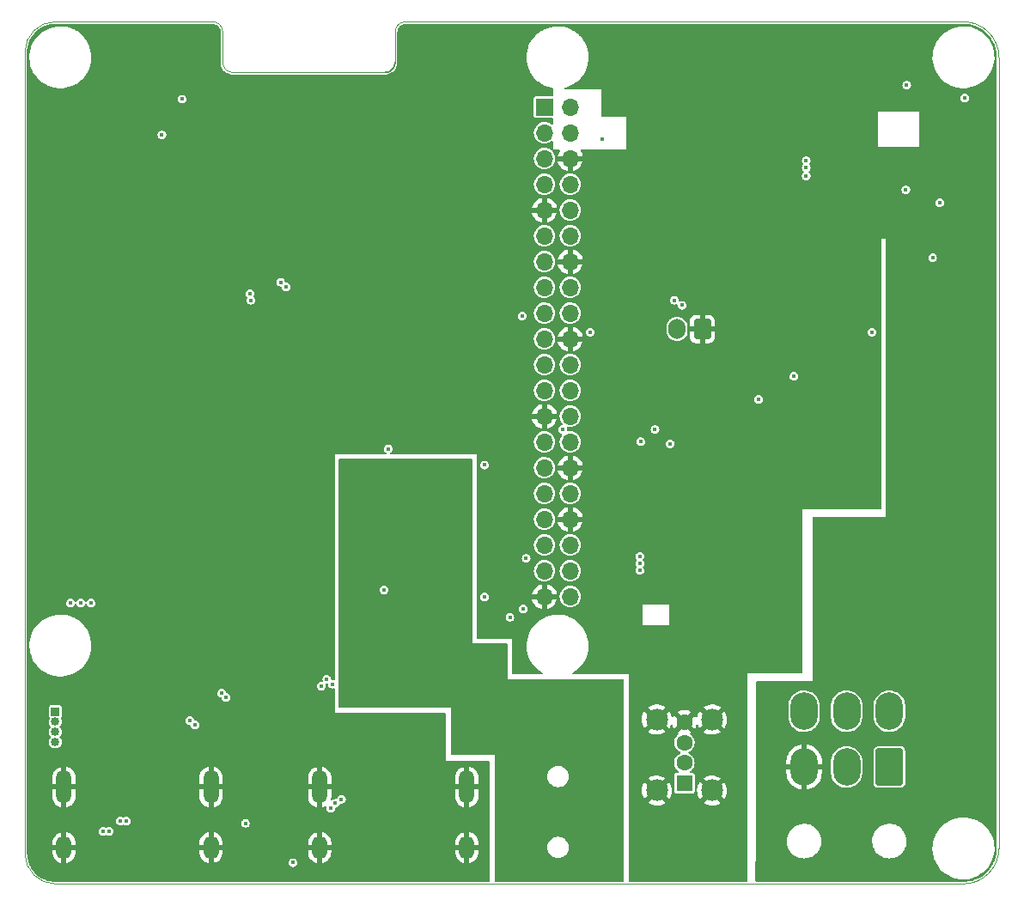
<source format=gbr>
G04 #@! TF.GenerationSoftware,KiCad,Pcbnew,(5.99.0-11120-g1d6ad4a52a)*
G04 #@! TF.CreationDate,2021-08-25T17:06:27+02:00*
G04 #@! TF.ProjectId,CarPiPowerHat,43617250-6950-46f7-9765-724861742e6b,0.2*
G04 #@! TF.SameCoordinates,Original*
G04 #@! TF.FileFunction,Copper,L2,Inr*
G04 #@! TF.FilePolarity,Positive*
%FSLAX46Y46*%
G04 Gerber Fmt 4.6, Leading zero omitted, Abs format (unit mm)*
G04 Created by KiCad (PCBNEW (5.99.0-11120-g1d6ad4a52a)) date 2021-08-25 17:06:27*
%MOMM*%
%LPD*%
G01*
G04 APERTURE LIST*
G04 Aperture macros list*
%AMRoundRect*
0 Rectangle with rounded corners*
0 $1 Rounding radius*
0 $2 $3 $4 $5 $6 $7 $8 $9 X,Y pos of 4 corners*
0 Add a 4 corners polygon primitive as box body*
4,1,4,$2,$3,$4,$5,$6,$7,$8,$9,$2,$3,0*
0 Add four circle primitives for the rounded corners*
1,1,$1+$1,$2,$3*
1,1,$1+$1,$4,$5*
1,1,$1+$1,$6,$7*
1,1,$1+$1,$8,$9*
0 Add four rect primitives between the rounded corners*
20,1,$1+$1,$2,$3,$4,$5,0*
20,1,$1+$1,$4,$5,$6,$7,0*
20,1,$1+$1,$6,$7,$8,$9,0*
20,1,$1+$1,$8,$9,$2,$3,0*%
G04 Aperture macros list end*
G04 #@! TA.AperFunction,Profile*
%ADD10C,0.100000*%
G04 #@! TD*
G04 #@! TA.AperFunction,Profile*
%ADD11C,0.150000*%
G04 #@! TD*
G04 #@! TA.AperFunction,ComponentPad*
%ADD12R,0.850000X0.850000*%
G04 #@! TD*
G04 #@! TA.AperFunction,ComponentPad*
%ADD13O,0.850000X0.850000*%
G04 #@! TD*
G04 #@! TA.AperFunction,ComponentPad*
%ADD14C,0.500000*%
G04 #@! TD*
G04 #@! TA.AperFunction,ComponentPad*
%ADD15O,1.500000X3.300000*%
G04 #@! TD*
G04 #@! TA.AperFunction,ComponentPad*
%ADD16O,1.500000X2.300000*%
G04 #@! TD*
G04 #@! TA.AperFunction,ComponentPad*
%ADD17RoundRect,0.250001X1.099999X1.599999X-1.099999X1.599999X-1.099999X-1.599999X1.099999X-1.599999X0*%
G04 #@! TD*
G04 #@! TA.AperFunction,ComponentPad*
%ADD18O,2.700000X3.700000*%
G04 #@! TD*
G04 #@! TA.AperFunction,ComponentPad*
%ADD19R,1.600000X1.600000*%
G04 #@! TD*
G04 #@! TA.AperFunction,ComponentPad*
%ADD20C,1.600000*%
G04 #@! TD*
G04 #@! TA.AperFunction,ComponentPad*
%ADD21C,2.150000*%
G04 #@! TD*
G04 #@! TA.AperFunction,ComponentPad*
%ADD22R,1.700000X1.700000*%
G04 #@! TD*
G04 #@! TA.AperFunction,ComponentPad*
%ADD23O,1.700000X1.700000*%
G04 #@! TD*
G04 #@! TA.AperFunction,ComponentPad*
%ADD24RoundRect,0.250000X0.600000X0.750000X-0.600000X0.750000X-0.600000X-0.750000X0.600000X-0.750000X0*%
G04 #@! TD*
G04 #@! TA.AperFunction,ComponentPad*
%ADD25O,1.700000X2.000000*%
G04 #@! TD*
G04 #@! TA.AperFunction,ViaPad*
%ADD26C,0.450000*%
G04 #@! TD*
G04 APERTURE END LIST*
D10*
X81000000Y-116500000D02*
X170500000Y-116500000D01*
X98499997Y-36500003D02*
G75*
G02*
X97500000Y-35500000I3J1000000D01*
G01*
X97500000Y-35500000D02*
X97500000Y-32500000D01*
X96500003Y-31499997D02*
G75*
G02*
X97500000Y-32500000I-3J-1000000D01*
G01*
X113500000Y-36500000D02*
X98500000Y-36500000D01*
X81000000Y-116500000D02*
G75*
G02*
X78005236Y-113500005I5236J2999995D01*
G01*
X78000000Y-34500000D02*
X78005236Y-113500005D01*
X115499997Y-31500003D02*
G75*
G03*
X114500000Y-32500000I0J-999997D01*
G01*
X96500000Y-31500000D02*
X81000000Y-31500000D01*
X173999998Y-34999998D02*
G75*
G03*
X170500000Y-31500000I-3499998J0D01*
G01*
X114500000Y-32500000D02*
X114500000Y-35500000D01*
X170500000Y-31500000D02*
X115500000Y-31500000D01*
X174000000Y-35000000D02*
X174000000Y-113000000D01*
X174000002Y-113000002D02*
G75*
G02*
X170500000Y-116500000I-3500000J2D01*
G01*
D11*
X113500000Y-36500000D02*
G75*
G03*
X114500000Y-35500000I0J1000000D01*
G01*
D10*
X78000000Y-34500000D02*
G75*
G02*
X81000000Y-31500000I3000000J0D01*
G01*
D12*
X80990000Y-99510000D03*
D13*
X80990000Y-100510000D03*
X80990000Y-101510000D03*
X80990000Y-102510000D03*
D14*
X165559400Y-44778100D03*
X166859400Y-46078100D03*
X166859400Y-44778100D03*
X165559400Y-46078100D03*
X168159400Y-44778100D03*
X169459400Y-44778100D03*
X169459400Y-46078100D03*
X168159400Y-46078100D03*
D15*
X96350035Y-106949990D03*
X81850035Y-106949990D03*
D16*
X81850035Y-112909990D03*
X96350035Y-112909990D03*
D15*
X121550035Y-106949990D03*
X107050035Y-106949990D03*
D16*
X107050035Y-112909990D03*
X121550035Y-112909990D03*
D17*
X163200000Y-104974990D03*
D18*
X159000000Y-104974990D03*
X154800000Y-104974990D03*
X163200000Y-99474990D03*
X159000000Y-99474990D03*
X154800000Y-99474990D03*
D19*
X143000035Y-106559990D03*
D20*
X143000035Y-104559990D03*
X143000035Y-102559990D03*
X143000035Y-100559990D03*
D21*
X145720035Y-107289990D03*
X140280035Y-107289990D03*
X145720035Y-100289990D03*
X140280035Y-100289990D03*
D22*
X129210000Y-39900000D03*
D23*
X131750000Y-39900000D03*
X129210000Y-42440000D03*
X131750000Y-42440000D03*
X129210000Y-44980000D03*
X131750000Y-44980000D03*
X129210000Y-47520000D03*
X131750000Y-47520000D03*
X129210000Y-50060000D03*
X131750000Y-50060000D03*
X129210000Y-52600000D03*
X131750000Y-52600000D03*
X129210000Y-55140000D03*
X131750000Y-55140000D03*
X129210000Y-57680000D03*
X131750000Y-57680000D03*
X129210000Y-60220000D03*
X131750000Y-60220000D03*
X129210000Y-62760000D03*
X131750000Y-62760000D03*
X129210000Y-65300000D03*
X131750000Y-65300000D03*
X129210000Y-67840000D03*
X131750000Y-67840000D03*
X129210000Y-70380000D03*
X131750000Y-70380000D03*
X129210000Y-72920000D03*
X131750000Y-72920000D03*
X129210000Y-75460000D03*
X131750000Y-75460000D03*
X129210000Y-78000000D03*
X131750000Y-78000000D03*
X129210000Y-80540000D03*
X131750000Y-80540000D03*
X129210000Y-83080000D03*
X131750000Y-83080000D03*
X129210000Y-85620000D03*
X131750000Y-85620000D03*
X129210000Y-88160000D03*
X131750000Y-88160000D03*
D24*
X144770000Y-61790000D03*
D25*
X142270000Y-61790000D03*
D26*
X82000035Y-115499990D03*
X79000035Y-63499990D03*
X172500000Y-101700000D03*
X162425000Y-44127000D03*
X103750000Y-89700000D03*
X104500000Y-68950000D03*
X156500035Y-94349990D03*
X102100000Y-42400000D03*
X116000035Y-35499990D03*
X136000000Y-60450000D03*
X116800035Y-104499990D03*
X84250000Y-95950000D03*
X164325000Y-48827000D03*
X87500000Y-88270000D03*
X163852035Y-81700000D03*
X157000035Y-115499990D03*
X134400000Y-66500000D03*
X136150000Y-72250000D03*
X99000000Y-45466000D03*
X141000035Y-32499990D03*
X161500000Y-69700000D03*
X98300035Y-110499990D03*
X167000035Y-32499990D03*
X163500000Y-77700000D03*
X138500000Y-62450000D03*
X113800035Y-104499990D03*
X152300035Y-104999990D03*
X90050000Y-37500000D03*
X139000035Y-115499990D03*
X172500000Y-85700000D03*
X126000035Y-32499990D03*
X153300663Y-87250648D03*
X156500035Y-96749990D03*
X165535000Y-53027000D03*
X79000035Y-102499990D03*
X157000035Y-32499990D03*
X172500000Y-53700000D03*
X91000035Y-32499990D03*
X96250000Y-102950000D03*
X144000035Y-87899990D03*
X113800035Y-107999990D03*
X105750000Y-37200000D03*
X161500000Y-73700000D03*
X120500000Y-70100000D03*
X126200000Y-87600000D03*
X105750000Y-66700000D03*
X172500000Y-57700000D03*
X150950035Y-97499990D03*
X126900035Y-95099990D03*
X121000035Y-32499990D03*
X130500000Y-51450000D03*
X153400000Y-60100000D03*
X163000035Y-91749990D03*
X148200035Y-87899990D03*
X171800000Y-49127000D03*
X163900000Y-46750000D03*
X172500000Y-38700000D03*
X147000000Y-54450000D03*
X110500035Y-72999990D03*
X153250000Y-80700000D03*
X147000000Y-62700000D03*
X127100035Y-90599990D03*
X138100035Y-94899990D03*
X101932000Y-45720000D03*
X146250000Y-61700000D03*
X112750000Y-37200000D03*
X79000035Y-97499990D03*
X118950000Y-100200000D03*
X149850000Y-35900000D03*
X162000035Y-32499990D03*
X127000000Y-74500000D03*
X98500000Y-37200000D03*
X87500000Y-85200000D03*
X172700000Y-44127000D03*
X147000000Y-60950000D03*
X173000035Y-109499990D03*
X137450000Y-71100000D03*
X171800000Y-45627000D03*
X125800035Y-91499990D03*
X163500000Y-65700000D03*
X126900035Y-92999990D03*
X172700000Y-42527000D03*
X171900000Y-42527000D03*
X99000000Y-48700000D03*
X152250000Y-50950000D03*
X144750000Y-60200000D03*
X161200035Y-66699990D03*
X165535000Y-50937000D03*
X165535000Y-50187000D03*
X138500000Y-60450000D03*
X172700000Y-49127000D03*
X162425000Y-48827000D03*
X144500000Y-50950000D03*
X79000035Y-78450000D03*
X169215000Y-50097000D03*
X130600035Y-61249990D03*
X153250000Y-77450000D03*
X108000000Y-42400000D03*
X154800035Y-107799990D03*
X114000035Y-47499990D03*
X101700000Y-109200000D03*
X156500000Y-74950000D03*
X99500000Y-53450000D03*
X150050000Y-47000000D03*
X114000035Y-63499990D03*
X115300035Y-104499990D03*
X161500000Y-77700000D03*
X105000000Y-42400000D03*
X108000000Y-45720000D03*
X136150000Y-70450000D03*
X133350035Y-63599990D03*
X96400000Y-85200000D03*
X140500000Y-50950000D03*
X147000035Y-115499990D03*
X146100035Y-87899990D03*
X135500000Y-32099990D03*
X164650000Y-47400000D03*
X102500000Y-101200000D03*
X99000000Y-42418000D03*
X114000035Y-52499990D03*
X117000035Y-115499990D03*
X170325000Y-45327000D03*
X91375000Y-58300000D03*
X170325000Y-44238100D03*
X164625000Y-44127000D03*
X149250000Y-62700000D03*
X163000035Y-92999990D03*
X96000035Y-32499990D03*
X103750000Y-96200000D03*
X171800000Y-48127000D03*
X88600035Y-104499990D03*
X165200035Y-90799990D03*
X162425000Y-45427000D03*
X142500000Y-54450000D03*
X165535000Y-52247000D03*
X92000035Y-115499990D03*
X157000000Y-83950000D03*
X158900035Y-54699990D03*
X150950035Y-108199990D03*
X172700000Y-46827000D03*
X153500628Y-92100658D03*
X149900628Y-95100658D03*
X152000035Y-32499990D03*
X165376035Y-84495990D03*
X79000035Y-52499990D03*
X122000035Y-115499990D03*
X165250035Y-94999990D03*
X86000035Y-32499990D03*
X79000035Y-68499990D03*
X118950000Y-103450000D03*
X91594562Y-108094517D03*
X172700000Y-45627000D03*
X79000035Y-107499990D03*
X147000035Y-32499990D03*
X172500000Y-93700000D03*
X79000035Y-112499990D03*
X103750000Y-82200000D03*
X101700035Y-113399990D03*
X156900035Y-104999990D03*
X157000000Y-80700000D03*
X123500035Y-91499990D03*
X142650035Y-89949990D03*
X133750000Y-72250000D03*
X163900000Y-44100000D03*
X124000035Y-72999990D03*
X121500035Y-72999990D03*
X90500000Y-88300000D03*
X79000035Y-89499990D03*
X150950035Y-101699990D03*
X84855000Y-43605000D03*
X148000000Y-56450000D03*
X91600035Y-104225000D03*
X90100035Y-108099990D03*
X107000035Y-115499990D03*
X114000035Y-59499990D03*
X105750000Y-63950000D03*
X169205000Y-52237000D03*
X79000035Y-38499990D03*
X163830000Y-45427000D03*
X80000035Y-114499990D03*
X136000000Y-62450000D03*
X152000035Y-115499990D03*
X104000000Y-103200000D03*
X105750000Y-60700000D03*
X149250000Y-60950000D03*
X93500000Y-88260000D03*
X96500000Y-88250000D03*
X164725000Y-45427000D03*
X112000035Y-115499990D03*
X79000035Y-47499990D03*
X97000035Y-115499990D03*
X118300035Y-107999990D03*
X153250000Y-74700000D03*
X169205000Y-53017000D03*
X100500000Y-107400000D03*
X160296035Y-84495990D03*
X157000000Y-77450000D03*
X148250035Y-103999990D03*
X164650000Y-46750000D03*
X163425000Y-48827000D03*
X162425000Y-47827000D03*
X163900000Y-47400000D03*
X132750000Y-61450000D03*
X87000035Y-115499990D03*
X90109535Y-104571241D03*
X171800000Y-46827000D03*
X138750000Y-80700000D03*
X162425000Y-46777000D03*
X126950035Y-64999990D03*
X134700035Y-94899990D03*
X116800035Y-107999990D03*
X156500035Y-89449990D03*
X138100035Y-110299990D03*
X138100035Y-105599990D03*
X148500035Y-73499990D03*
X163000035Y-94249990D03*
X118950000Y-101700000D03*
X148250035Y-109999990D03*
X172500000Y-65700000D03*
X133550000Y-69100000D03*
X161500000Y-81700000D03*
X115300035Y-107999990D03*
X93100035Y-104200000D03*
X79000035Y-43499990D03*
X143000035Y-115499990D03*
X148250035Y-97499990D03*
X136800035Y-86399990D03*
X170325000Y-46448100D03*
X164000035Y-94999990D03*
X163500000Y-62700000D03*
X172500000Y-77700000D03*
X96000035Y-35499990D03*
X156950035Y-87249990D03*
X116000035Y-32499990D03*
X114000035Y-56499990D03*
X112500035Y-72999990D03*
X167000035Y-109499990D03*
X136400035Y-89999990D03*
X118300035Y-104499990D03*
X138100035Y-97099990D03*
X103750000Y-73950000D03*
X169205000Y-50927000D03*
X171200628Y-67000658D03*
X79000035Y-73499990D03*
X101700035Y-111599990D03*
X144750000Y-63200000D03*
X104980000Y-45720000D03*
X163500000Y-73700000D03*
X88600035Y-108099990D03*
X146100035Y-81499990D03*
X137700035Y-32099990D03*
X153500628Y-95100658D03*
X172700000Y-48127000D03*
X134750000Y-80700000D03*
X127000035Y-71149990D03*
X114000035Y-67499990D03*
X163950035Y-90799990D03*
X133550035Y-55149990D03*
X171800000Y-44127000D03*
X163500000Y-69700000D03*
X162000035Y-115499990D03*
X153250000Y-83950000D03*
X150750000Y-54700000D03*
X167000035Y-115499990D03*
X140600035Y-80699990D03*
X134750000Y-71100000D03*
X93100035Y-108099990D03*
X141500000Y-70200000D03*
X93600000Y-85200000D03*
X90500000Y-85200000D03*
X99000000Y-50950000D03*
X133000000Y-46200000D03*
X167465000Y-54767000D03*
X150300035Y-68699990D03*
X164825000Y-48067000D03*
X164909411Y-37748100D03*
X125800000Y-90200000D03*
X127000035Y-60499990D03*
X127100000Y-89400000D03*
X127400000Y-84400000D03*
X141600035Y-73099990D03*
X140100035Y-71699990D03*
X85711500Y-111299990D03*
X86288500Y-111299990D03*
X123300000Y-88200000D03*
X138700035Y-72899990D03*
X123300000Y-75200000D03*
X131000000Y-71700000D03*
X142750000Y-59450000D03*
X87411535Y-110299990D03*
X87988535Y-110299990D03*
X138600035Y-84199990D03*
X155000035Y-45899990D03*
X155000035Y-46699990D03*
X155000035Y-45197000D03*
X170625000Y-39027000D03*
X138600035Y-84899990D03*
X138600035Y-85599990D03*
X168155000Y-49347000D03*
X161500000Y-62100000D03*
X94750000Y-100805303D03*
X94254697Y-100414697D03*
X104400035Y-114399990D03*
X142000000Y-58950000D03*
X100250000Y-58950000D03*
X97804036Y-98103991D03*
X97396034Y-97695989D03*
X84500035Y-88799990D03*
X83500035Y-88799990D03*
X108600035Y-108549990D03*
X107750035Y-96299990D03*
X108150035Y-109049990D03*
X107214000Y-96999990D03*
X82500035Y-88799990D03*
X109200035Y-108149990D03*
X108300035Y-96799990D03*
X121000035Y-88249990D03*
X126000035Y-115499990D03*
X119000035Y-92249990D03*
X112000035Y-98499990D03*
X109500035Y-75249990D03*
X131000035Y-115499990D03*
X131250035Y-96749990D03*
X121000035Y-92499990D03*
X121400035Y-81899990D03*
X136250035Y-110249990D03*
X120500035Y-98499990D03*
X121250035Y-79249990D03*
X109500035Y-94249990D03*
X125000035Y-103749990D03*
X136250035Y-96999990D03*
X116250035Y-92249990D03*
X136000035Y-115499990D03*
X109500035Y-98499990D03*
X136250035Y-105499990D03*
X114200035Y-84799990D03*
X130500035Y-110249990D03*
X121250035Y-75249990D03*
X116000035Y-98499990D03*
X109500035Y-89749990D03*
X116100035Y-84799990D03*
X109500035Y-84999990D03*
X121250035Y-95499990D03*
X109500035Y-80749990D03*
X116500035Y-95249990D03*
X116250035Y-80749990D03*
X120750035Y-102999990D03*
X121300035Y-83799990D03*
X125000035Y-106499990D03*
X124000035Y-98749990D03*
X124500035Y-95499990D03*
X125000035Y-109499990D03*
X124500035Y-93749990D03*
X116250035Y-75249990D03*
X126250035Y-96749990D03*
X136250035Y-100749990D03*
X130000035Y-103499990D03*
X113400035Y-87499990D03*
X113800035Y-73599990D03*
X99728873Y-110519152D03*
X133700000Y-62100000D03*
X153800035Y-66450000D03*
X100200000Y-58300000D03*
X103750000Y-57650000D03*
X134900000Y-43100000D03*
X91500000Y-42625000D03*
X93475000Y-39125000D03*
X103200000Y-57170000D03*
G04 #@! TA.AperFunction,Conductor*
G36*
X161500000Y-49550000D02*
G01*
X163800000Y-49550000D01*
X163850000Y-52850000D01*
X146000000Y-52850000D01*
X146000000Y-45197000D01*
X154569535Y-45197000D01*
X154590605Y-45330032D01*
X154651753Y-45450042D01*
X154680202Y-45478491D01*
X154707979Y-45533008D01*
X154698408Y-45593440D01*
X154680202Y-45618499D01*
X154651753Y-45646948D01*
X154590605Y-45766958D01*
X154569535Y-45899990D01*
X154590605Y-46033022D01*
X154651753Y-46153032D01*
X154728707Y-46229986D01*
X154756484Y-46284503D01*
X154746913Y-46344935D01*
X154728707Y-46369994D01*
X154651753Y-46446948D01*
X154590605Y-46566958D01*
X154569535Y-46699990D01*
X154590605Y-46833022D01*
X154651753Y-46953032D01*
X154746993Y-47048272D01*
X154753930Y-47051807D01*
X154753932Y-47051808D01*
X154860063Y-47105884D01*
X154867003Y-47109420D01*
X154874697Y-47110639D01*
X154874698Y-47110639D01*
X154992338Y-47129271D01*
X155000035Y-47130490D01*
X155007732Y-47129271D01*
X155125372Y-47110639D01*
X155125373Y-47110639D01*
X155133067Y-47109420D01*
X155140007Y-47105884D01*
X155246138Y-47051808D01*
X155246140Y-47051807D01*
X155253077Y-47048272D01*
X155348317Y-46953032D01*
X155409465Y-46833022D01*
X155430535Y-46699990D01*
X155409465Y-46566958D01*
X155348317Y-46446948D01*
X155271363Y-46369994D01*
X155243586Y-46315477D01*
X155253157Y-46255045D01*
X155271363Y-46229986D01*
X155348317Y-46153032D01*
X155409465Y-46033022D01*
X155430535Y-45899990D01*
X155409465Y-45766958D01*
X155348317Y-45646948D01*
X155319868Y-45618499D01*
X155292091Y-45563982D01*
X155301662Y-45503550D01*
X155319868Y-45478491D01*
X155348317Y-45450042D01*
X155409465Y-45330032D01*
X155430535Y-45197000D01*
X155409465Y-45063968D01*
X155348317Y-44943958D01*
X155253077Y-44848718D01*
X155246140Y-44845183D01*
X155246138Y-44845182D01*
X155140007Y-44791106D01*
X155140006Y-44791106D01*
X155133067Y-44787570D01*
X155125373Y-44786351D01*
X155125372Y-44786351D01*
X155007732Y-44767719D01*
X155000035Y-44766500D01*
X154992338Y-44767719D01*
X154874698Y-44786351D01*
X154874697Y-44786351D01*
X154867003Y-44787570D01*
X154860064Y-44791106D01*
X154860063Y-44791106D01*
X154753932Y-44845182D01*
X154753930Y-44845183D01*
X154746993Y-44848718D01*
X154651753Y-44943958D01*
X154590605Y-45063968D01*
X154569535Y-45197000D01*
X146000000Y-45197000D01*
X146000000Y-31700000D01*
X161500000Y-31700000D01*
X161500000Y-49550000D01*
G37*
G04 #@! TD.AperFunction*
G04 #@! TA.AperFunction,Conductor*
G36*
X122059191Y-74618907D02*
G01*
X122095155Y-74668407D01*
X122100000Y-74699000D01*
X122100000Y-92800000D01*
X125501000Y-92800000D01*
X125559191Y-92818907D01*
X125595155Y-92868407D01*
X125600000Y-92899000D01*
X125600000Y-96300000D01*
X136901000Y-96300000D01*
X136959191Y-96318907D01*
X136995155Y-96368407D01*
X137000000Y-96399000D01*
X137000000Y-116201000D01*
X136981093Y-116259191D01*
X136931593Y-116295155D01*
X136901000Y-116300000D01*
X124449000Y-116300000D01*
X124390809Y-116281093D01*
X124354845Y-116231593D01*
X124350000Y-116201000D01*
X124350000Y-112885263D01*
X129494638Y-112885263D01*
X129511875Y-113090538D01*
X129568656Y-113288555D01*
X129662817Y-113471773D01*
X129790772Y-113633212D01*
X129947647Y-113766723D01*
X129951870Y-113769083D01*
X129951874Y-113769086D01*
X130068488Y-113834259D01*
X130127467Y-113867221D01*
X130132065Y-113868715D01*
X130318777Y-113929382D01*
X130318780Y-113929383D01*
X130323382Y-113930878D01*
X130527930Y-113955269D01*
X130532752Y-113954898D01*
X130532755Y-113954898D01*
X130728493Y-113939837D01*
X130728498Y-113939836D01*
X130733321Y-113939465D01*
X130931730Y-113884068D01*
X130962124Y-113868715D01*
X131111279Y-113793371D01*
X131111281Y-113793370D01*
X131115600Y-113791188D01*
X131277928Y-113664363D01*
X131281090Y-113660700D01*
X131281095Y-113660695D01*
X131409367Y-113512089D01*
X131412531Y-113508424D01*
X131416113Y-113502120D01*
X131511893Y-113333517D01*
X131511894Y-113333514D01*
X131514282Y-113329311D01*
X131529390Y-113283897D01*
X131577778Y-113138435D01*
X131577778Y-113138433D01*
X131579305Y-113133844D01*
X131584189Y-113095187D01*
X131604775Y-112932225D01*
X131605123Y-112929471D01*
X131605535Y-112900000D01*
X131585433Y-112694986D01*
X131582528Y-112685362D01*
X131527291Y-112502412D01*
X131525893Y-112497780D01*
X131429183Y-112315895D01*
X131298987Y-112156259D01*
X131140263Y-112024951D01*
X130959058Y-111926973D01*
X130895987Y-111907449D01*
X130766894Y-111867488D01*
X130766890Y-111867487D01*
X130762273Y-111866058D01*
X130757466Y-111865553D01*
X130757462Y-111865552D01*
X130562220Y-111845032D01*
X130562218Y-111845032D01*
X130557404Y-111844526D01*
X130489407Y-111850714D01*
X130357074Y-111862757D01*
X130357071Y-111862758D01*
X130352254Y-111863196D01*
X130347612Y-111864562D01*
X130347608Y-111864563D01*
X130159285Y-111919989D01*
X130159282Y-111919990D01*
X130154638Y-111921357D01*
X130150344Y-111923602D01*
X129976379Y-112014548D01*
X129976375Y-112014551D01*
X129972082Y-112016795D01*
X129968306Y-112019831D01*
X129968303Y-112019833D01*
X129826832Y-112133579D01*
X129811540Y-112145874D01*
X129799678Y-112160011D01*
X129682237Y-112299971D01*
X129682234Y-112299975D01*
X129679128Y-112303677D01*
X129579888Y-112484194D01*
X129517600Y-112680549D01*
X129494638Y-112885263D01*
X124350000Y-112885263D01*
X124350000Y-105885263D01*
X129494638Y-105885263D01*
X129511875Y-106090538D01*
X129568656Y-106288555D01*
X129662817Y-106471773D01*
X129790772Y-106633212D01*
X129947647Y-106766723D01*
X129951870Y-106769083D01*
X129951874Y-106769086D01*
X130068488Y-106834259D01*
X130127467Y-106867221D01*
X130132065Y-106868715D01*
X130318777Y-106929382D01*
X130318780Y-106929383D01*
X130323382Y-106930878D01*
X130527930Y-106955269D01*
X130532752Y-106954898D01*
X130532755Y-106954898D01*
X130728493Y-106939837D01*
X130728498Y-106939836D01*
X130733321Y-106939465D01*
X130931730Y-106884068D01*
X130962124Y-106868715D01*
X131111279Y-106793371D01*
X131111281Y-106793370D01*
X131115600Y-106791188D01*
X131277928Y-106664363D01*
X131281090Y-106660700D01*
X131281095Y-106660695D01*
X131409367Y-106512089D01*
X131412531Y-106508424D01*
X131435801Y-106467463D01*
X131511893Y-106333517D01*
X131511894Y-106333514D01*
X131514282Y-106329311D01*
X131529390Y-106283897D01*
X131577778Y-106138435D01*
X131577778Y-106138433D01*
X131579305Y-106133844D01*
X131584189Y-106095187D01*
X131604775Y-105932225D01*
X131605123Y-105929471D01*
X131605535Y-105900000D01*
X131600930Y-105853032D01*
X131585905Y-105699796D01*
X131585904Y-105699792D01*
X131585433Y-105694986D01*
X131582528Y-105685362D01*
X131527291Y-105502412D01*
X131525893Y-105497780D01*
X131429183Y-105315895D01*
X131298987Y-105156259D01*
X131237918Y-105105738D01*
X131143990Y-105028034D01*
X131143988Y-105028033D01*
X131140263Y-105024951D01*
X130959058Y-104926973D01*
X130895987Y-104907449D01*
X130766894Y-104867488D01*
X130766890Y-104867487D01*
X130762273Y-104866058D01*
X130757466Y-104865553D01*
X130757462Y-104865552D01*
X130562220Y-104845032D01*
X130562218Y-104845032D01*
X130557404Y-104844526D01*
X130489407Y-104850714D01*
X130357074Y-104862757D01*
X130357071Y-104862758D01*
X130352254Y-104863196D01*
X130347612Y-104864562D01*
X130347608Y-104864563D01*
X130159285Y-104919989D01*
X130159282Y-104919990D01*
X130154638Y-104921357D01*
X130150344Y-104923602D01*
X129976379Y-105014548D01*
X129976375Y-105014551D01*
X129972082Y-105016795D01*
X129968306Y-105019831D01*
X129968303Y-105019833D01*
X129961938Y-105024951D01*
X129811540Y-105145874D01*
X129773514Y-105191192D01*
X129682237Y-105299971D01*
X129682234Y-105299975D01*
X129679128Y-105303677D01*
X129579888Y-105484194D01*
X129578424Y-105488808D01*
X129578423Y-105488811D01*
X129548278Y-105583840D01*
X129517600Y-105680549D01*
X129517060Y-105685361D01*
X129517060Y-105685362D01*
X129497712Y-105857860D01*
X129494638Y-105885263D01*
X124350000Y-105885263D01*
X124350000Y-103800000D01*
X120099000Y-103800000D01*
X120040809Y-103781093D01*
X120004845Y-103731593D01*
X120000000Y-103701000D01*
X120000000Y-99100000D01*
X108999000Y-99100000D01*
X108940809Y-99081093D01*
X108904845Y-99031593D01*
X108900000Y-99001000D01*
X108900000Y-87499990D01*
X112969535Y-87499990D01*
X112990605Y-87633022D01*
X112994141Y-87639961D01*
X112994141Y-87639962D01*
X113047250Y-87744194D01*
X113051753Y-87753032D01*
X113146993Y-87848272D01*
X113153930Y-87851807D01*
X113153932Y-87851808D01*
X113260063Y-87905884D01*
X113267003Y-87909420D01*
X113274697Y-87910639D01*
X113274698Y-87910639D01*
X113392338Y-87929271D01*
X113400035Y-87930490D01*
X113407732Y-87929271D01*
X113525372Y-87910639D01*
X113525373Y-87910639D01*
X113533067Y-87909420D01*
X113540007Y-87905884D01*
X113646138Y-87851808D01*
X113646140Y-87851807D01*
X113653077Y-87848272D01*
X113748317Y-87753032D01*
X113752821Y-87744194D01*
X113805929Y-87639962D01*
X113805929Y-87639961D01*
X113809465Y-87633022D01*
X113830535Y-87499990D01*
X113825305Y-87466968D01*
X113810684Y-87374653D01*
X113810684Y-87374652D01*
X113809465Y-87366958D01*
X113799275Y-87346958D01*
X113751853Y-87253887D01*
X113751852Y-87253885D01*
X113748317Y-87246948D01*
X113653077Y-87151708D01*
X113646140Y-87148173D01*
X113646138Y-87148172D01*
X113540007Y-87094096D01*
X113540006Y-87094096D01*
X113533067Y-87090560D01*
X113525373Y-87089341D01*
X113525372Y-87089341D01*
X113407732Y-87070709D01*
X113400035Y-87069490D01*
X113392338Y-87070709D01*
X113274698Y-87089341D01*
X113274697Y-87089341D01*
X113267003Y-87090560D01*
X113260064Y-87094096D01*
X113260063Y-87094096D01*
X113153932Y-87148172D01*
X113153930Y-87148173D01*
X113146993Y-87151708D01*
X113051753Y-87246948D01*
X113048218Y-87253885D01*
X113048217Y-87253887D01*
X113000795Y-87346958D01*
X112990605Y-87366958D01*
X112989386Y-87374652D01*
X112989386Y-87374653D01*
X112974765Y-87466968D01*
X112969535Y-87499990D01*
X108900000Y-87499990D01*
X108900000Y-74699000D01*
X108918907Y-74640809D01*
X108968407Y-74604845D01*
X108999000Y-74600000D01*
X122001000Y-74600000D01*
X122059191Y-74618907D01*
G37*
G04 #@! TD.AperFunction*
G04 #@! TA.AperFunction,Conductor*
G36*
X170485530Y-31705315D02*
G01*
X170486171Y-31701585D01*
X170500000Y-31703961D01*
X170500000Y-31705000D01*
X170507133Y-31705187D01*
X170507134Y-31705187D01*
X170632339Y-31708466D01*
X170668555Y-31709414D01*
X170676310Y-31709922D01*
X171010290Y-31745025D01*
X171020525Y-31746646D01*
X171347731Y-31816196D01*
X171357741Y-31818878D01*
X171675892Y-31922251D01*
X171685563Y-31925964D01*
X171991159Y-32062024D01*
X172000384Y-32066724D01*
X172122392Y-32137165D01*
X172290091Y-32233986D01*
X172298782Y-32239630D01*
X172569416Y-32436258D01*
X172577463Y-32442774D01*
X172826079Y-32666629D01*
X172833369Y-32673919D01*
X173057224Y-32922535D01*
X173063740Y-32930582D01*
X173260368Y-33201216D01*
X173266012Y-33209907D01*
X173405618Y-33451711D01*
X173433272Y-33499610D01*
X173437974Y-33508839D01*
X173548559Y-33757216D01*
X173574033Y-33814432D01*
X173577747Y-33824106D01*
X173681120Y-34142257D01*
X173683802Y-34152267D01*
X173753352Y-34479473D01*
X173754973Y-34489708D01*
X173790076Y-34823688D01*
X173790584Y-34831443D01*
X173794998Y-34999998D01*
X173795079Y-34999998D01*
X173796311Y-35005443D01*
X173796311Y-35005444D01*
X173797559Y-35010958D01*
X173800000Y-35032807D01*
X173800000Y-112966673D01*
X173797482Y-112988858D01*
X173795002Y-112999644D01*
X173795083Y-113000002D01*
X173795002Y-113000002D01*
X173794815Y-113007140D01*
X173790588Y-113168556D01*
X173790080Y-113176312D01*
X173754977Y-113510293D01*
X173753356Y-113520528D01*
X173683806Y-113847734D01*
X173681124Y-113857744D01*
X173648346Y-113958626D01*
X173595134Y-114122396D01*
X173577751Y-114175894D01*
X173574038Y-114185565D01*
X173462147Y-114436876D01*
X173437979Y-114491157D01*
X173433274Y-114500390D01*
X173266013Y-114790094D01*
X173260370Y-114798785D01*
X173063742Y-115069419D01*
X173057226Y-115077466D01*
X172833371Y-115326082D01*
X172826081Y-115333372D01*
X172577465Y-115557227D01*
X172569418Y-115563743D01*
X172298784Y-115760370D01*
X172290093Y-115766013D01*
X172000389Y-115933274D01*
X171991160Y-115937977D01*
X171685567Y-116074036D01*
X171675893Y-116077750D01*
X171357742Y-116181123D01*
X171347732Y-116183805D01*
X171020527Y-116253354D01*
X171010292Y-116254975D01*
X170676310Y-116290078D01*
X170668555Y-116290586D01*
X170644866Y-116291206D01*
X170514729Y-116294614D01*
X170514727Y-116294614D01*
X170500000Y-116295000D01*
X170500000Y-116297145D01*
X170483384Y-116300000D01*
X150105990Y-116300000D01*
X150047799Y-116281093D01*
X150011835Y-116231593D01*
X150006990Y-116200784D01*
X150015392Y-112355330D01*
X153096393Y-112355330D01*
X153128148Y-112612095D01*
X153198375Y-112861102D01*
X153305459Y-113096621D01*
X153307516Y-113099771D01*
X153307518Y-113099774D01*
X153444876Y-113310080D01*
X153444880Y-113310086D01*
X153446936Y-113313233D01*
X153619550Y-113505952D01*
X153634490Y-113518246D01*
X153816425Y-113667955D01*
X153816430Y-113667959D01*
X153819329Y-113670344D01*
X154041675Y-113802626D01*
X154045150Y-113804034D01*
X154045155Y-113804036D01*
X154153041Y-113847734D01*
X154281472Y-113899754D01*
X154285124Y-113900621D01*
X154285125Y-113900621D01*
X154529550Y-113958626D01*
X154529555Y-113958627D01*
X154533201Y-113959492D01*
X154682674Y-113971650D01*
X154787317Y-113980162D01*
X154787321Y-113980162D01*
X154791070Y-113980467D01*
X154867874Y-113975029D01*
X155045395Y-113962460D01*
X155045401Y-113962459D01*
X155049145Y-113962194D01*
X155301486Y-113905095D01*
X155330165Y-113893827D01*
X155538793Y-113811857D01*
X155538795Y-113811856D01*
X155542287Y-113810484D01*
X155610833Y-113770669D01*
X155762751Y-113682428D01*
X155762754Y-113682426D01*
X155766006Y-113680537D01*
X155967495Y-113518246D01*
X155981309Y-113503145D01*
X156032751Y-113446907D01*
X156142118Y-113327345D01*
X156151548Y-113313233D01*
X156283767Y-113115351D01*
X156285855Y-113112226D01*
X156395400Y-112877841D01*
X156429069Y-112763076D01*
X156467171Y-112633197D01*
X156467172Y-112633194D01*
X156468231Y-112629583D01*
X156468732Y-112625854D01*
X156502328Y-112375728D01*
X156502328Y-112375723D01*
X156502672Y-112373165D01*
X156503186Y-112355330D01*
X161496393Y-112355330D01*
X161528148Y-112612095D01*
X161598375Y-112861102D01*
X161705459Y-113096621D01*
X161707516Y-113099771D01*
X161707518Y-113099774D01*
X161844876Y-113310080D01*
X161844880Y-113310086D01*
X161846936Y-113313233D01*
X162019550Y-113505952D01*
X162034490Y-113518246D01*
X162216425Y-113667955D01*
X162216430Y-113667959D01*
X162219329Y-113670344D01*
X162441675Y-113802626D01*
X162445150Y-113804034D01*
X162445155Y-113804036D01*
X162553041Y-113847734D01*
X162681472Y-113899754D01*
X162685124Y-113900621D01*
X162685125Y-113900621D01*
X162929550Y-113958626D01*
X162929555Y-113958627D01*
X162933201Y-113959492D01*
X163082674Y-113971650D01*
X163187317Y-113980162D01*
X163187321Y-113980162D01*
X163191070Y-113980467D01*
X163267874Y-113975029D01*
X163445395Y-113962460D01*
X163445401Y-113962459D01*
X163449145Y-113962194D01*
X163701486Y-113905095D01*
X163730165Y-113893827D01*
X163938793Y-113811857D01*
X163938795Y-113811856D01*
X163942287Y-113810484D01*
X164010833Y-113770669D01*
X164162751Y-113682428D01*
X164162754Y-113682426D01*
X164166006Y-113680537D01*
X164367495Y-113518246D01*
X164381309Y-113503145D01*
X164432751Y-113446907D01*
X164542118Y-113327345D01*
X164551548Y-113313233D01*
X164683767Y-113115351D01*
X164685855Y-113112226D01*
X164688468Y-113106635D01*
X167446361Y-113106635D01*
X167478062Y-113451632D01*
X167478635Y-113454388D01*
X167478636Y-113454393D01*
X167491337Y-113515454D01*
X167548614Y-113790822D01*
X167549493Y-113793488D01*
X167549495Y-113793495D01*
X167611049Y-113980162D01*
X167657109Y-114119844D01*
X167802154Y-114434470D01*
X167981882Y-114730654D01*
X168193985Y-115004588D01*
X168435734Y-115252751D01*
X168437914Y-115254532D01*
X168437916Y-115254534D01*
X168701848Y-115470175D01*
X168704022Y-115471951D01*
X168706373Y-115473463D01*
X168706381Y-115473469D01*
X168993047Y-115657859D01*
X168993053Y-115657863D01*
X168995400Y-115659372D01*
X169306121Y-115812603D01*
X169632191Y-115929674D01*
X169634910Y-115930314D01*
X169634916Y-115930316D01*
X169815781Y-115972903D01*
X169969418Y-116009080D01*
X169972196Y-116009409D01*
X169972197Y-116009409D01*
X170070383Y-116021030D01*
X170313466Y-116049801D01*
X170462939Y-116050453D01*
X170657098Y-116051301D01*
X170657103Y-116051301D01*
X170659913Y-116051313D01*
X170676723Y-116049472D01*
X171001513Y-116013902D01*
X171001521Y-116013901D01*
X171004303Y-116013596D01*
X171007040Y-116012977D01*
X171007044Y-116012976D01*
X171339471Y-115937755D01*
X171339475Y-115937754D01*
X171342210Y-115937135D01*
X171669289Y-115822914D01*
X171671807Y-115821700D01*
X171671813Y-115821697D01*
X171978805Y-115673622D01*
X171978808Y-115673620D01*
X171981336Y-115672401D01*
X172274338Y-115487530D01*
X172276524Y-115485776D01*
X172276529Y-115485772D01*
X172542334Y-115272441D01*
X172542337Y-115272438D01*
X172544529Y-115270679D01*
X172560534Y-115254534D01*
X172786451Y-115026637D01*
X172786456Y-115026631D01*
X172788434Y-115024636D01*
X172804239Y-115004588D01*
X173001170Y-114754782D01*
X173001173Y-114754778D01*
X173002919Y-114752563D01*
X173185226Y-114457959D01*
X173333010Y-114144610D01*
X173444373Y-113816547D01*
X173517882Y-113477986D01*
X173552592Y-113133279D01*
X173553052Y-113112226D01*
X173555457Y-113001949D01*
X173555500Y-113000000D01*
X173555390Y-112998062D01*
X173536018Y-112656903D01*
X173536017Y-112656898D01*
X173535859Y-112654108D01*
X173477188Y-112312662D01*
X173465453Y-112272399D01*
X173381025Y-111982742D01*
X173381024Y-111982738D01*
X173380241Y-111980053D01*
X173322437Y-111842206D01*
X173247355Y-111663156D01*
X173247354Y-111663154D01*
X173246265Y-111660557D01*
X173076983Y-111358281D01*
X173075341Y-111356000D01*
X172876204Y-111079383D01*
X172876203Y-111079382D01*
X172874569Y-111077112D01*
X172641628Y-110820663D01*
X172455771Y-110657670D01*
X172383267Y-110594086D01*
X172383266Y-110594086D01*
X172381154Y-110592233D01*
X172096494Y-110394758D01*
X171791310Y-110230777D01*
X171788704Y-110229737D01*
X171788699Y-110229735D01*
X171472128Y-110103436D01*
X171469524Y-110102397D01*
X171466821Y-110101660D01*
X171137975Y-110012006D01*
X171137969Y-110012005D01*
X171135274Y-110011270D01*
X171132513Y-110010845D01*
X171132508Y-110010844D01*
X170795627Y-109958993D01*
X170795621Y-109958992D01*
X170792857Y-109958567D01*
X170790058Y-109958457D01*
X170449477Y-109945075D01*
X170449475Y-109945075D01*
X170446674Y-109944965D01*
X170402576Y-109948242D01*
X170103969Y-109970432D01*
X170103960Y-109970433D01*
X170101177Y-109970640D01*
X169760808Y-110035261D01*
X169429941Y-110137998D01*
X169112832Y-110277530D01*
X168813557Y-110452062D01*
X168535962Y-110659351D01*
X168487408Y-110705026D01*
X168359344Y-110825498D01*
X168283619Y-110896733D01*
X168281804Y-110898877D01*
X168281803Y-110898878D01*
X168110693Y-111101001D01*
X168059769Y-111161154D01*
X168058211Y-111163486D01*
X167918873Y-111372021D01*
X167867292Y-111449217D01*
X167866011Y-111451704D01*
X167866007Y-111451711D01*
X167709948Y-111754718D01*
X167709944Y-111754726D01*
X167708662Y-111757216D01*
X167707667Y-111759842D01*
X167707664Y-111759849D01*
X167586914Y-112078563D01*
X167585918Y-112081193D01*
X167500638Y-112416983D01*
X167453919Y-112760268D01*
X167451279Y-112881241D01*
X167446511Y-113099774D01*
X167446361Y-113106635D01*
X164688468Y-113106635D01*
X164795400Y-112877841D01*
X164829069Y-112763076D01*
X164867171Y-112633197D01*
X164867172Y-112633194D01*
X164868231Y-112629583D01*
X164868732Y-112625854D01*
X164902328Y-112375728D01*
X164902328Y-112375723D01*
X164902672Y-112373165D01*
X164905500Y-112274990D01*
X164905303Y-112272399D01*
X164886162Y-112020769D01*
X164886161Y-112020763D01*
X164885876Y-112017015D01*
X164827457Y-111764976D01*
X164823365Y-111754718D01*
X164732979Y-111528166D01*
X164731586Y-111524674D01*
X164600470Y-111301638D01*
X164437126Y-111101001D01*
X164408444Y-111075039D01*
X164248101Y-110929904D01*
X164248097Y-110929901D01*
X164245313Y-110927381D01*
X164091093Y-110825498D01*
X164032583Y-110786844D01*
X164032582Y-110786844D01*
X164029445Y-110784771D01*
X163794490Y-110676456D01*
X163545854Y-110604925D01*
X163542136Y-110604445D01*
X163542134Y-110604445D01*
X163435062Y-110590634D01*
X163289259Y-110571827D01*
X163285515Y-110571915D01*
X163285511Y-110571915D01*
X163171917Y-110574593D01*
X163030610Y-110577923D01*
X163026917Y-110578578D01*
X163026912Y-110578578D01*
X162939409Y-110594086D01*
X162775859Y-110623071D01*
X162530869Y-110706234D01*
X162527538Y-110707964D01*
X162527534Y-110707966D01*
X162304618Y-110823762D01*
X162304613Y-110823765D01*
X162301277Y-110825498D01*
X162092366Y-110978118D01*
X161908945Y-111160581D01*
X161906715Y-111163600D01*
X161906710Y-111163606D01*
X161764607Y-111356000D01*
X161755234Y-111368690D01*
X161634769Y-111597654D01*
X161633542Y-111601209D01*
X161633541Y-111601210D01*
X161612151Y-111663156D01*
X161550325Y-111842206D01*
X161549650Y-111845903D01*
X161549648Y-111845910D01*
X161525621Y-111977470D01*
X161503843Y-112096717D01*
X161503735Y-112100469D01*
X161498633Y-112277588D01*
X161496393Y-112355330D01*
X156503186Y-112355330D01*
X156505500Y-112274990D01*
X156505303Y-112272399D01*
X156486162Y-112020769D01*
X156486161Y-112020763D01*
X156485876Y-112017015D01*
X156427457Y-111764976D01*
X156423365Y-111754718D01*
X156332979Y-111528166D01*
X156331586Y-111524674D01*
X156200470Y-111301638D01*
X156037126Y-111101001D01*
X156008444Y-111075039D01*
X155848101Y-110929904D01*
X155848097Y-110929901D01*
X155845313Y-110927381D01*
X155691093Y-110825498D01*
X155632583Y-110786844D01*
X155632582Y-110786844D01*
X155629445Y-110784771D01*
X155394490Y-110676456D01*
X155145854Y-110604925D01*
X155142136Y-110604445D01*
X155142134Y-110604445D01*
X155035062Y-110590634D01*
X154889259Y-110571827D01*
X154885515Y-110571915D01*
X154885511Y-110571915D01*
X154771917Y-110574593D01*
X154630610Y-110577923D01*
X154626917Y-110578578D01*
X154626912Y-110578578D01*
X154539409Y-110594086D01*
X154375859Y-110623071D01*
X154130869Y-110706234D01*
X154127538Y-110707964D01*
X154127534Y-110707966D01*
X153904618Y-110823762D01*
X153904613Y-110823765D01*
X153901277Y-110825498D01*
X153692366Y-110978118D01*
X153508945Y-111160581D01*
X153506715Y-111163600D01*
X153506710Y-111163606D01*
X153364607Y-111356000D01*
X153355234Y-111368690D01*
X153234769Y-111597654D01*
X153233542Y-111601209D01*
X153233541Y-111601210D01*
X153212151Y-111663156D01*
X153150325Y-111842206D01*
X153149650Y-111845903D01*
X153149648Y-111845910D01*
X153125621Y-111977470D01*
X153103843Y-112096717D01*
X153103735Y-112100469D01*
X153098633Y-112277588D01*
X153096393Y-112355330D01*
X150015392Y-112355330D01*
X150030944Y-105237233D01*
X153050000Y-105237233D01*
X153050000Y-105540440D01*
X153050136Y-105544100D01*
X153064005Y-105730742D01*
X153065086Y-105737971D01*
X153120875Y-105984522D01*
X153123015Y-105991523D01*
X153214633Y-106227117D01*
X153217784Y-106233723D01*
X153343214Y-106453181D01*
X153347318Y-106459265D01*
X153503799Y-106657760D01*
X153508756Y-106663170D01*
X153692870Y-106836367D01*
X153698558Y-106840972D01*
X153906253Y-106985056D01*
X153912565Y-106988774D01*
X154139263Y-107100570D01*
X154146072Y-107103321D01*
X154386808Y-107180380D01*
X154393919Y-107182088D01*
X154530524Y-107204336D01*
X154543707Y-107202306D01*
X154544404Y-107201616D01*
X154546000Y-107195030D01*
X154546000Y-105244670D01*
X154543583Y-105237233D01*
X155054000Y-105237233D01*
X155054000Y-107191050D01*
X155058122Y-107203735D01*
X155059481Y-107204723D01*
X155065065Y-107205224D01*
X155161253Y-107192133D01*
X155168405Y-107190613D01*
X155411087Y-107119878D01*
X155417952Y-107117311D01*
X155647506Y-107011485D01*
X155653912Y-107007935D01*
X155865309Y-106869336D01*
X155871110Y-106864885D01*
X156059700Y-106696562D01*
X156064790Y-106691290D01*
X156226423Y-106496949D01*
X156230681Y-106490979D01*
X156361809Y-106274886D01*
X156365135Y-106268359D01*
X156462886Y-106035251D01*
X156465214Y-106028294D01*
X156527434Y-105783304D01*
X156528706Y-105776088D01*
X156549752Y-105567078D01*
X156550000Y-105562144D01*
X156550000Y-105244670D01*
X156545878Y-105231985D01*
X156541757Y-105228990D01*
X155069680Y-105228990D01*
X155056995Y-105233112D01*
X155054000Y-105237233D01*
X154543583Y-105237233D01*
X154541878Y-105231985D01*
X154537757Y-105228990D01*
X153065680Y-105228990D01*
X153052995Y-105233112D01*
X153050000Y-105237233D01*
X150030944Y-105237233D01*
X150032800Y-104387836D01*
X153050000Y-104387836D01*
X153050000Y-104705310D01*
X153054122Y-104717995D01*
X153058243Y-104720990D01*
X154530320Y-104720990D01*
X154543005Y-104716868D01*
X154546000Y-104712747D01*
X154546000Y-102758930D01*
X154544707Y-102754950D01*
X155054000Y-102754950D01*
X155054000Y-104705310D01*
X155058122Y-104717995D01*
X155062243Y-104720990D01*
X156534320Y-104720990D01*
X156547005Y-104716868D01*
X156550000Y-104712747D01*
X156550000Y-104409540D01*
X156549864Y-104405880D01*
X156546818Y-104364885D01*
X157449500Y-104364885D01*
X157449500Y-105537133D01*
X157449659Y-105539108D01*
X157449659Y-105539110D01*
X157456091Y-105619044D01*
X157464510Y-105723685D01*
X157524023Y-105965982D01*
X157621510Y-106195647D01*
X157623628Y-106199011D01*
X157623630Y-106199014D01*
X157687986Y-106301209D01*
X157754462Y-106406771D01*
X157919459Y-106593923D01*
X157922526Y-106596443D01*
X157922532Y-106596448D01*
X158059464Y-106708925D01*
X158112255Y-106752288D01*
X158115693Y-106754289D01*
X158324454Y-106875790D01*
X158324458Y-106875792D01*
X158327891Y-106877790D01*
X158560818Y-106967203D01*
X158564705Y-106968015D01*
X158801146Y-107017410D01*
X158801150Y-107017411D01*
X158805044Y-107018224D01*
X158809019Y-107018405D01*
X158809023Y-107018405D01*
X158908210Y-107022909D01*
X159054286Y-107029542D01*
X159058234Y-107029085D01*
X159058239Y-107029085D01*
X159298186Y-107001323D01*
X159298191Y-107001322D01*
X159302132Y-107000866D01*
X159542204Y-106932932D01*
X159545807Y-106931252D01*
X159545812Y-106931250D01*
X159688131Y-106864885D01*
X159768327Y-106827489D01*
X159974682Y-106687250D01*
X160155962Y-106515823D01*
X160158373Y-106512669D01*
X160158377Y-106512665D01*
X160305085Y-106320778D01*
X160305089Y-106320772D01*
X160307501Y-106317617D01*
X160371096Y-106199014D01*
X160423526Y-106101232D01*
X160423527Y-106101230D01*
X160425402Y-106097733D01*
X160506631Y-105861827D01*
X160549098Y-105615969D01*
X160550500Y-105585095D01*
X160550500Y-104412847D01*
X160550234Y-104409540D01*
X160535809Y-104230258D01*
X160535809Y-104230256D01*
X160535490Y-104226295D01*
X160475977Y-103983998D01*
X160378490Y-103754333D01*
X160328591Y-103675094D01*
X160247658Y-103546576D01*
X160245538Y-103543209D01*
X160080541Y-103356057D01*
X160077474Y-103353537D01*
X160077468Y-103353532D01*
X160041197Y-103323739D01*
X161649500Y-103323739D01*
X161649500Y-106608247D01*
X161650050Y-106611904D01*
X161661985Y-106691290D01*
X161664636Y-106708925D01*
X161667839Y-106715596D01*
X161667840Y-106715598D01*
X161720063Y-106824351D01*
X161723265Y-106831019D01*
X161815202Y-106930476D01*
X161932320Y-106998503D01*
X161969625Y-107007150D01*
X162043247Y-107024215D01*
X162043250Y-107024215D01*
X162048749Y-107025490D01*
X164333257Y-107025490D01*
X164369611Y-107020024D01*
X164426614Y-107011455D01*
X164426616Y-107011454D01*
X164433935Y-107010354D01*
X164440606Y-107007151D01*
X164440608Y-107007150D01*
X164549361Y-106954927D01*
X164556029Y-106951725D01*
X164655486Y-106859788D01*
X164723513Y-106742670D01*
X164750500Y-106626241D01*
X164750500Y-103341733D01*
X164742243Y-103286810D01*
X164736465Y-103248376D01*
X164736464Y-103248374D01*
X164735364Y-103241055D01*
X164715754Y-103200216D01*
X164679937Y-103125629D01*
X164676735Y-103118961D01*
X164584798Y-103019504D01*
X164467680Y-102951477D01*
X164411802Y-102938525D01*
X164356753Y-102925765D01*
X164356750Y-102925765D01*
X164351251Y-102924490D01*
X162066743Y-102924490D01*
X162030389Y-102929956D01*
X161973386Y-102938525D01*
X161973384Y-102938526D01*
X161966065Y-102939626D01*
X161959394Y-102942829D01*
X161959392Y-102942830D01*
X161873238Y-102984201D01*
X161843971Y-102998255D01*
X161744514Y-103090192D01*
X161676487Y-103207310D01*
X161649500Y-103323739D01*
X160041197Y-103323739D01*
X159890818Y-103200216D01*
X159890816Y-103200215D01*
X159887745Y-103197692D01*
X159884307Y-103195691D01*
X159675546Y-103074190D01*
X159675542Y-103074188D01*
X159672109Y-103072190D01*
X159439182Y-102982777D01*
X159353724Y-102964924D01*
X159198854Y-102932570D01*
X159198850Y-102932569D01*
X159194956Y-102931756D01*
X159190981Y-102931575D01*
X159190977Y-102931575D01*
X159091790Y-102927071D01*
X158945714Y-102920438D01*
X158941766Y-102920895D01*
X158941761Y-102920895D01*
X158701814Y-102948657D01*
X158701809Y-102948658D01*
X158697868Y-102949114D01*
X158457796Y-103017048D01*
X158454193Y-103018728D01*
X158454188Y-103018730D01*
X158352521Y-103066139D01*
X158231673Y-103122491D01*
X158025318Y-103262730D01*
X157844038Y-103434157D01*
X157841627Y-103437311D01*
X157841623Y-103437315D01*
X157694915Y-103629202D01*
X157694911Y-103629208D01*
X157692499Y-103632363D01*
X157690621Y-103635865D01*
X157690620Y-103635867D01*
X157627099Y-103754333D01*
X157574598Y-103852247D01*
X157493369Y-104088153D01*
X157450902Y-104334011D01*
X157449500Y-104364885D01*
X156546818Y-104364885D01*
X156535995Y-104219238D01*
X156534914Y-104212009D01*
X156479125Y-103965458D01*
X156476985Y-103958457D01*
X156385367Y-103722863D01*
X156382216Y-103716257D01*
X156256786Y-103496799D01*
X156252682Y-103490715D01*
X156096201Y-103292220D01*
X156091244Y-103286810D01*
X155907130Y-103113613D01*
X155901442Y-103109008D01*
X155693747Y-102964924D01*
X155687435Y-102961206D01*
X155460737Y-102849410D01*
X155453928Y-102846659D01*
X155213192Y-102769600D01*
X155206081Y-102767892D01*
X155069476Y-102745644D01*
X155056293Y-102747674D01*
X155055596Y-102748364D01*
X155054000Y-102754950D01*
X154544707Y-102754950D01*
X154541878Y-102746245D01*
X154540519Y-102745257D01*
X154534935Y-102744756D01*
X154438747Y-102757847D01*
X154431595Y-102759367D01*
X154188913Y-102830102D01*
X154182048Y-102832669D01*
X153952494Y-102938495D01*
X153946088Y-102942045D01*
X153734691Y-103080644D01*
X153728890Y-103085095D01*
X153540300Y-103253418D01*
X153535210Y-103258690D01*
X153373577Y-103453031D01*
X153369319Y-103459001D01*
X153238191Y-103675094D01*
X153234865Y-103681621D01*
X153137114Y-103914729D01*
X153134786Y-103921686D01*
X153072566Y-104166676D01*
X153071294Y-104173892D01*
X153050248Y-104382902D01*
X153050000Y-104387836D01*
X150032800Y-104387836D01*
X150036389Y-102745257D01*
X150044868Y-98864885D01*
X153249500Y-98864885D01*
X153249500Y-100037133D01*
X153249659Y-100039108D01*
X153249659Y-100039110D01*
X153256091Y-100119044D01*
X153264510Y-100223685D01*
X153324023Y-100465982D01*
X153421510Y-100695647D01*
X153554462Y-100906771D01*
X153719459Y-101093923D01*
X153722526Y-101096443D01*
X153722532Y-101096448D01*
X153909182Y-101249764D01*
X153912255Y-101252288D01*
X153915693Y-101254289D01*
X154124454Y-101375790D01*
X154124458Y-101375792D01*
X154127891Y-101377790D01*
X154360818Y-101467203D01*
X154364705Y-101468015D01*
X154601146Y-101517410D01*
X154601150Y-101517411D01*
X154605044Y-101518224D01*
X154609019Y-101518405D01*
X154609023Y-101518405D01*
X154708210Y-101522909D01*
X154854286Y-101529542D01*
X154858234Y-101529085D01*
X154858239Y-101529085D01*
X155098186Y-101501323D01*
X155098191Y-101501322D01*
X155102132Y-101500866D01*
X155342204Y-101432932D01*
X155345807Y-101431252D01*
X155345812Y-101431250D01*
X155464745Y-101375790D01*
X155568327Y-101327489D01*
X155774682Y-101187250D01*
X155955962Y-101015823D01*
X155958373Y-101012669D01*
X155958377Y-101012665D01*
X156105085Y-100820778D01*
X156105089Y-100820772D01*
X156107501Y-100817617D01*
X156171096Y-100699014D01*
X156223526Y-100601232D01*
X156223527Y-100601230D01*
X156225402Y-100597733D01*
X156306631Y-100361827D01*
X156349098Y-100115969D01*
X156350500Y-100085095D01*
X156350500Y-98912847D01*
X156346641Y-98864885D01*
X157449500Y-98864885D01*
X157449500Y-100037133D01*
X157449659Y-100039108D01*
X157449659Y-100039110D01*
X157456091Y-100119044D01*
X157464510Y-100223685D01*
X157524023Y-100465982D01*
X157621510Y-100695647D01*
X157754462Y-100906771D01*
X157919459Y-101093923D01*
X157922526Y-101096443D01*
X157922532Y-101096448D01*
X158109182Y-101249764D01*
X158112255Y-101252288D01*
X158115693Y-101254289D01*
X158324454Y-101375790D01*
X158324458Y-101375792D01*
X158327891Y-101377790D01*
X158560818Y-101467203D01*
X158564705Y-101468015D01*
X158801146Y-101517410D01*
X158801150Y-101517411D01*
X158805044Y-101518224D01*
X158809019Y-101518405D01*
X158809023Y-101518405D01*
X158908210Y-101522909D01*
X159054286Y-101529542D01*
X159058234Y-101529085D01*
X159058239Y-101529085D01*
X159298186Y-101501323D01*
X159298191Y-101501322D01*
X159302132Y-101500866D01*
X159542204Y-101432932D01*
X159545807Y-101431252D01*
X159545812Y-101431250D01*
X159664745Y-101375790D01*
X159768327Y-101327489D01*
X159974682Y-101187250D01*
X160155962Y-101015823D01*
X160158373Y-101012669D01*
X160158377Y-101012665D01*
X160305085Y-100820778D01*
X160305089Y-100820772D01*
X160307501Y-100817617D01*
X160371096Y-100699014D01*
X160423526Y-100601232D01*
X160423527Y-100601230D01*
X160425402Y-100597733D01*
X160506631Y-100361827D01*
X160549098Y-100115969D01*
X160550500Y-100085095D01*
X160550500Y-98912847D01*
X160546641Y-98864885D01*
X161649500Y-98864885D01*
X161649500Y-100037133D01*
X161649659Y-100039108D01*
X161649659Y-100039110D01*
X161656091Y-100119044D01*
X161664510Y-100223685D01*
X161724023Y-100465982D01*
X161821510Y-100695647D01*
X161954462Y-100906771D01*
X162119459Y-101093923D01*
X162122526Y-101096443D01*
X162122532Y-101096448D01*
X162309182Y-101249764D01*
X162312255Y-101252288D01*
X162315693Y-101254289D01*
X162524454Y-101375790D01*
X162524458Y-101375792D01*
X162527891Y-101377790D01*
X162760818Y-101467203D01*
X162764705Y-101468015D01*
X163001146Y-101517410D01*
X163001150Y-101517411D01*
X163005044Y-101518224D01*
X163009019Y-101518405D01*
X163009023Y-101518405D01*
X163108210Y-101522909D01*
X163254286Y-101529542D01*
X163258234Y-101529085D01*
X163258239Y-101529085D01*
X163498186Y-101501323D01*
X163498191Y-101501322D01*
X163502132Y-101500866D01*
X163742204Y-101432932D01*
X163745807Y-101431252D01*
X163745812Y-101431250D01*
X163864745Y-101375790D01*
X163968327Y-101327489D01*
X164174682Y-101187250D01*
X164355962Y-101015823D01*
X164358373Y-101012669D01*
X164358377Y-101012665D01*
X164505085Y-100820778D01*
X164505089Y-100820772D01*
X164507501Y-100817617D01*
X164571096Y-100699014D01*
X164623526Y-100601232D01*
X164623527Y-100601230D01*
X164625402Y-100597733D01*
X164706631Y-100361827D01*
X164749098Y-100115969D01*
X164750500Y-100085095D01*
X164750500Y-98912847D01*
X164746552Y-98863781D01*
X164735809Y-98730258D01*
X164735809Y-98730256D01*
X164735490Y-98726295D01*
X164675977Y-98483998D01*
X164578490Y-98254333D01*
X164445538Y-98043209D01*
X164280541Y-97856057D01*
X164277474Y-97853537D01*
X164277468Y-97853532D01*
X164090818Y-97700216D01*
X164090816Y-97700215D01*
X164087745Y-97697692D01*
X163958536Y-97622491D01*
X163875546Y-97574190D01*
X163875542Y-97574188D01*
X163872109Y-97572190D01*
X163639182Y-97482777D01*
X163615960Y-97477926D01*
X163398854Y-97432570D01*
X163398850Y-97432569D01*
X163394956Y-97431756D01*
X163390981Y-97431575D01*
X163390977Y-97431575D01*
X163291790Y-97427071D01*
X163145714Y-97420438D01*
X163141766Y-97420895D01*
X163141761Y-97420895D01*
X162901814Y-97448657D01*
X162901809Y-97448658D01*
X162897868Y-97449114D01*
X162657796Y-97517048D01*
X162654193Y-97518728D01*
X162654188Y-97518730D01*
X162552521Y-97566138D01*
X162431673Y-97622491D01*
X162225318Y-97762730D01*
X162044038Y-97934157D01*
X162041627Y-97937311D01*
X162041623Y-97937315D01*
X161894915Y-98129202D01*
X161894911Y-98129208D01*
X161892499Y-98132363D01*
X161890621Y-98135865D01*
X161890620Y-98135867D01*
X161827099Y-98254333D01*
X161774598Y-98352247D01*
X161693369Y-98588153D01*
X161650902Y-98834011D01*
X161649500Y-98864885D01*
X160546641Y-98864885D01*
X160546552Y-98863781D01*
X160535809Y-98730258D01*
X160535809Y-98730256D01*
X160535490Y-98726295D01*
X160475977Y-98483998D01*
X160378490Y-98254333D01*
X160245538Y-98043209D01*
X160080541Y-97856057D01*
X160077474Y-97853537D01*
X160077468Y-97853532D01*
X159890818Y-97700216D01*
X159890816Y-97700215D01*
X159887745Y-97697692D01*
X159758536Y-97622491D01*
X159675546Y-97574190D01*
X159675542Y-97574188D01*
X159672109Y-97572190D01*
X159439182Y-97482777D01*
X159415960Y-97477926D01*
X159198854Y-97432570D01*
X159198850Y-97432569D01*
X159194956Y-97431756D01*
X159190981Y-97431575D01*
X159190977Y-97431575D01*
X159091790Y-97427071D01*
X158945714Y-97420438D01*
X158941766Y-97420895D01*
X158941761Y-97420895D01*
X158701814Y-97448657D01*
X158701809Y-97448658D01*
X158697868Y-97449114D01*
X158457796Y-97517048D01*
X158454193Y-97518728D01*
X158454188Y-97518730D01*
X158352521Y-97566138D01*
X158231673Y-97622491D01*
X158025318Y-97762730D01*
X157844038Y-97934157D01*
X157841627Y-97937311D01*
X157841623Y-97937315D01*
X157694915Y-98129202D01*
X157694911Y-98129208D01*
X157692499Y-98132363D01*
X157690621Y-98135865D01*
X157690620Y-98135867D01*
X157627099Y-98254333D01*
X157574598Y-98352247D01*
X157493369Y-98588153D01*
X157450902Y-98834011D01*
X157449500Y-98864885D01*
X156346641Y-98864885D01*
X156346552Y-98863781D01*
X156335809Y-98730258D01*
X156335809Y-98730256D01*
X156335490Y-98726295D01*
X156275977Y-98483998D01*
X156178490Y-98254333D01*
X156045538Y-98043209D01*
X155880541Y-97856057D01*
X155877474Y-97853537D01*
X155877468Y-97853532D01*
X155690818Y-97700216D01*
X155690816Y-97700215D01*
X155687745Y-97697692D01*
X155558536Y-97622491D01*
X155475546Y-97574190D01*
X155475542Y-97574188D01*
X155472109Y-97572190D01*
X155239182Y-97482777D01*
X155215960Y-97477926D01*
X154998854Y-97432570D01*
X154998850Y-97432569D01*
X154994956Y-97431756D01*
X154990981Y-97431575D01*
X154990977Y-97431575D01*
X154891790Y-97427071D01*
X154745714Y-97420438D01*
X154741766Y-97420895D01*
X154741761Y-97420895D01*
X154501814Y-97448657D01*
X154501809Y-97448658D01*
X154497868Y-97449114D01*
X154257796Y-97517048D01*
X154254193Y-97518728D01*
X154254188Y-97518730D01*
X154152521Y-97566138D01*
X154031673Y-97622491D01*
X153825318Y-97762730D01*
X153644038Y-97934157D01*
X153641627Y-97937311D01*
X153641623Y-97937315D01*
X153494915Y-98129202D01*
X153494911Y-98129208D01*
X153492499Y-98132363D01*
X153490621Y-98135865D01*
X153490620Y-98135867D01*
X153427099Y-98254333D01*
X153374598Y-98352247D01*
X153293369Y-98588153D01*
X153250902Y-98834011D01*
X153249500Y-98864885D01*
X150044868Y-98864885D01*
X150049819Y-96598787D01*
X150068854Y-96540637D01*
X150118432Y-96504782D01*
X150148831Y-96500003D01*
X153798139Y-96500490D01*
X155584356Y-96500729D01*
X155600035Y-96500731D01*
X155601643Y-80395139D01*
X155620556Y-80336950D01*
X155670060Y-80300991D01*
X155700675Y-80296149D01*
X158408776Y-80297056D01*
X162786919Y-80298522D01*
X162786920Y-80298522D01*
X162802599Y-80298527D01*
X162799961Y-55172894D01*
X162799918Y-54767000D01*
X167034500Y-54767000D01*
X167055570Y-54900032D01*
X167116718Y-55020042D01*
X167211958Y-55115282D01*
X167218895Y-55118817D01*
X167218897Y-55118818D01*
X167325028Y-55172894D01*
X167331968Y-55176430D01*
X167339662Y-55177649D01*
X167339663Y-55177649D01*
X167457303Y-55196281D01*
X167465000Y-55197500D01*
X167472697Y-55196281D01*
X167590337Y-55177649D01*
X167590338Y-55177649D01*
X167598032Y-55176430D01*
X167604972Y-55172894D01*
X167711103Y-55118818D01*
X167711105Y-55118817D01*
X167718042Y-55115282D01*
X167813282Y-55020042D01*
X167874430Y-54900032D01*
X167895500Y-54767000D01*
X167874430Y-54633968D01*
X167813282Y-54513958D01*
X167718042Y-54418718D01*
X167711105Y-54415183D01*
X167711103Y-54415182D01*
X167604972Y-54361106D01*
X167604971Y-54361106D01*
X167598032Y-54357570D01*
X167590338Y-54356351D01*
X167590337Y-54356351D01*
X167472697Y-54337719D01*
X167465000Y-54336500D01*
X167457303Y-54337719D01*
X167339663Y-54356351D01*
X167339662Y-54356351D01*
X167331968Y-54357570D01*
X167325029Y-54361106D01*
X167325028Y-54361106D01*
X167218897Y-54415182D01*
X167218895Y-54415183D01*
X167211958Y-54418718D01*
X167116718Y-54513958D01*
X167055570Y-54633968D01*
X167034500Y-54767000D01*
X162799918Y-54767000D01*
X162799719Y-52865681D01*
X162799717Y-52850000D01*
X163850000Y-52850000D01*
X163800000Y-49550000D01*
X161500000Y-49550000D01*
X161500000Y-49347000D01*
X167724500Y-49347000D01*
X167745570Y-49480032D01*
X167806718Y-49600042D01*
X167901958Y-49695282D01*
X167908895Y-49698817D01*
X167908897Y-49698818D01*
X168015028Y-49752894D01*
X168021968Y-49756430D01*
X168029662Y-49757649D01*
X168029663Y-49757649D01*
X168147303Y-49776281D01*
X168155000Y-49777500D01*
X168162697Y-49776281D01*
X168280337Y-49757649D01*
X168280338Y-49757649D01*
X168288032Y-49756430D01*
X168294972Y-49752894D01*
X168401103Y-49698818D01*
X168401105Y-49698817D01*
X168408042Y-49695282D01*
X168503282Y-49600042D01*
X168564430Y-49480032D01*
X168585500Y-49347000D01*
X168564430Y-49213968D01*
X168503282Y-49093958D01*
X168408042Y-48998718D01*
X168401105Y-48995183D01*
X168401103Y-48995182D01*
X168294972Y-48941106D01*
X168294971Y-48941106D01*
X168288032Y-48937570D01*
X168280338Y-48936351D01*
X168280337Y-48936351D01*
X168162697Y-48917719D01*
X168155000Y-48916500D01*
X168147303Y-48917719D01*
X168029663Y-48936351D01*
X168029662Y-48936351D01*
X168021968Y-48937570D01*
X168015029Y-48941106D01*
X168015028Y-48941106D01*
X167908897Y-48995182D01*
X167908895Y-48995183D01*
X167901958Y-48998718D01*
X167806718Y-49093958D01*
X167745570Y-49213968D01*
X167724500Y-49347000D01*
X161500000Y-49347000D01*
X161500000Y-48067000D01*
X164394500Y-48067000D01*
X164415570Y-48200032D01*
X164476718Y-48320042D01*
X164571958Y-48415282D01*
X164578895Y-48418817D01*
X164578897Y-48418818D01*
X164685028Y-48472894D01*
X164691968Y-48476430D01*
X164699662Y-48477649D01*
X164699663Y-48477649D01*
X164817303Y-48496281D01*
X164825000Y-48497500D01*
X164832697Y-48496281D01*
X164950337Y-48477649D01*
X164950338Y-48477649D01*
X164958032Y-48476430D01*
X164964972Y-48472894D01*
X165071103Y-48418818D01*
X165071105Y-48418817D01*
X165078042Y-48415282D01*
X165173282Y-48320042D01*
X165234430Y-48200032D01*
X165255500Y-48067000D01*
X165234430Y-47933968D01*
X165173282Y-47813958D01*
X165078042Y-47718718D01*
X165071105Y-47715183D01*
X165071103Y-47715182D01*
X164964972Y-47661106D01*
X164964971Y-47661106D01*
X164958032Y-47657570D01*
X164950338Y-47656351D01*
X164950337Y-47656351D01*
X164832697Y-47637719D01*
X164825000Y-47636500D01*
X164817303Y-47637719D01*
X164699663Y-47656351D01*
X164699662Y-47656351D01*
X164691968Y-47657570D01*
X164685029Y-47661106D01*
X164685028Y-47661106D01*
X164578897Y-47715182D01*
X164578895Y-47715183D01*
X164571958Y-47718718D01*
X164476718Y-47813958D01*
X164415570Y-47933968D01*
X164394500Y-48067000D01*
X161500000Y-48067000D01*
X161500000Y-46679579D01*
X165316451Y-46679579D01*
X165320687Y-46683815D01*
X165430745Y-46719575D01*
X165442876Y-46721889D01*
X165594317Y-46731417D01*
X165606644Y-46730641D01*
X165755690Y-46702209D01*
X165767437Y-46698392D01*
X165793169Y-46686284D01*
X165800308Y-46679579D01*
X166616451Y-46679579D01*
X166620687Y-46683815D01*
X166730745Y-46719575D01*
X166742876Y-46721889D01*
X166894317Y-46731417D01*
X166906644Y-46730641D01*
X167055690Y-46702209D01*
X167067437Y-46698392D01*
X167093169Y-46686284D01*
X167100308Y-46679579D01*
X167916451Y-46679579D01*
X167920687Y-46683815D01*
X168030745Y-46719575D01*
X168042876Y-46721889D01*
X168194317Y-46731417D01*
X168206644Y-46730641D01*
X168355690Y-46702209D01*
X168367437Y-46698392D01*
X168393169Y-46686284D01*
X168400308Y-46679579D01*
X169216451Y-46679579D01*
X169220687Y-46683815D01*
X169330745Y-46719575D01*
X169342876Y-46721889D01*
X169494317Y-46731417D01*
X169506644Y-46730641D01*
X169655690Y-46702209D01*
X169667437Y-46698392D01*
X169693169Y-46686284D01*
X169701054Y-46678878D01*
X169695704Y-46667957D01*
X169470486Y-46442739D01*
X169458603Y-46436685D01*
X169453572Y-46437481D01*
X169221622Y-46669431D01*
X169216451Y-46679579D01*
X168400308Y-46679579D01*
X168401054Y-46678878D01*
X168395704Y-46667957D01*
X168170486Y-46442739D01*
X168158603Y-46436685D01*
X168153572Y-46437481D01*
X167921622Y-46669431D01*
X167916451Y-46679579D01*
X167100308Y-46679579D01*
X167101054Y-46678878D01*
X167095704Y-46667957D01*
X166870486Y-46442739D01*
X166858603Y-46436685D01*
X166853572Y-46437481D01*
X166621622Y-46669431D01*
X166616451Y-46679579D01*
X165800308Y-46679579D01*
X165801054Y-46678878D01*
X165795704Y-46667957D01*
X165570486Y-46442739D01*
X165558603Y-46436685D01*
X165553572Y-46437481D01*
X165321622Y-46669431D01*
X165316451Y-46679579D01*
X161500000Y-46679579D01*
X161500000Y-46002231D01*
X164909565Y-46002231D01*
X164909565Y-46153969D01*
X164911113Y-46166221D01*
X164948847Y-46313188D01*
X164950362Y-46317016D01*
X164956633Y-46322905D01*
X164966003Y-46317944D01*
X165194761Y-46089186D01*
X165200003Y-46078897D01*
X165917985Y-46078897D01*
X165918781Y-46083928D01*
X166149274Y-46314421D01*
X166161157Y-46320475D01*
X166187510Y-46316302D01*
X166191470Y-46314284D01*
X166229365Y-46320286D01*
X166255374Y-46323571D01*
X166266003Y-46317944D01*
X166494761Y-46089186D01*
X166500003Y-46078897D01*
X167217985Y-46078897D01*
X167218781Y-46083928D01*
X167449274Y-46314421D01*
X167461157Y-46320475D01*
X167487510Y-46316302D01*
X167491470Y-46314284D01*
X167529365Y-46320286D01*
X167555374Y-46323571D01*
X167566003Y-46317944D01*
X167794761Y-46089186D01*
X167800003Y-46078897D01*
X168517985Y-46078897D01*
X168518781Y-46083928D01*
X168749274Y-46314421D01*
X168761157Y-46320475D01*
X168787510Y-46316302D01*
X168791470Y-46314284D01*
X168829365Y-46320286D01*
X168855374Y-46323571D01*
X168866003Y-46317944D01*
X169094761Y-46089186D01*
X169100003Y-46078897D01*
X169817985Y-46078897D01*
X169818781Y-46083928D01*
X170049274Y-46314421D01*
X170059422Y-46319592D01*
X170064852Y-46314162D01*
X170091529Y-46246783D01*
X170094603Y-46234811D01*
X170113619Y-46084282D01*
X170113619Y-46071918D01*
X170094603Y-45921389D01*
X170091529Y-45909417D01*
X170066132Y-45845270D01*
X170058871Y-45836494D01*
X170051733Y-45839320D01*
X169824039Y-46067014D01*
X169817985Y-46078897D01*
X169100003Y-46078897D01*
X169100815Y-46077303D01*
X169100019Y-46072272D01*
X168866565Y-45838818D01*
X168854682Y-45832764D01*
X168832521Y-45836273D01*
X168818907Y-45842944D01*
X168780331Y-45840823D01*
X168760680Y-45835777D01*
X168751733Y-45839320D01*
X168524039Y-46067014D01*
X168517985Y-46078897D01*
X167800003Y-46078897D01*
X167800815Y-46077303D01*
X167800019Y-46072272D01*
X167566565Y-45838818D01*
X167554682Y-45832764D01*
X167532521Y-45836273D01*
X167518907Y-45842944D01*
X167480331Y-45840823D01*
X167460680Y-45835777D01*
X167451733Y-45839320D01*
X167224039Y-46067014D01*
X167217985Y-46078897D01*
X166500003Y-46078897D01*
X166500815Y-46077303D01*
X166500019Y-46072272D01*
X166266565Y-45838818D01*
X166254682Y-45832764D01*
X166232521Y-45836273D01*
X166218907Y-45842944D01*
X166180331Y-45840823D01*
X166160680Y-45835777D01*
X166151733Y-45839320D01*
X165924039Y-46067014D01*
X165917985Y-46078897D01*
X165200003Y-46078897D01*
X165200815Y-46077303D01*
X165200019Y-46072272D01*
X164966565Y-45838818D01*
X164955923Y-45833396D01*
X164950619Y-45838535D01*
X164948847Y-45843012D01*
X164911113Y-45989979D01*
X164909565Y-46002231D01*
X161500000Y-46002231D01*
X161500000Y-45381314D01*
X165315568Y-45381314D01*
X165319184Y-45404147D01*
X165324279Y-45414147D01*
X165320653Y-45460227D01*
X165315631Y-45475682D01*
X165318083Y-45483230D01*
X165548314Y-45713461D01*
X165560197Y-45719515D01*
X165565228Y-45718719D01*
X165796269Y-45487678D01*
X165802323Y-45475795D01*
X165798645Y-45452569D01*
X165795046Y-45445773D01*
X165800221Y-45409393D01*
X165796863Y-45408752D01*
X165802097Y-45381314D01*
X166615568Y-45381314D01*
X166619184Y-45404147D01*
X166624279Y-45414147D01*
X166620653Y-45460227D01*
X166615631Y-45475682D01*
X166618083Y-45483230D01*
X166848314Y-45713461D01*
X166860197Y-45719515D01*
X166865228Y-45718719D01*
X167096269Y-45487678D01*
X167102323Y-45475795D01*
X167098645Y-45452569D01*
X167095046Y-45445773D01*
X167100221Y-45409393D01*
X167096863Y-45408752D01*
X167102097Y-45381314D01*
X167915568Y-45381314D01*
X167919184Y-45404147D01*
X167924279Y-45414147D01*
X167920653Y-45460227D01*
X167915631Y-45475682D01*
X167918083Y-45483230D01*
X168148314Y-45713461D01*
X168160197Y-45719515D01*
X168165228Y-45718719D01*
X168396269Y-45487678D01*
X168402323Y-45475795D01*
X168398645Y-45452569D01*
X168395046Y-45445773D01*
X168400221Y-45409393D01*
X168396863Y-45408752D01*
X168402097Y-45381314D01*
X169215568Y-45381314D01*
X169219184Y-45404147D01*
X169224279Y-45414147D01*
X169220653Y-45460227D01*
X169215631Y-45475682D01*
X169218083Y-45483230D01*
X169448314Y-45713461D01*
X169460197Y-45719515D01*
X169465228Y-45718719D01*
X169696269Y-45487678D01*
X169702323Y-45475795D01*
X169698645Y-45452569D01*
X169695046Y-45445773D01*
X169700221Y-45409393D01*
X169696863Y-45408752D01*
X169702139Y-45381092D01*
X169695704Y-45367957D01*
X169470486Y-45142739D01*
X169458603Y-45136685D01*
X169453572Y-45137481D01*
X169221622Y-45369431D01*
X169215568Y-45381314D01*
X168402097Y-45381314D01*
X168402139Y-45381092D01*
X168395704Y-45367957D01*
X168170486Y-45142739D01*
X168158603Y-45136685D01*
X168153572Y-45137481D01*
X167921622Y-45369431D01*
X167915568Y-45381314D01*
X167102097Y-45381314D01*
X167102139Y-45381092D01*
X167095704Y-45367957D01*
X166870486Y-45142739D01*
X166858603Y-45136685D01*
X166853572Y-45137481D01*
X166621622Y-45369431D01*
X166615568Y-45381314D01*
X165802097Y-45381314D01*
X165802139Y-45381092D01*
X165795704Y-45367957D01*
X165570486Y-45142739D01*
X165558603Y-45136685D01*
X165553572Y-45137481D01*
X165321622Y-45369431D01*
X165315568Y-45381314D01*
X161500000Y-45381314D01*
X161500000Y-44702231D01*
X164909565Y-44702231D01*
X164909565Y-44853969D01*
X164911113Y-44866221D01*
X164948847Y-45013188D01*
X164950362Y-45017016D01*
X164956633Y-45022905D01*
X164966003Y-45017944D01*
X165194761Y-44789186D01*
X165200003Y-44778897D01*
X165917985Y-44778897D01*
X165918781Y-44783928D01*
X166149274Y-45014421D01*
X166161157Y-45020475D01*
X166187510Y-45016302D01*
X166191470Y-45014284D01*
X166229365Y-45020286D01*
X166255374Y-45023571D01*
X166266003Y-45017944D01*
X166494761Y-44789186D01*
X166500003Y-44778897D01*
X167217985Y-44778897D01*
X167218781Y-44783928D01*
X167449274Y-45014421D01*
X167461157Y-45020475D01*
X167487510Y-45016302D01*
X167491470Y-45014284D01*
X167529365Y-45020286D01*
X167555374Y-45023571D01*
X167566003Y-45017944D01*
X167794761Y-44789186D01*
X167800003Y-44778897D01*
X168517985Y-44778897D01*
X168518781Y-44783928D01*
X168749274Y-45014421D01*
X168761157Y-45020475D01*
X168787510Y-45016302D01*
X168791470Y-45014284D01*
X168829365Y-45020286D01*
X168855374Y-45023571D01*
X168866003Y-45017944D01*
X169094761Y-44789186D01*
X169100003Y-44778897D01*
X169817985Y-44778897D01*
X169818781Y-44783928D01*
X170049274Y-45014421D01*
X170059422Y-45019592D01*
X170064852Y-45014162D01*
X170091529Y-44946783D01*
X170094603Y-44934811D01*
X170113619Y-44784282D01*
X170113619Y-44771918D01*
X170094603Y-44621389D01*
X170091529Y-44609417D01*
X170066132Y-44545270D01*
X170058871Y-44536494D01*
X170051733Y-44539320D01*
X169824039Y-44767014D01*
X169817985Y-44778897D01*
X169100003Y-44778897D01*
X169100815Y-44777303D01*
X169100019Y-44772272D01*
X168866565Y-44538818D01*
X168854682Y-44532764D01*
X168832521Y-44536273D01*
X168818907Y-44542944D01*
X168780331Y-44540823D01*
X168760680Y-44535777D01*
X168751733Y-44539320D01*
X168524039Y-44767014D01*
X168517985Y-44778897D01*
X167800003Y-44778897D01*
X167800815Y-44777303D01*
X167800019Y-44772272D01*
X167566565Y-44538818D01*
X167554682Y-44532764D01*
X167532521Y-44536273D01*
X167518907Y-44542944D01*
X167480331Y-44540823D01*
X167460680Y-44535777D01*
X167451733Y-44539320D01*
X167224039Y-44767014D01*
X167217985Y-44778897D01*
X166500003Y-44778897D01*
X166500815Y-44777303D01*
X166500019Y-44772272D01*
X166266565Y-44538818D01*
X166254682Y-44532764D01*
X166232521Y-44536273D01*
X166218907Y-44542944D01*
X166180331Y-44540823D01*
X166160680Y-44535777D01*
X166151733Y-44539320D01*
X165924039Y-44767014D01*
X165917985Y-44778897D01*
X165200003Y-44778897D01*
X165200815Y-44777303D01*
X165200019Y-44772272D01*
X164966565Y-44538818D01*
X164955923Y-44533396D01*
X164950619Y-44538535D01*
X164948847Y-44543012D01*
X164911113Y-44689979D01*
X164909565Y-44702231D01*
X161500000Y-44702231D01*
X161500000Y-44177534D01*
X165316233Y-44177534D01*
X165318083Y-44183230D01*
X165548314Y-44413461D01*
X165560197Y-44419515D01*
X165565228Y-44418719D01*
X165796269Y-44187678D01*
X165801180Y-44178040D01*
X165800658Y-44177534D01*
X166616233Y-44177534D01*
X166618083Y-44183230D01*
X166848314Y-44413461D01*
X166860197Y-44419515D01*
X166865228Y-44418719D01*
X167096269Y-44187678D01*
X167101180Y-44178040D01*
X167100658Y-44177534D01*
X167916233Y-44177534D01*
X167918083Y-44183230D01*
X168148314Y-44413461D01*
X168160197Y-44419515D01*
X168165228Y-44418719D01*
X168396269Y-44187678D01*
X168401180Y-44178040D01*
X168400658Y-44177534D01*
X169216233Y-44177534D01*
X169218083Y-44183230D01*
X169448314Y-44413461D01*
X169460197Y-44419515D01*
X169465228Y-44418719D01*
X169696269Y-44187678D01*
X169701180Y-44178040D01*
X169692446Y-44169576D01*
X169667437Y-44157808D01*
X169655690Y-44153991D01*
X169506644Y-44125559D01*
X169494317Y-44124783D01*
X169342876Y-44134311D01*
X169330745Y-44136625D01*
X169225450Y-44170837D01*
X169216233Y-44177534D01*
X168400658Y-44177534D01*
X168392446Y-44169576D01*
X168367437Y-44157808D01*
X168355690Y-44153991D01*
X168206644Y-44125559D01*
X168194317Y-44124783D01*
X168042876Y-44134311D01*
X168030745Y-44136625D01*
X167925450Y-44170837D01*
X167916233Y-44177534D01*
X167100658Y-44177534D01*
X167092446Y-44169576D01*
X167067437Y-44157808D01*
X167055690Y-44153991D01*
X166906644Y-44125559D01*
X166894317Y-44124783D01*
X166742876Y-44134311D01*
X166730745Y-44136625D01*
X166625450Y-44170837D01*
X166616233Y-44177534D01*
X165800658Y-44177534D01*
X165792446Y-44169576D01*
X165767437Y-44157808D01*
X165755690Y-44153991D01*
X165606644Y-44125559D01*
X165594317Y-44124783D01*
X165442876Y-44134311D01*
X165430745Y-44136625D01*
X165325450Y-44170837D01*
X165316233Y-44177534D01*
X161500000Y-44177534D01*
X161500000Y-40400000D01*
X162100000Y-40400000D01*
X162100000Y-43800000D01*
X166100000Y-43800000D01*
X166100000Y-40400000D01*
X162100000Y-40400000D01*
X161500000Y-40400000D01*
X161500000Y-39027000D01*
X170194500Y-39027000D01*
X170215570Y-39160032D01*
X170276718Y-39280042D01*
X170371958Y-39375282D01*
X170378895Y-39378817D01*
X170378897Y-39378818D01*
X170485028Y-39432894D01*
X170491968Y-39436430D01*
X170499662Y-39437649D01*
X170499663Y-39437649D01*
X170617303Y-39456281D01*
X170625000Y-39457500D01*
X170632697Y-39456281D01*
X170750337Y-39437649D01*
X170750338Y-39437649D01*
X170758032Y-39436430D01*
X170764972Y-39432894D01*
X170871103Y-39378818D01*
X170871105Y-39378817D01*
X170878042Y-39375282D01*
X170973282Y-39280042D01*
X171034430Y-39160032D01*
X171055500Y-39027000D01*
X171034430Y-38893968D01*
X170973282Y-38773958D01*
X170878042Y-38678718D01*
X170871105Y-38675183D01*
X170871103Y-38675182D01*
X170764972Y-38621106D01*
X170764971Y-38621106D01*
X170758032Y-38617570D01*
X170750338Y-38616351D01*
X170750337Y-38616351D01*
X170632697Y-38597719D01*
X170625000Y-38596500D01*
X170617303Y-38597719D01*
X170499663Y-38616351D01*
X170499662Y-38616351D01*
X170491968Y-38617570D01*
X170485029Y-38621106D01*
X170485028Y-38621106D01*
X170378897Y-38675182D01*
X170378895Y-38675183D01*
X170371958Y-38678718D01*
X170276718Y-38773958D01*
X170215570Y-38893968D01*
X170194500Y-39027000D01*
X161500000Y-39027000D01*
X161500000Y-37748100D01*
X164478911Y-37748100D01*
X164480130Y-37755797D01*
X164490568Y-37821697D01*
X164499981Y-37881132D01*
X164561129Y-38001142D01*
X164656369Y-38096382D01*
X164663306Y-38099917D01*
X164663308Y-38099918D01*
X164769439Y-38153994D01*
X164776379Y-38157530D01*
X164784073Y-38158749D01*
X164784074Y-38158749D01*
X164901714Y-38177381D01*
X164909411Y-38178600D01*
X164917108Y-38177381D01*
X165034748Y-38158749D01*
X165034749Y-38158749D01*
X165042443Y-38157530D01*
X165049383Y-38153994D01*
X165155514Y-38099918D01*
X165155516Y-38099917D01*
X165162453Y-38096382D01*
X165257693Y-38001142D01*
X165318841Y-37881132D01*
X165328255Y-37821697D01*
X165338692Y-37755797D01*
X165339911Y-37748100D01*
X165325858Y-37659372D01*
X165320060Y-37622763D01*
X165320060Y-37622762D01*
X165318841Y-37615068D01*
X165257693Y-37495058D01*
X165162453Y-37399818D01*
X165155516Y-37396283D01*
X165155514Y-37396282D01*
X165049383Y-37342206D01*
X165049382Y-37342206D01*
X165042443Y-37338670D01*
X165034749Y-37337451D01*
X165034748Y-37337451D01*
X164917108Y-37318819D01*
X164909411Y-37317600D01*
X164901714Y-37318819D01*
X164784074Y-37337451D01*
X164784073Y-37337451D01*
X164776379Y-37338670D01*
X164769440Y-37342206D01*
X164769439Y-37342206D01*
X164663308Y-37396282D01*
X164663306Y-37396283D01*
X164656369Y-37399818D01*
X164561129Y-37495058D01*
X164499981Y-37615068D01*
X164498762Y-37622762D01*
X164498762Y-37622763D01*
X164492964Y-37659372D01*
X164478911Y-37748100D01*
X161500000Y-37748100D01*
X161500000Y-35106635D01*
X167446361Y-35106635D01*
X167478062Y-35451632D01*
X167478635Y-35454388D01*
X167478636Y-35454393D01*
X167484113Y-35480725D01*
X167548614Y-35790822D01*
X167549493Y-35793488D01*
X167549495Y-35793495D01*
X167557973Y-35819204D01*
X167657109Y-36119844D01*
X167802154Y-36434470D01*
X167981882Y-36730654D01*
X168193985Y-37004588D01*
X168435734Y-37252751D01*
X168437914Y-37254532D01*
X168437916Y-37254534D01*
X168615735Y-37399818D01*
X168704022Y-37471951D01*
X168706373Y-37473463D01*
X168706381Y-37473469D01*
X168993047Y-37657859D01*
X168993053Y-37657863D01*
X168995400Y-37659372D01*
X169306121Y-37812603D01*
X169632191Y-37929674D01*
X169634910Y-37930314D01*
X169634916Y-37930316D01*
X169815781Y-37972903D01*
X169969418Y-38009080D01*
X169972196Y-38009409D01*
X169972197Y-38009409D01*
X170070383Y-38021030D01*
X170313466Y-38049801D01*
X170462939Y-38050453D01*
X170657098Y-38051301D01*
X170657103Y-38051301D01*
X170659913Y-38051313D01*
X170676723Y-38049472D01*
X171001513Y-38013902D01*
X171001521Y-38013901D01*
X171004303Y-38013596D01*
X171007040Y-38012977D01*
X171007044Y-38012976D01*
X171339471Y-37937755D01*
X171339475Y-37937754D01*
X171342210Y-37937135D01*
X171669289Y-37822914D01*
X171671807Y-37821700D01*
X171671813Y-37821697D01*
X171978805Y-37673622D01*
X171978808Y-37673620D01*
X171981336Y-37672401D01*
X172274338Y-37487530D01*
X172276524Y-37485776D01*
X172276529Y-37485772D01*
X172542334Y-37272441D01*
X172542337Y-37272438D01*
X172544529Y-37270679D01*
X172560534Y-37254534D01*
X172786451Y-37026637D01*
X172786456Y-37026631D01*
X172788434Y-37024636D01*
X172804239Y-37004588D01*
X173001170Y-36754782D01*
X173001173Y-36754778D01*
X173002919Y-36752563D01*
X173185226Y-36457959D01*
X173333010Y-36144610D01*
X173444373Y-35816547D01*
X173517882Y-35477986D01*
X173552592Y-35133279D01*
X173553113Y-35109431D01*
X173555014Y-35022272D01*
X173555500Y-35000000D01*
X173545708Y-34827551D01*
X173536018Y-34656903D01*
X173536017Y-34656898D01*
X173535859Y-34654108D01*
X173477188Y-34312662D01*
X173427520Y-34142257D01*
X173381025Y-33982742D01*
X173381024Y-33982738D01*
X173380241Y-33980053D01*
X173246265Y-33660557D01*
X173161302Y-33508843D01*
X173078359Y-33360738D01*
X173076983Y-33358281D01*
X172874569Y-33077112D01*
X172641628Y-32820663D01*
X172455771Y-32657670D01*
X172383267Y-32594086D01*
X172383266Y-32594086D01*
X172381154Y-32592233D01*
X172096494Y-32394758D01*
X171791310Y-32230777D01*
X171788704Y-32229737D01*
X171788699Y-32229735D01*
X171552191Y-32135378D01*
X171469524Y-32102397D01*
X171466821Y-32101660D01*
X171137975Y-32012006D01*
X171137969Y-32012005D01*
X171135274Y-32011270D01*
X171132513Y-32010845D01*
X171132508Y-32010844D01*
X170795627Y-31958993D01*
X170795621Y-31958992D01*
X170792857Y-31958567D01*
X170790058Y-31958457D01*
X170449477Y-31945075D01*
X170449475Y-31945075D01*
X170446674Y-31944965D01*
X170402576Y-31948242D01*
X170103969Y-31970432D01*
X170103960Y-31970433D01*
X170101177Y-31970640D01*
X169760808Y-32035261D01*
X169429941Y-32137998D01*
X169112832Y-32277530D01*
X168813557Y-32452062D01*
X168535962Y-32659351D01*
X168283619Y-32896733D01*
X168281804Y-32898877D01*
X168281803Y-32898878D01*
X168128994Y-33079383D01*
X168059769Y-33161154D01*
X167867292Y-33449217D01*
X167866011Y-33451704D01*
X167866007Y-33451711D01*
X167709948Y-33754718D01*
X167709944Y-33754726D01*
X167708662Y-33757216D01*
X167707667Y-33759842D01*
X167707664Y-33759849D01*
X167586914Y-34078563D01*
X167585918Y-34081193D01*
X167500638Y-34416983D01*
X167453919Y-34760268D01*
X167446361Y-35106635D01*
X161500000Y-35106635D01*
X161500000Y-31700000D01*
X170469194Y-31700000D01*
X170485530Y-31705315D01*
G37*
G04 #@! TD.AperFunction*
G04 #@! TA.AperFunction,Conductor*
G36*
X96486331Y-31705570D02*
G01*
X96487025Y-31701732D01*
X96500003Y-31704079D01*
X96500003Y-31704997D01*
X96562812Y-31707739D01*
X96575683Y-31709149D01*
X96697242Y-31730583D01*
X96713898Y-31735047D01*
X96827851Y-31776523D01*
X96843483Y-31783812D01*
X96899359Y-31816073D01*
X96948490Y-31844439D01*
X96962626Y-31854337D01*
X97055519Y-31932284D01*
X97067721Y-31944486D01*
X97124377Y-32012006D01*
X97143451Y-32034737D01*
X97145660Y-32037370D01*
X97155557Y-32051504D01*
X97189454Y-32110217D01*
X97216184Y-32156515D01*
X97223477Y-32172154D01*
X97264950Y-32286101D01*
X97269416Y-32302770D01*
X97290848Y-32424318D01*
X97292258Y-32437190D01*
X97295000Y-32499999D01*
X97295081Y-32499999D01*
X97295791Y-32503136D01*
X97295791Y-32503139D01*
X97297559Y-32510952D01*
X97300000Y-32532799D01*
X97300000Y-35466662D01*
X97297482Y-35488849D01*
X97295000Y-35499642D01*
X97295081Y-35499999D01*
X97295000Y-35499999D01*
X97299585Y-35605022D01*
X97300145Y-35608200D01*
X97300146Y-35608206D01*
X97323242Y-35739192D01*
X97336058Y-35811876D01*
X97337533Y-35815929D01*
X97337534Y-35815932D01*
X97337758Y-35816547D01*
X97407897Y-36009255D01*
X97410058Y-36012998D01*
X97486044Y-36144610D01*
X97512919Y-36191160D01*
X97647934Y-36352065D01*
X97808838Y-36487080D01*
X97875420Y-36525521D01*
X97986998Y-36589942D01*
X97987004Y-36589945D01*
X97990742Y-36592103D01*
X97994800Y-36593580D01*
X98184064Y-36662467D01*
X98184067Y-36662468D01*
X98188120Y-36663943D01*
X98394973Y-36700417D01*
X98499997Y-36705003D01*
X98499997Y-36701821D01*
X98513379Y-36700000D01*
X113469194Y-36700000D01*
X113482320Y-36704270D01*
X113482757Y-36701059D01*
X113500000Y-36703406D01*
X113500000Y-36705000D01*
X113508869Y-36704613D01*
X113508870Y-36704613D01*
X113601794Y-36700556D01*
X113605023Y-36700415D01*
X113608201Y-36699855D01*
X113608207Y-36699854D01*
X113807624Y-36664691D01*
X113807625Y-36664691D01*
X113811877Y-36663941D01*
X113815930Y-36662466D01*
X113815933Y-36662465D01*
X114005197Y-36593578D01*
X114009255Y-36592101D01*
X114012994Y-36589943D01*
X114012999Y-36589940D01*
X114187414Y-36489241D01*
X114187416Y-36489240D01*
X114191160Y-36487078D01*
X114223014Y-36460350D01*
X114348751Y-36354844D01*
X114352064Y-36352064D01*
X114402482Y-36291978D01*
X114484301Y-36194470D01*
X114484303Y-36194467D01*
X114487078Y-36191160D01*
X114513954Y-36144610D01*
X114589940Y-36012999D01*
X114589943Y-36012994D01*
X114592101Y-36009255D01*
X114607546Y-35966821D01*
X114662465Y-35815933D01*
X114662466Y-35815930D01*
X114663941Y-35811877D01*
X114676284Y-35741878D01*
X114699854Y-35608207D01*
X114699855Y-35608201D01*
X114700415Y-35605023D01*
X114704962Y-35500877D01*
X114704999Y-35500716D01*
X114705000Y-35500000D01*
X114702479Y-35488947D01*
X114700000Y-35466930D01*
X114700000Y-35053326D01*
X127444965Y-35053326D01*
X127445173Y-35056124D01*
X127470432Y-35396031D01*
X127470433Y-35396040D01*
X127470640Y-35398823D01*
X127535261Y-35739192D01*
X127637998Y-36070059D01*
X127777530Y-36387168D01*
X127778942Y-36389590D01*
X127778944Y-36389593D01*
X127805116Y-36434470D01*
X127952062Y-36686443D01*
X128159351Y-36964038D01*
X128396733Y-37216381D01*
X128398877Y-37218196D01*
X128398878Y-37218197D01*
X128585523Y-37376204D01*
X128661154Y-37440231D01*
X128949217Y-37632708D01*
X128951704Y-37633989D01*
X128951711Y-37633993D01*
X129254718Y-37790052D01*
X129254726Y-37790056D01*
X129257216Y-37791338D01*
X129259842Y-37792333D01*
X129259849Y-37792336D01*
X129578563Y-37913086D01*
X129578570Y-37913088D01*
X129581193Y-37914082D01*
X129916983Y-37999362D01*
X129979010Y-38007804D01*
X130034118Y-38034385D01*
X130063079Y-38088282D01*
X130054828Y-38148909D01*
X130054176Y-38150000D01*
X130050000Y-38150000D01*
X130050000Y-38745500D01*
X130031093Y-38803691D01*
X129981593Y-38839655D01*
X129951000Y-38844500D01*
X128360000Y-38844500D01*
X128316200Y-38853213D01*
X128290924Y-38858240D01*
X128290922Y-38858241D01*
X128281359Y-38860143D01*
X128214690Y-38904690D01*
X128170143Y-38971359D01*
X128168241Y-38980922D01*
X128168240Y-38980924D01*
X128164513Y-38999663D01*
X128154500Y-39050000D01*
X128154500Y-40750000D01*
X128170143Y-40828641D01*
X128214690Y-40895310D01*
X128281359Y-40939857D01*
X128290922Y-40941759D01*
X128290924Y-40941760D01*
X128316200Y-40946787D01*
X128360000Y-40955500D01*
X129951000Y-40955500D01*
X130009191Y-40974407D01*
X130045155Y-41023907D01*
X130050000Y-41054500D01*
X130050000Y-41561194D01*
X130031093Y-41619385D01*
X129981593Y-41655349D01*
X129920407Y-41655349D01*
X129887895Y-41637475D01*
X129803955Y-41568034D01*
X129803953Y-41568033D01*
X129800228Y-41564951D01*
X129619023Y-41466973D01*
X129555952Y-41447449D01*
X129426859Y-41407488D01*
X129426855Y-41407487D01*
X129422238Y-41406058D01*
X129417431Y-41405553D01*
X129417427Y-41405552D01*
X129222185Y-41385032D01*
X129222183Y-41385032D01*
X129217369Y-41384526D01*
X129149372Y-41390714D01*
X129017039Y-41402757D01*
X129017036Y-41402758D01*
X129012219Y-41403196D01*
X129007577Y-41404562D01*
X129007573Y-41404563D01*
X128819250Y-41459989D01*
X128819247Y-41459990D01*
X128814603Y-41461357D01*
X128810309Y-41463602D01*
X128636344Y-41554548D01*
X128636340Y-41554551D01*
X128632047Y-41556795D01*
X128628271Y-41559831D01*
X128628268Y-41559833D01*
X128531701Y-41637475D01*
X128471505Y-41685874D01*
X128398736Y-41772597D01*
X128342202Y-41839971D01*
X128342199Y-41839975D01*
X128339093Y-41843677D01*
X128239853Y-42024194D01*
X128177565Y-42220549D01*
X128177025Y-42225361D01*
X128177025Y-42225362D01*
X128159804Y-42378897D01*
X128154603Y-42425263D01*
X128160204Y-42491968D01*
X128170729Y-42617303D01*
X128171840Y-42630538D01*
X128173173Y-42635186D01*
X128173173Y-42635187D01*
X128210389Y-42764972D01*
X128228621Y-42828555D01*
X128322782Y-43011773D01*
X128450737Y-43173212D01*
X128454417Y-43176344D01*
X128454419Y-43176346D01*
X128521025Y-43233032D01*
X128607612Y-43306723D01*
X128611835Y-43309083D01*
X128611839Y-43309086D01*
X128690490Y-43353042D01*
X128787432Y-43407221D01*
X128792030Y-43408715D01*
X128978742Y-43469382D01*
X128978745Y-43469383D01*
X128983347Y-43470878D01*
X129187895Y-43495269D01*
X129192717Y-43494898D01*
X129192720Y-43494898D01*
X129388458Y-43479837D01*
X129388463Y-43479836D01*
X129393286Y-43479465D01*
X129591695Y-43424068D01*
X129622089Y-43408715D01*
X129771244Y-43333371D01*
X129771246Y-43333370D01*
X129775565Y-43331188D01*
X129890049Y-43241743D01*
X129947545Y-43220816D01*
X130006360Y-43237681D01*
X130044030Y-43285896D01*
X130050000Y-43319756D01*
X130050000Y-44100000D01*
X130045685Y-44100000D01*
X130045686Y-44101989D01*
X130056315Y-44100000D01*
X130647433Y-44100000D01*
X130705624Y-44118907D01*
X130741588Y-44168407D01*
X130741588Y-44229593D01*
X130731298Y-44251608D01*
X130634130Y-44406507D01*
X130630144Y-44414330D01*
X130550208Y-44613176D01*
X130547670Y-44621582D01*
X130529226Y-44710646D01*
X130530679Y-44723807D01*
X130538948Y-44726000D01*
X132960797Y-44726000D01*
X132972414Y-44722226D01*
X132972654Y-44712025D01*
X132927453Y-44546798D01*
X132924391Y-44538562D01*
X132832128Y-44345131D01*
X132827657Y-44337571D01*
X132769596Y-44256770D01*
X132750993Y-44198481D01*
X132770205Y-44140390D01*
X132819893Y-44104686D01*
X132849992Y-44100000D01*
X137300000Y-44100000D01*
X137300000Y-40900000D01*
X134949000Y-40900000D01*
X134890809Y-40881093D01*
X134854845Y-40831593D01*
X134850000Y-40801000D01*
X134850000Y-38150000D01*
X131287888Y-38150000D01*
X131229697Y-38131093D01*
X131193733Y-38081593D01*
X131193733Y-38020407D01*
X131229697Y-37970907D01*
X131260185Y-37955955D01*
X131517258Y-37881025D01*
X131517262Y-37881024D01*
X131519947Y-37880241D01*
X131654455Y-37823837D01*
X131836844Y-37747355D01*
X131836846Y-37747354D01*
X131839443Y-37746265D01*
X132042215Y-37632708D01*
X132139262Y-37578359D01*
X132141719Y-37576983D01*
X132422888Y-37374569D01*
X132679337Y-37141628D01*
X132781937Y-37024636D01*
X132905914Y-36883267D01*
X132905914Y-36883266D01*
X132907767Y-36881154D01*
X133105242Y-36596494D01*
X133269223Y-36291310D01*
X133278559Y-36267911D01*
X133396564Y-35972128D01*
X133397603Y-35969524D01*
X133438585Y-35819204D01*
X133487994Y-35637975D01*
X133487995Y-35637969D01*
X133488730Y-35635274D01*
X133493386Y-35605023D01*
X133541007Y-35295627D01*
X133541008Y-35295621D01*
X133541433Y-35292857D01*
X133548750Y-35106635D01*
X133554925Y-34949477D01*
X133554925Y-34949475D01*
X133555035Y-34946674D01*
X133537029Y-34704373D01*
X133529568Y-34603969D01*
X133529567Y-34603960D01*
X133529360Y-34601177D01*
X133464739Y-34260808D01*
X133362002Y-33929941D01*
X133222470Y-33612832D01*
X133047938Y-33313557D01*
X132840649Y-33035962D01*
X132738056Y-32926903D01*
X132605191Y-32785664D01*
X132605189Y-32785662D01*
X132603267Y-32783619D01*
X132458748Y-32661274D01*
X132340989Y-32561583D01*
X132340987Y-32561581D01*
X132338846Y-32559769D01*
X132123575Y-32415930D01*
X132053118Y-32368852D01*
X132053116Y-32368851D01*
X132050783Y-32367292D01*
X132048296Y-32366011D01*
X132048289Y-32366007D01*
X131745282Y-32209948D01*
X131745274Y-32209944D01*
X131742784Y-32208662D01*
X131740158Y-32207667D01*
X131740151Y-32207664D01*
X131421437Y-32086914D01*
X131421430Y-32086912D01*
X131418807Y-32085918D01*
X131083017Y-32000638D01*
X130739732Y-31953919D01*
X130737372Y-31953826D01*
X130737369Y-31953826D01*
X130628214Y-31949537D01*
X130628190Y-31949537D01*
X130627260Y-31949500D01*
X130411946Y-31949500D01*
X130270924Y-31957508D01*
X130156903Y-31963982D01*
X130156898Y-31963983D01*
X130154108Y-31964141D01*
X129812662Y-32022812D01*
X129809965Y-32023598D01*
X129809961Y-32023599D01*
X129482742Y-32118975D01*
X129482738Y-32118976D01*
X129480053Y-32119759D01*
X129477472Y-32120841D01*
X129477470Y-32120842D01*
X129212134Y-32232107D01*
X129160557Y-32253735D01*
X129158099Y-32255112D01*
X129158096Y-32255113D01*
X128955000Y-32368852D01*
X128858281Y-32423017D01*
X128856001Y-32424658D01*
X128856000Y-32424659D01*
X128623227Y-32592233D01*
X128577112Y-32625431D01*
X128320663Y-32858372D01*
X128318810Y-32860485D01*
X128318807Y-32860488D01*
X128287021Y-32896733D01*
X128092233Y-33118846D01*
X127894758Y-33403506D01*
X127730777Y-33708690D01*
X127729737Y-33711296D01*
X127729735Y-33711301D01*
X127643533Y-33927369D01*
X127602397Y-34030476D01*
X127601660Y-34033178D01*
X127601660Y-34033179D01*
X127518247Y-34339136D01*
X127511270Y-34364726D01*
X127510845Y-34367487D01*
X127510844Y-34367492D01*
X127466300Y-34656903D01*
X127458567Y-34707143D01*
X127458457Y-34709942D01*
X127449156Y-34946674D01*
X127444965Y-35053326D01*
X114700000Y-35053326D01*
X114700000Y-32533606D01*
X114702557Y-32511251D01*
X114703732Y-32506182D01*
X114704999Y-32500716D01*
X114705000Y-32500000D01*
X114707742Y-32437191D01*
X114709152Y-32424319D01*
X114709940Y-32419854D01*
X114730585Y-32302770D01*
X114735051Y-32286103D01*
X114776523Y-32172158D01*
X114783816Y-32156518D01*
X114844444Y-32051506D01*
X114854343Y-32037370D01*
X114932282Y-31944487D01*
X114944484Y-31932285D01*
X115037367Y-31854346D01*
X115051503Y-31844447D01*
X115156515Y-31783819D01*
X115172155Y-31776526D01*
X115286100Y-31735054D01*
X115302768Y-31730588D01*
X115362620Y-31720034D01*
X115424320Y-31709155D01*
X115437189Y-31707745D01*
X115499997Y-31705003D01*
X115499997Y-31703155D01*
X115517445Y-31700000D01*
X146000000Y-31700000D01*
X146000000Y-52850000D01*
X162396604Y-52850000D01*
X162396605Y-52858242D01*
X162400022Y-79450572D01*
X162381122Y-79508765D01*
X162331627Y-79544736D01*
X162301031Y-79549585D01*
X154599158Y-79550279D01*
X154599158Y-79558523D01*
X154599623Y-88150083D01*
X154600009Y-95272441D01*
X154600029Y-95651002D01*
X154581125Y-95709193D01*
X154531627Y-95745160D01*
X154501028Y-95750007D01*
X149215681Y-95749961D01*
X149200000Y-95749961D01*
X149200000Y-95758204D01*
X149200617Y-116200997D01*
X149181711Y-116259188D01*
X149132213Y-116295154D01*
X149101617Y-116300000D01*
X137649000Y-116300000D01*
X137590809Y-116281093D01*
X137554845Y-116231593D01*
X137550000Y-116201000D01*
X137550000Y-108501208D01*
X139433856Y-108501208D01*
X139434295Y-108503984D01*
X139434574Y-108504332D01*
X139434647Y-108504383D01*
X139637044Y-108622654D01*
X139644340Y-108626150D01*
X139863334Y-108709776D01*
X139871104Y-108712034D01*
X140100815Y-108758769D01*
X140108857Y-108759728D01*
X140343119Y-108768317D01*
X140351195Y-108767951D01*
X140583715Y-108738164D01*
X140591635Y-108736481D01*
X140816170Y-108669118D01*
X140823694Y-108666169D01*
X141034211Y-108563038D01*
X141041166Y-108558891D01*
X141115111Y-108506146D01*
X141118765Y-108501208D01*
X144873856Y-108501208D01*
X144874295Y-108503984D01*
X144874574Y-108504332D01*
X144874647Y-108504383D01*
X145077044Y-108622654D01*
X145084340Y-108626150D01*
X145303334Y-108709776D01*
X145311104Y-108712034D01*
X145540815Y-108758769D01*
X145548857Y-108759728D01*
X145783119Y-108768317D01*
X145791195Y-108767951D01*
X146023715Y-108738164D01*
X146031635Y-108736481D01*
X146256170Y-108669118D01*
X146263694Y-108666169D01*
X146474211Y-108563038D01*
X146481166Y-108558891D01*
X146555111Y-108506146D01*
X146563045Y-108495424D01*
X146563052Y-108494561D01*
X146559436Y-108488601D01*
X145731121Y-107660286D01*
X145719238Y-107654232D01*
X145714207Y-107655028D01*
X144879910Y-108489325D01*
X144873856Y-108501208D01*
X141118765Y-108501208D01*
X141123045Y-108495424D01*
X141123052Y-108494561D01*
X141119436Y-108488601D01*
X140291121Y-107660286D01*
X140279238Y-107654232D01*
X140274207Y-107655028D01*
X139439910Y-108489325D01*
X139433856Y-108501208D01*
X137550000Y-108501208D01*
X137550000Y-107257882D01*
X138800711Y-107257882D01*
X138814205Y-107491917D01*
X138815330Y-107499923D01*
X138866865Y-107728605D01*
X138869289Y-107736339D01*
X138957478Y-107953521D01*
X138961132Y-107960755D01*
X139062722Y-108126532D01*
X139072408Y-108134805D01*
X139080595Y-108130220D01*
X139909739Y-107301076D01*
X139914981Y-107290787D01*
X140644277Y-107290787D01*
X140645073Y-107295818D01*
X141476034Y-108126779D01*
X141487917Y-108132833D01*
X141488862Y-108132684D01*
X141494035Y-108128242D01*
X141546270Y-108055548D01*
X141550443Y-108048603D01*
X141654305Y-107838455D01*
X141657285Y-107830927D01*
X141725428Y-107606645D01*
X141727142Y-107598719D01*
X141757923Y-107364907D01*
X141758333Y-107359643D01*
X141759970Y-107292631D01*
X141759819Y-107287361D01*
X141740495Y-107052315D01*
X141739173Y-107044329D01*
X141682067Y-106816983D01*
X141679454Y-106809307D01*
X141585982Y-106594336D01*
X141582162Y-106587210D01*
X141496351Y-106454567D01*
X141486160Y-106446285D01*
X141478586Y-106450649D01*
X140650331Y-107278904D01*
X140644277Y-107290787D01*
X139914981Y-107290787D01*
X139915793Y-107289193D01*
X139914997Y-107284162D01*
X139083998Y-106453163D01*
X139072115Y-106447109D01*
X139071816Y-106447156D01*
X139065890Y-106452372D01*
X138995473Y-106555598D01*
X138991471Y-106562644D01*
X138892778Y-106775258D01*
X138889977Y-106782873D01*
X138827336Y-107008749D01*
X138825818Y-107016707D01*
X138800909Y-107249791D01*
X138800711Y-107257882D01*
X137550000Y-107257882D01*
X137550000Y-106083934D01*
X139436562Y-106083934D01*
X139436585Y-106085452D01*
X139439698Y-106090443D01*
X140268949Y-106919694D01*
X140280832Y-106925748D01*
X140285863Y-106924952D01*
X141118416Y-106092399D01*
X141124470Y-106080516D01*
X141124131Y-106078376D01*
X141121097Y-106074675D01*
X141102242Y-106059785D01*
X141095498Y-106055304D01*
X140890279Y-105942016D01*
X140882887Y-105938694D01*
X140661931Y-105860449D01*
X140654092Y-105858378D01*
X140423318Y-105817271D01*
X140415250Y-105816508D01*
X140180857Y-105813645D01*
X140172778Y-105814210D01*
X139941068Y-105849667D01*
X139933182Y-105851546D01*
X139710369Y-105924372D01*
X139702912Y-105927507D01*
X139494983Y-106035747D01*
X139488127Y-106040065D01*
X139444231Y-106073023D01*
X139436562Y-106083934D01*
X137550000Y-106083934D01*
X137550000Y-105759990D01*
X141994535Y-105759990D01*
X141994535Y-107359990D01*
X142010178Y-107438631D01*
X142054725Y-107505300D01*
X142121394Y-107549847D01*
X142130957Y-107551749D01*
X142130959Y-107551750D01*
X142156235Y-107556777D01*
X142200035Y-107565490D01*
X143800035Y-107565490D01*
X143843835Y-107556777D01*
X143869111Y-107551750D01*
X143869113Y-107551749D01*
X143878676Y-107549847D01*
X143945345Y-107505300D01*
X143989892Y-107438631D01*
X144005535Y-107359990D01*
X144005535Y-107257882D01*
X144240711Y-107257882D01*
X144254205Y-107491917D01*
X144255330Y-107499923D01*
X144306865Y-107728605D01*
X144309289Y-107736339D01*
X144397478Y-107953521D01*
X144401132Y-107960755D01*
X144502722Y-108126532D01*
X144512408Y-108134805D01*
X144520595Y-108130220D01*
X145349739Y-107301076D01*
X145354981Y-107290787D01*
X146084277Y-107290787D01*
X146085073Y-107295818D01*
X146916034Y-108126779D01*
X146927917Y-108132833D01*
X146928862Y-108132684D01*
X146934035Y-108128242D01*
X146986270Y-108055548D01*
X146990443Y-108048603D01*
X147094305Y-107838455D01*
X147097285Y-107830927D01*
X147165428Y-107606645D01*
X147167142Y-107598719D01*
X147197923Y-107364907D01*
X147198333Y-107359643D01*
X147199970Y-107292631D01*
X147199819Y-107287361D01*
X147180495Y-107052315D01*
X147179173Y-107044329D01*
X147122067Y-106816983D01*
X147119454Y-106809307D01*
X147025982Y-106594336D01*
X147022162Y-106587210D01*
X146936351Y-106454567D01*
X146926160Y-106446285D01*
X146918586Y-106450649D01*
X146090331Y-107278904D01*
X146084277Y-107290787D01*
X145354981Y-107290787D01*
X145355793Y-107289193D01*
X145354997Y-107284162D01*
X144523998Y-106453163D01*
X144512115Y-106447109D01*
X144511816Y-106447156D01*
X144505890Y-106452372D01*
X144435473Y-106555598D01*
X144431471Y-106562644D01*
X144332778Y-106775258D01*
X144329977Y-106782873D01*
X144267336Y-107008749D01*
X144265818Y-107016707D01*
X144240909Y-107249791D01*
X144240711Y-107257882D01*
X144005535Y-107257882D01*
X144005535Y-106083934D01*
X144876562Y-106083934D01*
X144876585Y-106085452D01*
X144879698Y-106090443D01*
X145708949Y-106919694D01*
X145720832Y-106925748D01*
X145725863Y-106924952D01*
X146558416Y-106092399D01*
X146564470Y-106080516D01*
X146564131Y-106078376D01*
X146561097Y-106074675D01*
X146542242Y-106059785D01*
X146535498Y-106055304D01*
X146330279Y-105942016D01*
X146322887Y-105938694D01*
X146101931Y-105860449D01*
X146094092Y-105858378D01*
X145863318Y-105817271D01*
X145855250Y-105816508D01*
X145620857Y-105813645D01*
X145612778Y-105814210D01*
X145381068Y-105849667D01*
X145373182Y-105851546D01*
X145150369Y-105924372D01*
X145142912Y-105927507D01*
X144934983Y-106035747D01*
X144928127Y-106040065D01*
X144884231Y-106073023D01*
X144876562Y-106083934D01*
X144005535Y-106083934D01*
X144005535Y-105759990D01*
X143989892Y-105681349D01*
X143945345Y-105614680D01*
X143878676Y-105570133D01*
X143869113Y-105568231D01*
X143869111Y-105568230D01*
X143843835Y-105563203D01*
X143800035Y-105554490D01*
X143638773Y-105554490D01*
X143580582Y-105535583D01*
X143544618Y-105486083D01*
X143544618Y-105424897D01*
X143578643Y-105376843D01*
X143684362Y-105296015D01*
X143684363Y-105296014D01*
X143688347Y-105292968D01*
X143691634Y-105289187D01*
X143691638Y-105289183D01*
X143818381Y-105143381D01*
X143821674Y-105139593D01*
X143921438Y-104962541D01*
X143983562Y-104769045D01*
X144005510Y-104567010D01*
X144005535Y-104559990D01*
X143994860Y-104454887D01*
X143985505Y-104362793D01*
X143985504Y-104362789D01*
X143984998Y-104357806D01*
X143924226Y-104163881D01*
X143825701Y-103986138D01*
X143750715Y-103898650D01*
X143696713Y-103835645D01*
X143696711Y-103835643D01*
X143693447Y-103831835D01*
X143532869Y-103707278D01*
X143413851Y-103648714D01*
X143369987Y-103606057D01*
X143359572Y-103545765D01*
X143386586Y-103490866D01*
X143414472Y-103470754D01*
X143522386Y-103418585D01*
X143522389Y-103418583D01*
X143526903Y-103416401D01*
X143688347Y-103292968D01*
X143691634Y-103289187D01*
X143691638Y-103289183D01*
X143818381Y-103143381D01*
X143821674Y-103139593D01*
X143827236Y-103129723D01*
X143918977Y-102966909D01*
X143918978Y-102966907D01*
X143921438Y-102962541D01*
X143983562Y-102769045D01*
X144005510Y-102567010D01*
X144005535Y-102559990D01*
X144001086Y-102516182D01*
X143985505Y-102362793D01*
X143985504Y-102362789D01*
X143984998Y-102357806D01*
X143924226Y-102163881D01*
X143825701Y-101986138D01*
X143693447Y-101831835D01*
X143598245Y-101757989D01*
X143563854Y-101707384D01*
X143565776Y-101646229D01*
X143603277Y-101597883D01*
X143610549Y-101593387D01*
X143637684Y-101578191D01*
X143645884Y-101569320D01*
X143640982Y-101560148D01*
X143582042Y-101501208D01*
X144873856Y-101501208D01*
X144874295Y-101503984D01*
X144874574Y-101504332D01*
X144874647Y-101504383D01*
X145077044Y-101622654D01*
X145084340Y-101626150D01*
X145303334Y-101709776D01*
X145311104Y-101712034D01*
X145540815Y-101758769D01*
X145548857Y-101759728D01*
X145783119Y-101768317D01*
X145791195Y-101767951D01*
X146023715Y-101738164D01*
X146031635Y-101736481D01*
X146256170Y-101669118D01*
X146263694Y-101666169D01*
X146474211Y-101563038D01*
X146481166Y-101558891D01*
X146555111Y-101506146D01*
X146563045Y-101495424D01*
X146563052Y-101494561D01*
X146559436Y-101488601D01*
X145731121Y-100660286D01*
X145719238Y-100654232D01*
X145714207Y-100655028D01*
X144879910Y-101489325D01*
X144873856Y-101501208D01*
X143582042Y-101501208D01*
X143011121Y-100930286D01*
X142999238Y-100924232D01*
X142994207Y-100925028D01*
X142361340Y-101557896D01*
X142355286Y-101569779D01*
X142355293Y-101569824D01*
X142360817Y-101576041D01*
X142390742Y-101596036D01*
X142428621Y-101644086D01*
X142431023Y-101705224D01*
X142397030Y-101756098D01*
X142394166Y-101758105D01*
X142390794Y-101760701D01*
X142386534Y-101763343D01*
X142238876Y-101902976D01*
X142236002Y-101907081D01*
X142235999Y-101907084D01*
X142125187Y-102065341D01*
X142122312Y-102069447D01*
X142120323Y-102074043D01*
X142120322Y-102074045D01*
X142116261Y-102083430D01*
X142041602Y-102255957D01*
X142040578Y-102260856D01*
X142040577Y-102260861D01*
X142022496Y-102347413D01*
X142000043Y-102454887D01*
X142000026Y-102459901D01*
X142000025Y-102459906D01*
X141999829Y-102516182D01*
X141999334Y-102658110D01*
X142039503Y-102857324D01*
X142118909Y-103044393D01*
X142121754Y-103048517D01*
X142121755Y-103048519D01*
X142231461Y-103207549D01*
X142231465Y-103207553D01*
X142234308Y-103211675D01*
X142237925Y-103215143D01*
X142237927Y-103215146D01*
X142322257Y-103296015D01*
X142380987Y-103352335D01*
X142552954Y-103460628D01*
X142569895Y-103466996D01*
X142617711Y-103505168D01*
X142633959Y-103564156D01*
X142612431Y-103621429D01*
X142569248Y-103652575D01*
X142563957Y-103654522D01*
X142563955Y-103654523D01*
X142559253Y-103656253D01*
X142487083Y-103701000D01*
X142401066Y-103754333D01*
X142386534Y-103763343D01*
X142238876Y-103902976D01*
X142236002Y-103907081D01*
X142235999Y-103907084D01*
X142182144Y-103983998D01*
X142122312Y-104069447D01*
X142041602Y-104255957D01*
X142040578Y-104260856D01*
X142040577Y-104260861D01*
X142018005Y-104368907D01*
X142000043Y-104454887D01*
X141999334Y-104658110D01*
X142039503Y-104857324D01*
X142118909Y-105044393D01*
X142121754Y-105048517D01*
X142121755Y-105048519D01*
X142231461Y-105207549D01*
X142231465Y-105207553D01*
X142234308Y-105211675D01*
X142237925Y-105215143D01*
X142237927Y-105215146D01*
X142322257Y-105296015D01*
X142380987Y-105352335D01*
X142385232Y-105355008D01*
X142411765Y-105371717D01*
X142450930Y-105418725D01*
X142454985Y-105479776D01*
X142422381Y-105531550D01*
X142365571Y-105554272D01*
X142359010Y-105554490D01*
X142200035Y-105554490D01*
X142156235Y-105563203D01*
X142130959Y-105568230D01*
X142130957Y-105568231D01*
X142121394Y-105570133D01*
X142054725Y-105614680D01*
X142010178Y-105681349D01*
X141994535Y-105759990D01*
X137550000Y-105759990D01*
X137550000Y-101501208D01*
X139433856Y-101501208D01*
X139434295Y-101503984D01*
X139434574Y-101504332D01*
X139434647Y-101504383D01*
X139637044Y-101622654D01*
X139644340Y-101626150D01*
X139863334Y-101709776D01*
X139871104Y-101712034D01*
X140100815Y-101758769D01*
X140108857Y-101759728D01*
X140343119Y-101768317D01*
X140351195Y-101767951D01*
X140583715Y-101738164D01*
X140591635Y-101736481D01*
X140816170Y-101669118D01*
X140823694Y-101666169D01*
X141034211Y-101563038D01*
X141041166Y-101558891D01*
X141115111Y-101506146D01*
X141123045Y-101495424D01*
X141123052Y-101494561D01*
X141119436Y-101488601D01*
X140291121Y-100660286D01*
X140279238Y-100654232D01*
X140274207Y-100655028D01*
X139439910Y-101489325D01*
X139433856Y-101501208D01*
X137550000Y-101501208D01*
X137550000Y-100257882D01*
X138800711Y-100257882D01*
X138814205Y-100491917D01*
X138815330Y-100499923D01*
X138866865Y-100728605D01*
X138869289Y-100736339D01*
X138957478Y-100953521D01*
X138961132Y-100960755D01*
X139062722Y-101126532D01*
X139072408Y-101134805D01*
X139080595Y-101130220D01*
X139909739Y-100301076D01*
X139914981Y-100290787D01*
X140644277Y-100290787D01*
X140645073Y-100295818D01*
X141476034Y-101126779D01*
X141487917Y-101132833D01*
X141488862Y-101132684D01*
X141494035Y-101128242D01*
X141546270Y-101055548D01*
X141550443Y-101048603D01*
X141653418Y-100840248D01*
X141696150Y-100796458D01*
X141756461Y-100786149D01*
X141811313Y-100813258D01*
X141838124Y-100859742D01*
X141863035Y-100957828D01*
X141866054Y-100966353D01*
X141954573Y-101158366D01*
X141959094Y-101166197D01*
X141981317Y-101197642D01*
X141992004Y-101205622D01*
X141992753Y-101205632D01*
X141998884Y-101201930D01*
X142629739Y-100571076D01*
X142634981Y-100560787D01*
X143364277Y-100560787D01*
X143365073Y-100565818D01*
X143999489Y-101200233D01*
X144010251Y-101205716D01*
X144017751Y-101198506D01*
X144098639Y-101054069D01*
X144102316Y-101045811D01*
X144168322Y-100851364D01*
X144204931Y-100802339D01*
X144263364Y-100784195D01*
X144321302Y-100803863D01*
X144353794Y-100845941D01*
X144397478Y-100953521D01*
X144401132Y-100960755D01*
X144502722Y-101126532D01*
X144512408Y-101134805D01*
X144520595Y-101130220D01*
X145349739Y-100301076D01*
X145354981Y-100290787D01*
X146084277Y-100290787D01*
X146085073Y-100295818D01*
X146916034Y-101126779D01*
X146927917Y-101132833D01*
X146928862Y-101132684D01*
X146934035Y-101128242D01*
X146986270Y-101055548D01*
X146990443Y-101048603D01*
X147094305Y-100838455D01*
X147097285Y-100830927D01*
X147165428Y-100606645D01*
X147167142Y-100598719D01*
X147197923Y-100364907D01*
X147198333Y-100359643D01*
X147199970Y-100292631D01*
X147199819Y-100287361D01*
X147180495Y-100052315D01*
X147179173Y-100044329D01*
X147122067Y-99816983D01*
X147119454Y-99809307D01*
X147025982Y-99594336D01*
X147022162Y-99587210D01*
X146936351Y-99454567D01*
X146926160Y-99446285D01*
X146918586Y-99450649D01*
X146090331Y-100278904D01*
X146084277Y-100290787D01*
X145354981Y-100290787D01*
X145355793Y-100289193D01*
X145354997Y-100284162D01*
X144523998Y-99453163D01*
X144512115Y-99447109D01*
X144511816Y-99447156D01*
X144505890Y-99452372D01*
X144435473Y-99555598D01*
X144431471Y-99562644D01*
X144332778Y-99775258D01*
X144329977Y-99782873D01*
X144267336Y-100008750D01*
X144266570Y-100012764D01*
X144237091Y-100066379D01*
X144181727Y-100092427D01*
X144121626Y-100080959D01*
X144080534Y-100037993D01*
X144029471Y-99934448D01*
X144024749Y-99926740D01*
X144020342Y-99920838D01*
X144009451Y-99913141D01*
X144008002Y-99913160D01*
X144002909Y-99916327D01*
X143370331Y-100548904D01*
X143364277Y-100560787D01*
X142634981Y-100560787D01*
X142635793Y-100559193D01*
X142634997Y-100554162D01*
X141998833Y-99917999D01*
X141988476Y-99912722D01*
X141980601Y-99920495D01*
X141916690Y-100041969D01*
X141872862Y-100084664D01*
X141812310Y-100093443D01*
X141758162Y-100064954D01*
X141733059Y-100019991D01*
X141682067Y-99816983D01*
X141679454Y-99809307D01*
X141585982Y-99594336D01*
X141582162Y-99587210D01*
X141559366Y-99551973D01*
X142355049Y-99551973D01*
X142359745Y-99560489D01*
X142988949Y-100189694D01*
X143000832Y-100195748D01*
X143005863Y-100194952D01*
X143638643Y-99562171D01*
X143644521Y-99550633D01*
X143638428Y-99543955D01*
X143550931Y-99488748D01*
X143542878Y-99484645D01*
X143346486Y-99406293D01*
X143337827Y-99403728D01*
X143130446Y-99362477D01*
X143121453Y-99361532D01*
X142910032Y-99358764D01*
X142901014Y-99359474D01*
X142692630Y-99395281D01*
X142683903Y-99397619D01*
X142485528Y-99470804D01*
X142477366Y-99474697D01*
X142363307Y-99542556D01*
X142355049Y-99551973D01*
X141559366Y-99551973D01*
X141496351Y-99454567D01*
X141486160Y-99446285D01*
X141478586Y-99450649D01*
X140650331Y-100278904D01*
X140644277Y-100290787D01*
X139914981Y-100290787D01*
X139915793Y-100289193D01*
X139914997Y-100284162D01*
X139083998Y-99453163D01*
X139072115Y-99447109D01*
X139071816Y-99447156D01*
X139065890Y-99452372D01*
X138995473Y-99555598D01*
X138991471Y-99562644D01*
X138892778Y-99775258D01*
X138889977Y-99782873D01*
X138827336Y-100008749D01*
X138825818Y-100016707D01*
X138800909Y-100249791D01*
X138800711Y-100257882D01*
X137550000Y-100257882D01*
X137550000Y-99083934D01*
X139436562Y-99083934D01*
X139436585Y-99085452D01*
X139439698Y-99090443D01*
X140268949Y-99919694D01*
X140280832Y-99925748D01*
X140285863Y-99924952D01*
X141118416Y-99092399D01*
X141122729Y-99083934D01*
X144876562Y-99083934D01*
X144876585Y-99085452D01*
X144879698Y-99090443D01*
X145708949Y-99919694D01*
X145720832Y-99925748D01*
X145725863Y-99924952D01*
X146558416Y-99092399D01*
X146564470Y-99080516D01*
X146564131Y-99078376D01*
X146561097Y-99074675D01*
X146542242Y-99059785D01*
X146535498Y-99055304D01*
X146330279Y-98942016D01*
X146322887Y-98938694D01*
X146101931Y-98860449D01*
X146094092Y-98858378D01*
X145863318Y-98817271D01*
X145855250Y-98816508D01*
X145620857Y-98813645D01*
X145612778Y-98814210D01*
X145381068Y-98849667D01*
X145373182Y-98851546D01*
X145150369Y-98924372D01*
X145142912Y-98927507D01*
X144934983Y-99035747D01*
X144928127Y-99040065D01*
X144884231Y-99073023D01*
X144876562Y-99083934D01*
X141122729Y-99083934D01*
X141124470Y-99080516D01*
X141124131Y-99078376D01*
X141121097Y-99074675D01*
X141102242Y-99059785D01*
X141095498Y-99055304D01*
X140890279Y-98942016D01*
X140882887Y-98938694D01*
X140661931Y-98860449D01*
X140654092Y-98858378D01*
X140423318Y-98817271D01*
X140415250Y-98816508D01*
X140180857Y-98813645D01*
X140172778Y-98814210D01*
X139941068Y-98849667D01*
X139933182Y-98851546D01*
X139710369Y-98924372D01*
X139702912Y-98927507D01*
X139494983Y-99035747D01*
X139488127Y-99040065D01*
X139444231Y-99073023D01*
X139436562Y-99083934D01*
X137550000Y-99083934D01*
X137550000Y-95850000D01*
X132042291Y-95850000D01*
X131984100Y-95831093D01*
X131948136Y-95781593D01*
X131948136Y-95720407D01*
X131984100Y-95670907D01*
X131989463Y-95667273D01*
X132001986Y-95659372D01*
X132274338Y-95487530D01*
X132276524Y-95485776D01*
X132276529Y-95485772D01*
X132542334Y-95272441D01*
X132542337Y-95272438D01*
X132544529Y-95270679D01*
X132560534Y-95254534D01*
X132786451Y-95026637D01*
X132786456Y-95026631D01*
X132788434Y-95024636D01*
X132804239Y-95004588D01*
X133001170Y-94754782D01*
X133001173Y-94754778D01*
X133002919Y-94752563D01*
X133185226Y-94457959D01*
X133333010Y-94144610D01*
X133444373Y-93816547D01*
X133517882Y-93477986D01*
X133552592Y-93133279D01*
X133553113Y-93109431D01*
X133555457Y-93001949D01*
X133555500Y-93000000D01*
X133549765Y-92899000D01*
X133536018Y-92656903D01*
X133536017Y-92656898D01*
X133535859Y-92654108D01*
X133477188Y-92312662D01*
X133410515Y-92083916D01*
X133381025Y-91982742D01*
X133381024Y-91982738D01*
X133380241Y-91980053D01*
X133246265Y-91660557D01*
X133076983Y-91358281D01*
X132874569Y-91077112D01*
X132641628Y-90820663D01*
X132455771Y-90657670D01*
X132383267Y-90594086D01*
X132383266Y-90594086D01*
X132381154Y-90592233D01*
X132096494Y-90394758D01*
X131791310Y-90230777D01*
X131788704Y-90229737D01*
X131788699Y-90229735D01*
X131472128Y-90103436D01*
X131469524Y-90102397D01*
X131367797Y-90074663D01*
X131137975Y-90012006D01*
X131137969Y-90012005D01*
X131135274Y-90011270D01*
X131132513Y-90010845D01*
X131132508Y-90010844D01*
X130795627Y-89958993D01*
X130795621Y-89958992D01*
X130792857Y-89958567D01*
X130790058Y-89958457D01*
X130449477Y-89945075D01*
X130449475Y-89945075D01*
X130446674Y-89944965D01*
X130419855Y-89946958D01*
X130103969Y-89970432D01*
X130103960Y-89970433D01*
X130101177Y-89970640D01*
X129760808Y-90035261D01*
X129429941Y-90137998D01*
X129112832Y-90277530D01*
X128813557Y-90452062D01*
X128535962Y-90659351D01*
X128283619Y-90896733D01*
X128281804Y-90898877D01*
X128281803Y-90898878D01*
X128128994Y-91079383D01*
X128059769Y-91161154D01*
X127867292Y-91449217D01*
X127866011Y-91451704D01*
X127866007Y-91451711D01*
X127709948Y-91754718D01*
X127709944Y-91754726D01*
X127708662Y-91757216D01*
X127707667Y-91759842D01*
X127707664Y-91759849D01*
X127586914Y-92078563D01*
X127585918Y-92081193D01*
X127500638Y-92416983D01*
X127453919Y-92760268D01*
X127446361Y-93106635D01*
X127478062Y-93451632D01*
X127478635Y-93454388D01*
X127478636Y-93454393D01*
X127484113Y-93480725D01*
X127548614Y-93790822D01*
X127549493Y-93793488D01*
X127549495Y-93793495D01*
X127557973Y-93819204D01*
X127657109Y-94119844D01*
X127802154Y-94434470D01*
X127981882Y-94730654D01*
X128193985Y-95004588D01*
X128435734Y-95252751D01*
X128704022Y-95471951D01*
X128706373Y-95473463D01*
X128706381Y-95473469D01*
X128993047Y-95657859D01*
X128993053Y-95657863D01*
X128995400Y-95659372D01*
X129001155Y-95662210D01*
X129044981Y-95704904D01*
X129055344Y-95765205D01*
X129028282Y-95820081D01*
X128974134Y-95848570D01*
X128957368Y-95850000D01*
X126149000Y-95850000D01*
X126090809Y-95831093D01*
X126054845Y-95781593D01*
X126050000Y-95751000D01*
X126050000Y-92350000D01*
X122649000Y-92350000D01*
X122590809Y-92331093D01*
X122554845Y-92281593D01*
X122550000Y-92251000D01*
X122550000Y-90200000D01*
X125369500Y-90200000D01*
X125370719Y-90207697D01*
X125374375Y-90230777D01*
X125390570Y-90333032D01*
X125394106Y-90339971D01*
X125394106Y-90339972D01*
X125422838Y-90396361D01*
X125451718Y-90453042D01*
X125546958Y-90548282D01*
X125553895Y-90551817D01*
X125553897Y-90551818D01*
X125660028Y-90605894D01*
X125666968Y-90609430D01*
X125674662Y-90610649D01*
X125674663Y-90610649D01*
X125792303Y-90629281D01*
X125800000Y-90630500D01*
X125807697Y-90629281D01*
X125925337Y-90610649D01*
X125925338Y-90610649D01*
X125933032Y-90609430D01*
X125939972Y-90605894D01*
X126046103Y-90551818D01*
X126046105Y-90551817D01*
X126053042Y-90548282D01*
X126148282Y-90453042D01*
X126177163Y-90396361D01*
X126205894Y-90339972D01*
X126205894Y-90339971D01*
X126209430Y-90333032D01*
X126225626Y-90230777D01*
X126229281Y-90207697D01*
X126230500Y-90200000D01*
X126215206Y-90103436D01*
X126210649Y-90074663D01*
X126210649Y-90074662D01*
X126209430Y-90066968D01*
X126205894Y-90060028D01*
X126151818Y-89953897D01*
X126151817Y-89953895D01*
X126148282Y-89946958D01*
X126053042Y-89851718D01*
X126046105Y-89848183D01*
X126046103Y-89848182D01*
X125939972Y-89794106D01*
X125939971Y-89794106D01*
X125933032Y-89790570D01*
X125925338Y-89789351D01*
X125925337Y-89789351D01*
X125807697Y-89770719D01*
X125800000Y-89769500D01*
X125792303Y-89770719D01*
X125674663Y-89789351D01*
X125674662Y-89789351D01*
X125666968Y-89790570D01*
X125660029Y-89794106D01*
X125660028Y-89794106D01*
X125553897Y-89848182D01*
X125553895Y-89848183D01*
X125546958Y-89851718D01*
X125451718Y-89946958D01*
X125448183Y-89953895D01*
X125448182Y-89953897D01*
X125394106Y-90060028D01*
X125390570Y-90066968D01*
X125389351Y-90074662D01*
X125389351Y-90074663D01*
X125384794Y-90103436D01*
X125369500Y-90200000D01*
X122550000Y-90200000D01*
X122550000Y-89400000D01*
X126669500Y-89400000D01*
X126690570Y-89533032D01*
X126751718Y-89653042D01*
X126846958Y-89748282D01*
X126853895Y-89751817D01*
X126853897Y-89751818D01*
X126929953Y-89790570D01*
X126966968Y-89809430D01*
X126974662Y-89810649D01*
X126974663Y-89810649D01*
X127092303Y-89829281D01*
X127100000Y-89830500D01*
X127107697Y-89829281D01*
X127225337Y-89810649D01*
X127225338Y-89810649D01*
X127233032Y-89809430D01*
X127270047Y-89790570D01*
X127346103Y-89751818D01*
X127346105Y-89751817D01*
X127353042Y-89748282D01*
X127448282Y-89653042D01*
X127509430Y-89533032D01*
X127530500Y-89400000D01*
X127527647Y-89381989D01*
X127510649Y-89274663D01*
X127510649Y-89274662D01*
X127509430Y-89266968D01*
X127490844Y-89230490D01*
X127451818Y-89153897D01*
X127451817Y-89153895D01*
X127448282Y-89146958D01*
X127353042Y-89051718D01*
X127346105Y-89048183D01*
X127346103Y-89048182D01*
X127239972Y-88994106D01*
X127239971Y-88994106D01*
X127233032Y-88990570D01*
X127225338Y-88989351D01*
X127225337Y-88989351D01*
X127107697Y-88970719D01*
X127100000Y-88969500D01*
X127092303Y-88970719D01*
X126974663Y-88989351D01*
X126974662Y-88989351D01*
X126966968Y-88990570D01*
X126960029Y-88994106D01*
X126960028Y-88994106D01*
X126853897Y-89048182D01*
X126853895Y-89048183D01*
X126846958Y-89051718D01*
X126751718Y-89146958D01*
X126748183Y-89153895D01*
X126748182Y-89153897D01*
X126709156Y-89230490D01*
X126690570Y-89266968D01*
X126689351Y-89274662D01*
X126689351Y-89274663D01*
X126672353Y-89381989D01*
X126669500Y-89400000D01*
X122550000Y-89400000D01*
X122550000Y-88200000D01*
X122869500Y-88200000D01*
X122890570Y-88333032D01*
X122894106Y-88339971D01*
X122894106Y-88339972D01*
X122946202Y-88442216D01*
X122951718Y-88453042D01*
X123046958Y-88548282D01*
X123053895Y-88551817D01*
X123053897Y-88551818D01*
X123127482Y-88589311D01*
X123166968Y-88609430D01*
X123174662Y-88610649D01*
X123174663Y-88610649D01*
X123292303Y-88629281D01*
X123300000Y-88630500D01*
X123307697Y-88629281D01*
X123425337Y-88610649D01*
X123425338Y-88610649D01*
X123433032Y-88609430D01*
X123472518Y-88589311D01*
X123546103Y-88551818D01*
X123546105Y-88551817D01*
X123553042Y-88548282D01*
X123648282Y-88453042D01*
X123653799Y-88442216D01*
X123662341Y-88425451D01*
X127986037Y-88425451D01*
X127990558Y-88454995D01*
X127992657Y-88463538D01*
X128062069Y-88666274D01*
X128065649Y-88674315D01*
X128169866Y-88861555D01*
X128174810Y-88868831D01*
X128310542Y-89034662D01*
X128316695Y-89040945D01*
X128479650Y-89180122D01*
X128486807Y-89185209D01*
X128671841Y-89293334D01*
X128679788Y-89297073D01*
X128881038Y-89370720D01*
X128889527Y-89372995D01*
X128940555Y-89381901D01*
X128953759Y-89380022D01*
X128954245Y-89379551D01*
X128956000Y-89372486D01*
X128956000Y-88429680D01*
X128953583Y-88422243D01*
X129464000Y-88422243D01*
X129464000Y-89368564D01*
X129468122Y-89381249D01*
X129468443Y-89381483D01*
X129476167Y-89381989D01*
X129543160Y-89369572D01*
X129551617Y-89367211D01*
X129752091Y-89291459D01*
X129759999Y-89287635D01*
X129943888Y-89177580D01*
X129950991Y-89172419D01*
X130112490Y-89031535D01*
X130118562Y-89025204D01*
X130252565Y-88857939D01*
X130257415Y-88850640D01*
X130359678Y-88662296D01*
X130363167Y-88654232D01*
X130430458Y-88450765D01*
X130432463Y-88442216D01*
X130434269Y-88429524D01*
X130431976Y-88416384D01*
X130430887Y-88415329D01*
X130425154Y-88414000D01*
X129479680Y-88414000D01*
X129466995Y-88418122D01*
X129464000Y-88422243D01*
X128953583Y-88422243D01*
X128951878Y-88416995D01*
X128947757Y-88414000D01*
X127999965Y-88414000D01*
X127987280Y-88418122D01*
X127986552Y-88419123D01*
X127986037Y-88425451D01*
X123662341Y-88425451D01*
X123705894Y-88339972D01*
X123705894Y-88339971D01*
X123709430Y-88333032D01*
X123730500Y-88200000D01*
X123721831Y-88145263D01*
X130694603Y-88145263D01*
X130698553Y-88192303D01*
X130710953Y-88339972D01*
X130711840Y-88350538D01*
X130713173Y-88355186D01*
X130713173Y-88355187D01*
X130744243Y-88463538D01*
X130768621Y-88548555D01*
X130862782Y-88731773D01*
X130990737Y-88893212D01*
X130994417Y-88896344D01*
X130994419Y-88896346D01*
X131045668Y-88939962D01*
X131147612Y-89026723D01*
X131151835Y-89029083D01*
X131151839Y-89029086D01*
X131204538Y-89058538D01*
X131327432Y-89127221D01*
X131332030Y-89128715D01*
X131518742Y-89189382D01*
X131518745Y-89189383D01*
X131523347Y-89190878D01*
X131727895Y-89215269D01*
X131732717Y-89214898D01*
X131732720Y-89214898D01*
X131928458Y-89199837D01*
X131928463Y-89199836D01*
X131933286Y-89199465D01*
X132131695Y-89144068D01*
X132162089Y-89128715D01*
X132311244Y-89053371D01*
X132311246Y-89053370D01*
X132315565Y-89051188D01*
X132381095Y-88999990D01*
X138900035Y-88999990D01*
X138900035Y-90949990D01*
X141500035Y-90949990D01*
X141500035Y-88999990D01*
X138900035Y-88999990D01*
X132381095Y-88999990D01*
X132477893Y-88924363D01*
X132481055Y-88920700D01*
X132481060Y-88920695D01*
X132609332Y-88772089D01*
X132612496Y-88768424D01*
X132635766Y-88727463D01*
X132711858Y-88593517D01*
X132711859Y-88593514D01*
X132714247Y-88589311D01*
X132726720Y-88551818D01*
X132777743Y-88398435D01*
X132777743Y-88398433D01*
X132779270Y-88393844D01*
X132784154Y-88355187D01*
X132797940Y-88246052D01*
X132805088Y-88189471D01*
X132805500Y-88160000D01*
X132785398Y-87954986D01*
X132782493Y-87945362D01*
X132755882Y-87857224D01*
X132725858Y-87757780D01*
X132629148Y-87575895D01*
X132498952Y-87416259D01*
X132340228Y-87284951D01*
X132159023Y-87186973D01*
X132095952Y-87167449D01*
X131966859Y-87127488D01*
X131966855Y-87127487D01*
X131962238Y-87126058D01*
X131957431Y-87125553D01*
X131957427Y-87125552D01*
X131762185Y-87105032D01*
X131762183Y-87105032D01*
X131757369Y-87104526D01*
X131689372Y-87110714D01*
X131557039Y-87122757D01*
X131557036Y-87122758D01*
X131552219Y-87123196D01*
X131547577Y-87124562D01*
X131547573Y-87124563D01*
X131359250Y-87179989D01*
X131359247Y-87179990D01*
X131354603Y-87181357D01*
X131350309Y-87183602D01*
X131176344Y-87274548D01*
X131176340Y-87274551D01*
X131172047Y-87276795D01*
X131168271Y-87279831D01*
X131168268Y-87279833D01*
X131089029Y-87343543D01*
X131011505Y-87405874D01*
X130999643Y-87420011D01*
X130882202Y-87559971D01*
X130882199Y-87559975D01*
X130879093Y-87563677D01*
X130779853Y-87744194D01*
X130778389Y-87748808D01*
X130778388Y-87748811D01*
X130729832Y-87901878D01*
X130717565Y-87940549D01*
X130694603Y-88145263D01*
X123721831Y-88145263D01*
X123709430Y-88066968D01*
X123705894Y-88060028D01*
X123651818Y-87953897D01*
X123651817Y-87953895D01*
X123648282Y-87946958D01*
X123591970Y-87890646D01*
X127989226Y-87890646D01*
X127990679Y-87903807D01*
X127998948Y-87906000D01*
X128940320Y-87906000D01*
X128953005Y-87901878D01*
X128956000Y-87897757D01*
X128956000Y-86949123D01*
X129464000Y-86949123D01*
X129464000Y-87890320D01*
X129468122Y-87903005D01*
X129472243Y-87906000D01*
X130420797Y-87906000D01*
X130432414Y-87902226D01*
X130432654Y-87892025D01*
X130387453Y-87726798D01*
X130384391Y-87718562D01*
X130292128Y-87525131D01*
X130287657Y-87517571D01*
X130162606Y-87343543D01*
X130156861Y-87336887D01*
X130002962Y-87187749D01*
X129996138Y-87182223D01*
X129818260Y-87062693D01*
X129810568Y-87058464D01*
X129614323Y-86972320D01*
X129606015Y-86969524D01*
X129479247Y-86939089D01*
X129466548Y-86940089D01*
X129464000Y-86949123D01*
X128956000Y-86949123D01*
X128956000Y-86947266D01*
X128951878Y-86934581D01*
X128950201Y-86933362D01*
X128947690Y-86933118D01*
X128944867Y-86933718D01*
X128740024Y-86996736D01*
X128731888Y-87000056D01*
X128541454Y-87098347D01*
X128534043Y-87103049D01*
X128364019Y-87233514D01*
X128357550Y-87239463D01*
X128213326Y-87397963D01*
X128208010Y-87404967D01*
X128094130Y-87586507D01*
X128090144Y-87594330D01*
X128010208Y-87793176D01*
X128007670Y-87801582D01*
X127989226Y-87890646D01*
X123591970Y-87890646D01*
X123553042Y-87851718D01*
X123546105Y-87848183D01*
X123546103Y-87848182D01*
X123439972Y-87794106D01*
X123439971Y-87794106D01*
X123433032Y-87790570D01*
X123425338Y-87789351D01*
X123425337Y-87789351D01*
X123307697Y-87770719D01*
X123300000Y-87769500D01*
X123292303Y-87770719D01*
X123174663Y-87789351D01*
X123174662Y-87789351D01*
X123166968Y-87790570D01*
X123160029Y-87794106D01*
X123160028Y-87794106D01*
X123053897Y-87848182D01*
X123053895Y-87848183D01*
X123046958Y-87851718D01*
X122951718Y-87946958D01*
X122948183Y-87953895D01*
X122948182Y-87953897D01*
X122894106Y-88060028D01*
X122890570Y-88066968D01*
X122869500Y-88200000D01*
X122550000Y-88200000D01*
X122550000Y-85605263D01*
X128154603Y-85605263D01*
X128171840Y-85810538D01*
X128228621Y-86008555D01*
X128322782Y-86191773D01*
X128450737Y-86353212D01*
X128607612Y-86486723D01*
X128611835Y-86489083D01*
X128611839Y-86489086D01*
X128728453Y-86554259D01*
X128787432Y-86587221D01*
X128792030Y-86588715D01*
X128978742Y-86649382D01*
X128978745Y-86649383D01*
X128983347Y-86650878D01*
X129187895Y-86675269D01*
X129192717Y-86674898D01*
X129192720Y-86674898D01*
X129388458Y-86659837D01*
X129388463Y-86659836D01*
X129393286Y-86659465D01*
X129591695Y-86604068D01*
X129622089Y-86588715D01*
X129771244Y-86513371D01*
X129771246Y-86513370D01*
X129775565Y-86511188D01*
X129937893Y-86384363D01*
X129941055Y-86380700D01*
X129941060Y-86380695D01*
X130069332Y-86232089D01*
X130072496Y-86228424D01*
X130095766Y-86187463D01*
X130171858Y-86053517D01*
X130171859Y-86053514D01*
X130174247Y-86049311D01*
X130180914Y-86029271D01*
X130237743Y-85858435D01*
X130237743Y-85858433D01*
X130239270Y-85853844D01*
X130244154Y-85815187D01*
X130264740Y-85652225D01*
X130265088Y-85649471D01*
X130265500Y-85620000D01*
X130264055Y-85605263D01*
X130694603Y-85605263D01*
X130711840Y-85810538D01*
X130768621Y-86008555D01*
X130862782Y-86191773D01*
X130990737Y-86353212D01*
X131147612Y-86486723D01*
X131151835Y-86489083D01*
X131151839Y-86489086D01*
X131268453Y-86554259D01*
X131327432Y-86587221D01*
X131332030Y-86588715D01*
X131518742Y-86649382D01*
X131518745Y-86649383D01*
X131523347Y-86650878D01*
X131727895Y-86675269D01*
X131732717Y-86674898D01*
X131732720Y-86674898D01*
X131928458Y-86659837D01*
X131928463Y-86659836D01*
X131933286Y-86659465D01*
X132131695Y-86604068D01*
X132162089Y-86588715D01*
X132311244Y-86513371D01*
X132311246Y-86513370D01*
X132315565Y-86511188D01*
X132477893Y-86384363D01*
X132481055Y-86380700D01*
X132481060Y-86380695D01*
X132609332Y-86232089D01*
X132612496Y-86228424D01*
X132635766Y-86187463D01*
X132711858Y-86053517D01*
X132711859Y-86053514D01*
X132714247Y-86049311D01*
X132720914Y-86029271D01*
X132777743Y-85858435D01*
X132777743Y-85858433D01*
X132779270Y-85853844D01*
X132784154Y-85815187D01*
X132804740Y-85652225D01*
X132805088Y-85649471D01*
X132805500Y-85620000D01*
X132803538Y-85599990D01*
X132785870Y-85419796D01*
X132785869Y-85419792D01*
X132785398Y-85414986D01*
X132782493Y-85405362D01*
X132749152Y-85294935D01*
X132725858Y-85217780D01*
X132629148Y-85035895D01*
X132498952Y-84876259D01*
X132443639Y-84830500D01*
X132343955Y-84748034D01*
X132343953Y-84748033D01*
X132340228Y-84744951D01*
X132231050Y-84685918D01*
X132163277Y-84649273D01*
X132163276Y-84649272D01*
X132159023Y-84646973D01*
X132071868Y-84619994D01*
X131966859Y-84587488D01*
X131966855Y-84587487D01*
X131962238Y-84586058D01*
X131957431Y-84585553D01*
X131957427Y-84585552D01*
X131762185Y-84565032D01*
X131762183Y-84565032D01*
X131757369Y-84564526D01*
X131689372Y-84570714D01*
X131557039Y-84582757D01*
X131557036Y-84582758D01*
X131552219Y-84583196D01*
X131547577Y-84584562D01*
X131547573Y-84584563D01*
X131359250Y-84639989D01*
X131359247Y-84639990D01*
X131354603Y-84641357D01*
X131343861Y-84646973D01*
X131176344Y-84734548D01*
X131176340Y-84734551D01*
X131172047Y-84736795D01*
X131168271Y-84739831D01*
X131168268Y-84739833D01*
X131055501Y-84830500D01*
X131011505Y-84865874D01*
X130976420Y-84907687D01*
X130882202Y-85019971D01*
X130882199Y-85019975D01*
X130879093Y-85023677D01*
X130779853Y-85204194D01*
X130778389Y-85208808D01*
X130778388Y-85208811D01*
X130751068Y-85294935D01*
X130717565Y-85400549D01*
X130717025Y-85405361D01*
X130717025Y-85405362D01*
X130710895Y-85460018D01*
X130694603Y-85605263D01*
X130264055Y-85605263D01*
X130263538Y-85599990D01*
X130245870Y-85419796D01*
X130245869Y-85419792D01*
X130245398Y-85414986D01*
X130242493Y-85405362D01*
X130209152Y-85294935D01*
X130185858Y-85217780D01*
X130089148Y-85035895D01*
X129958952Y-84876259D01*
X129903639Y-84830500D01*
X129803955Y-84748034D01*
X129803953Y-84748033D01*
X129800228Y-84744951D01*
X129691050Y-84685918D01*
X129623277Y-84649273D01*
X129623276Y-84649272D01*
X129619023Y-84646973D01*
X129531868Y-84619994D01*
X129426859Y-84587488D01*
X129426855Y-84587487D01*
X129422238Y-84586058D01*
X129417431Y-84585553D01*
X129417427Y-84585552D01*
X129222185Y-84565032D01*
X129222183Y-84565032D01*
X129217369Y-84564526D01*
X129149372Y-84570714D01*
X129017039Y-84582757D01*
X129017036Y-84582758D01*
X129012219Y-84583196D01*
X129007577Y-84584562D01*
X129007573Y-84584563D01*
X128819250Y-84639989D01*
X128819247Y-84639990D01*
X128814603Y-84641357D01*
X128803861Y-84646973D01*
X128636344Y-84734548D01*
X128636340Y-84734551D01*
X128632047Y-84736795D01*
X128628271Y-84739831D01*
X128628268Y-84739833D01*
X128515501Y-84830500D01*
X128471505Y-84865874D01*
X128436420Y-84907687D01*
X128342202Y-85019971D01*
X128342199Y-85019975D01*
X128339093Y-85023677D01*
X128239853Y-85204194D01*
X128238389Y-85208808D01*
X128238388Y-85208811D01*
X128211068Y-85294935D01*
X128177565Y-85400549D01*
X128177025Y-85405361D01*
X128177025Y-85405362D01*
X128170895Y-85460018D01*
X128154603Y-85605263D01*
X122550000Y-85605263D01*
X122550000Y-84400000D01*
X126969500Y-84400000D01*
X126990570Y-84533032D01*
X126994106Y-84539971D01*
X126994106Y-84539972D01*
X127047898Y-84645544D01*
X127051718Y-84653042D01*
X127146958Y-84748282D01*
X127153895Y-84751817D01*
X127153897Y-84751818D01*
X127198714Y-84774653D01*
X127266968Y-84809430D01*
X127274662Y-84810649D01*
X127274663Y-84810649D01*
X127392303Y-84829281D01*
X127400000Y-84830500D01*
X127407697Y-84829281D01*
X127525337Y-84810649D01*
X127525338Y-84810649D01*
X127533032Y-84809430D01*
X127601286Y-84774653D01*
X127646103Y-84751818D01*
X127646105Y-84751817D01*
X127653042Y-84748282D01*
X127748282Y-84653042D01*
X127752103Y-84645544D01*
X127805894Y-84539972D01*
X127805894Y-84539971D01*
X127809430Y-84533032D01*
X127830500Y-84400000D01*
X127809430Y-84266968D01*
X127775303Y-84199990D01*
X138169535Y-84199990D01*
X138190605Y-84333022D01*
X138194141Y-84339961D01*
X138194141Y-84339962D01*
X138228654Y-84407697D01*
X138251753Y-84453032D01*
X138278707Y-84479986D01*
X138306484Y-84534503D01*
X138296913Y-84594935D01*
X138278707Y-84619994D01*
X138251753Y-84646948D01*
X138248218Y-84653885D01*
X138248217Y-84653887D01*
X138202926Y-84742776D01*
X138190605Y-84766958D01*
X138189386Y-84774652D01*
X138189386Y-84774653D01*
X138172699Y-84880011D01*
X138169535Y-84899990D01*
X138190605Y-85033022D01*
X138251753Y-85153032D01*
X138278707Y-85179986D01*
X138306484Y-85234503D01*
X138296913Y-85294935D01*
X138278707Y-85319994D01*
X138251753Y-85346948D01*
X138248218Y-85353885D01*
X138248217Y-85353887D01*
X138219444Y-85410358D01*
X138190605Y-85466958D01*
X138169535Y-85599990D01*
X138170754Y-85607687D01*
X138171134Y-85610083D01*
X138190605Y-85733022D01*
X138251753Y-85853032D01*
X138346993Y-85948272D01*
X138353930Y-85951807D01*
X138353932Y-85951808D01*
X138456163Y-86003897D01*
X138467003Y-86009420D01*
X138474697Y-86010639D01*
X138474698Y-86010639D01*
X138592338Y-86029271D01*
X138600035Y-86030490D01*
X138607732Y-86029271D01*
X138725372Y-86010639D01*
X138725373Y-86010639D01*
X138733067Y-86009420D01*
X138743907Y-86003897D01*
X138846138Y-85951808D01*
X138846140Y-85951807D01*
X138853077Y-85948272D01*
X138948317Y-85853032D01*
X139009465Y-85733022D01*
X139028937Y-85610083D01*
X139029316Y-85607687D01*
X139030535Y-85599990D01*
X139009465Y-85466958D01*
X138980626Y-85410358D01*
X138951853Y-85353887D01*
X138951852Y-85353885D01*
X138948317Y-85346948D01*
X138921363Y-85319994D01*
X138893586Y-85265477D01*
X138903157Y-85205045D01*
X138921363Y-85179986D01*
X138948317Y-85153032D01*
X139009465Y-85033022D01*
X139030535Y-84899990D01*
X139027371Y-84880011D01*
X139010684Y-84774653D01*
X139010684Y-84774652D01*
X139009465Y-84766958D01*
X138997144Y-84742776D01*
X138951853Y-84653887D01*
X138951852Y-84653885D01*
X138948317Y-84646948D01*
X138921363Y-84619994D01*
X138893586Y-84565477D01*
X138903157Y-84505045D01*
X138921363Y-84479986D01*
X138948317Y-84453032D01*
X138971417Y-84407697D01*
X139005929Y-84339962D01*
X139005929Y-84339961D01*
X139009465Y-84333022D01*
X139030535Y-84199990D01*
X139009465Y-84066958D01*
X138972345Y-83994106D01*
X138951853Y-83953887D01*
X138951852Y-83953885D01*
X138948317Y-83946948D01*
X138853077Y-83851708D01*
X138846140Y-83848173D01*
X138846138Y-83848172D01*
X138740007Y-83794096D01*
X138740006Y-83794096D01*
X138733067Y-83790560D01*
X138725373Y-83789341D01*
X138725372Y-83789341D01*
X138607732Y-83770709D01*
X138600035Y-83769490D01*
X138592338Y-83770709D01*
X138474698Y-83789341D01*
X138474697Y-83789341D01*
X138467003Y-83790560D01*
X138460064Y-83794096D01*
X138460063Y-83794096D01*
X138353932Y-83848172D01*
X138353930Y-83848173D01*
X138346993Y-83851708D01*
X138251753Y-83946948D01*
X138248218Y-83953885D01*
X138248217Y-83953887D01*
X138227725Y-83994106D01*
X138190605Y-84066958D01*
X138169535Y-84199990D01*
X127775303Y-84199990D01*
X127751818Y-84153897D01*
X127751817Y-84153895D01*
X127748282Y-84146958D01*
X127653042Y-84051718D01*
X127646105Y-84048183D01*
X127646103Y-84048182D01*
X127539972Y-83994106D01*
X127539971Y-83994106D01*
X127533032Y-83990570D01*
X127525338Y-83989351D01*
X127525337Y-83989351D01*
X127407697Y-83970719D01*
X127400000Y-83969500D01*
X127392303Y-83970719D01*
X127274663Y-83989351D01*
X127274662Y-83989351D01*
X127266968Y-83990570D01*
X127260029Y-83994106D01*
X127260028Y-83994106D01*
X127153897Y-84048182D01*
X127153895Y-84048183D01*
X127146958Y-84051718D01*
X127051718Y-84146958D01*
X127048183Y-84153895D01*
X127048182Y-84153897D01*
X127024697Y-84199990D01*
X126990570Y-84266968D01*
X126969500Y-84400000D01*
X122550000Y-84400000D01*
X122550000Y-83065263D01*
X128154603Y-83065263D01*
X128171840Y-83270538D01*
X128228621Y-83468555D01*
X128322782Y-83651773D01*
X128450737Y-83813212D01*
X128454417Y-83816344D01*
X128454419Y-83816346D01*
X128502439Y-83857214D01*
X128607612Y-83946723D01*
X128611835Y-83949083D01*
X128611839Y-83949086D01*
X128686067Y-83990570D01*
X128787432Y-84047221D01*
X128792030Y-84048715D01*
X128978742Y-84109382D01*
X128978745Y-84109383D01*
X128983347Y-84110878D01*
X129187895Y-84135269D01*
X129192717Y-84134898D01*
X129192720Y-84134898D01*
X129388458Y-84119837D01*
X129388463Y-84119836D01*
X129393286Y-84119465D01*
X129591695Y-84064068D01*
X129623144Y-84048182D01*
X129771244Y-83973371D01*
X129771246Y-83973370D01*
X129775565Y-83971188D01*
X129937893Y-83844363D01*
X129941055Y-83840700D01*
X129941060Y-83840695D01*
X130069332Y-83692089D01*
X130072496Y-83688424D01*
X130095766Y-83647463D01*
X130171858Y-83513517D01*
X130171859Y-83513514D01*
X130174247Y-83509311D01*
X130189355Y-83463897D01*
X130237743Y-83318435D01*
X130237743Y-83318433D01*
X130239270Y-83313844D01*
X130244154Y-83275187D01*
X130264740Y-83112225D01*
X130265088Y-83109471D01*
X130265500Y-83080000D01*
X130264055Y-83065263D01*
X130694603Y-83065263D01*
X130711840Y-83270538D01*
X130768621Y-83468555D01*
X130862782Y-83651773D01*
X130990737Y-83813212D01*
X130994417Y-83816344D01*
X130994419Y-83816346D01*
X131042439Y-83857214D01*
X131147612Y-83946723D01*
X131151835Y-83949083D01*
X131151839Y-83949086D01*
X131226067Y-83990570D01*
X131327432Y-84047221D01*
X131332030Y-84048715D01*
X131518742Y-84109382D01*
X131518745Y-84109383D01*
X131523347Y-84110878D01*
X131727895Y-84135269D01*
X131732717Y-84134898D01*
X131732720Y-84134898D01*
X131928458Y-84119837D01*
X131928463Y-84119836D01*
X131933286Y-84119465D01*
X132131695Y-84064068D01*
X132163144Y-84048182D01*
X132311244Y-83973371D01*
X132311246Y-83973370D01*
X132315565Y-83971188D01*
X132477893Y-83844363D01*
X132481055Y-83840700D01*
X132481060Y-83840695D01*
X132609332Y-83692089D01*
X132612496Y-83688424D01*
X132635766Y-83647463D01*
X132711858Y-83513517D01*
X132711859Y-83513514D01*
X132714247Y-83509311D01*
X132729355Y-83463897D01*
X132777743Y-83318435D01*
X132777743Y-83318433D01*
X132779270Y-83313844D01*
X132784154Y-83275187D01*
X132804740Y-83112225D01*
X132805088Y-83109471D01*
X132805500Y-83080000D01*
X132785398Y-82874986D01*
X132782493Y-82865362D01*
X132727256Y-82682412D01*
X132725858Y-82677780D01*
X132629148Y-82495895D01*
X132498952Y-82336259D01*
X132340228Y-82204951D01*
X132159023Y-82106973D01*
X132095952Y-82087449D01*
X131966859Y-82047488D01*
X131966855Y-82047487D01*
X131962238Y-82046058D01*
X131957431Y-82045553D01*
X131957427Y-82045552D01*
X131762185Y-82025032D01*
X131762183Y-82025032D01*
X131757369Y-82024526D01*
X131689372Y-82030714D01*
X131557039Y-82042757D01*
X131557036Y-82042758D01*
X131552219Y-82043196D01*
X131547577Y-82044562D01*
X131547573Y-82044563D01*
X131359250Y-82099989D01*
X131359247Y-82099990D01*
X131354603Y-82101357D01*
X131350309Y-82103602D01*
X131176344Y-82194548D01*
X131176340Y-82194551D01*
X131172047Y-82196795D01*
X131168271Y-82199831D01*
X131168268Y-82199833D01*
X131161903Y-82204951D01*
X131011505Y-82325874D01*
X130999643Y-82340011D01*
X130882202Y-82479971D01*
X130882199Y-82479975D01*
X130879093Y-82483677D01*
X130779853Y-82664194D01*
X130717565Y-82860549D01*
X130694603Y-83065263D01*
X130264055Y-83065263D01*
X130245398Y-82874986D01*
X130242493Y-82865362D01*
X130187256Y-82682412D01*
X130185858Y-82677780D01*
X130089148Y-82495895D01*
X129958952Y-82336259D01*
X129800228Y-82204951D01*
X129619023Y-82106973D01*
X129555952Y-82087449D01*
X129426859Y-82047488D01*
X129426855Y-82047487D01*
X129422238Y-82046058D01*
X129417431Y-82045553D01*
X129417427Y-82045552D01*
X129222185Y-82025032D01*
X129222183Y-82025032D01*
X129217369Y-82024526D01*
X129149372Y-82030714D01*
X129017039Y-82042757D01*
X129017036Y-82042758D01*
X129012219Y-82043196D01*
X129007577Y-82044562D01*
X129007573Y-82044563D01*
X128819250Y-82099989D01*
X128819247Y-82099990D01*
X128814603Y-82101357D01*
X128810309Y-82103602D01*
X128636344Y-82194548D01*
X128636340Y-82194551D01*
X128632047Y-82196795D01*
X128628271Y-82199831D01*
X128628268Y-82199833D01*
X128621903Y-82204951D01*
X128471505Y-82325874D01*
X128459643Y-82340011D01*
X128342202Y-82479971D01*
X128342199Y-82479975D01*
X128339093Y-82483677D01*
X128239853Y-82664194D01*
X128177565Y-82860549D01*
X128154603Y-83065263D01*
X122550000Y-83065263D01*
X122550000Y-80525263D01*
X128154603Y-80525263D01*
X128171840Y-80730538D01*
X128173173Y-80735186D01*
X128173173Y-80735187D01*
X128204243Y-80843538D01*
X128228621Y-80928555D01*
X128322782Y-81111773D01*
X128450737Y-81273212D01*
X128607612Y-81406723D01*
X128611835Y-81409083D01*
X128611839Y-81409086D01*
X128728453Y-81474259D01*
X128787432Y-81507221D01*
X128792030Y-81508715D01*
X128978742Y-81569382D01*
X128978745Y-81569383D01*
X128983347Y-81570878D01*
X129187895Y-81595269D01*
X129192717Y-81594898D01*
X129192720Y-81594898D01*
X129388458Y-81579837D01*
X129388463Y-81579836D01*
X129393286Y-81579465D01*
X129591695Y-81524068D01*
X129622089Y-81508715D01*
X129771244Y-81433371D01*
X129771246Y-81433370D01*
X129775565Y-81431188D01*
X129937893Y-81304363D01*
X129941055Y-81300700D01*
X129941060Y-81300695D01*
X130069332Y-81152089D01*
X130072496Y-81148424D01*
X130095766Y-81107463D01*
X130171858Y-80973517D01*
X130171859Y-80973514D01*
X130174247Y-80969311D01*
X130189355Y-80923897D01*
X130228756Y-80805451D01*
X130526037Y-80805451D01*
X130530558Y-80834995D01*
X130532657Y-80843538D01*
X130602069Y-81046274D01*
X130605649Y-81054315D01*
X130709866Y-81241555D01*
X130714810Y-81248831D01*
X130850542Y-81414662D01*
X130856695Y-81420945D01*
X131019650Y-81560122D01*
X131026807Y-81565209D01*
X131211841Y-81673334D01*
X131219788Y-81677073D01*
X131421038Y-81750720D01*
X131429527Y-81752995D01*
X131480555Y-81761901D01*
X131493759Y-81760022D01*
X131494245Y-81759551D01*
X131496000Y-81752486D01*
X131496000Y-80809680D01*
X131493583Y-80802243D01*
X132004000Y-80802243D01*
X132004000Y-81748564D01*
X132008122Y-81761249D01*
X132008443Y-81761483D01*
X132016167Y-81761989D01*
X132083160Y-81749572D01*
X132091617Y-81747211D01*
X132292091Y-81671459D01*
X132299999Y-81667635D01*
X132483888Y-81557580D01*
X132490991Y-81552419D01*
X132652490Y-81411535D01*
X132658562Y-81405204D01*
X132792565Y-81237939D01*
X132797415Y-81230640D01*
X132899678Y-81042296D01*
X132903167Y-81034232D01*
X132970458Y-80830765D01*
X132972463Y-80822216D01*
X132974269Y-80809524D01*
X132971976Y-80796384D01*
X132970887Y-80795329D01*
X132965154Y-80794000D01*
X132019680Y-80794000D01*
X132006995Y-80798122D01*
X132004000Y-80802243D01*
X131493583Y-80802243D01*
X131491878Y-80796995D01*
X131487757Y-80794000D01*
X130539965Y-80794000D01*
X130527280Y-80798122D01*
X130526552Y-80799123D01*
X130526037Y-80805451D01*
X130228756Y-80805451D01*
X130237743Y-80778435D01*
X130237743Y-80778433D01*
X130239270Y-80773844D01*
X130244154Y-80735187D01*
X130264740Y-80572225D01*
X130265088Y-80569471D01*
X130265500Y-80540000D01*
X130245398Y-80334986D01*
X130242493Y-80325362D01*
X130225972Y-80270646D01*
X130529226Y-80270646D01*
X130530679Y-80283807D01*
X130538948Y-80286000D01*
X131480320Y-80286000D01*
X131493005Y-80281878D01*
X131496000Y-80277757D01*
X131496000Y-79329123D01*
X132004000Y-79329123D01*
X132004000Y-80270320D01*
X132008122Y-80283005D01*
X132012243Y-80286000D01*
X132960797Y-80286000D01*
X132972414Y-80282226D01*
X132972654Y-80272025D01*
X132927453Y-80106798D01*
X132924391Y-80098562D01*
X132832128Y-79905131D01*
X132827657Y-79897571D01*
X132702606Y-79723543D01*
X132696861Y-79716887D01*
X132542962Y-79567749D01*
X132536138Y-79562223D01*
X132358260Y-79442693D01*
X132350568Y-79438464D01*
X132154323Y-79352320D01*
X132146015Y-79349524D01*
X132019247Y-79319089D01*
X132006548Y-79320089D01*
X132004000Y-79329123D01*
X131496000Y-79329123D01*
X131496000Y-79327266D01*
X131491878Y-79314581D01*
X131490201Y-79313362D01*
X131487690Y-79313118D01*
X131484867Y-79313718D01*
X131280024Y-79376736D01*
X131271888Y-79380056D01*
X131081454Y-79478347D01*
X131074043Y-79483049D01*
X130904019Y-79613514D01*
X130897550Y-79619463D01*
X130753326Y-79777963D01*
X130748010Y-79784967D01*
X130634130Y-79966507D01*
X130630144Y-79974330D01*
X130550208Y-80173176D01*
X130547670Y-80181582D01*
X130529226Y-80270646D01*
X130225972Y-80270646D01*
X130223394Y-80262106D01*
X130185858Y-80137780D01*
X130089148Y-79955895D01*
X129958952Y-79796259D01*
X129800228Y-79664951D01*
X129619023Y-79566973D01*
X129547187Y-79544736D01*
X129426859Y-79507488D01*
X129426855Y-79507487D01*
X129422238Y-79506058D01*
X129417431Y-79505553D01*
X129417427Y-79505552D01*
X129222185Y-79485032D01*
X129222183Y-79485032D01*
X129217369Y-79484526D01*
X129149372Y-79490714D01*
X129017039Y-79502757D01*
X129017036Y-79502758D01*
X129012219Y-79503196D01*
X129007577Y-79504562D01*
X129007573Y-79504563D01*
X128819250Y-79559989D01*
X128819247Y-79559990D01*
X128814603Y-79561357D01*
X128810309Y-79563602D01*
X128636344Y-79654548D01*
X128636340Y-79654551D01*
X128632047Y-79656795D01*
X128628271Y-79659831D01*
X128628268Y-79659833D01*
X128549029Y-79723543D01*
X128471505Y-79785874D01*
X128459643Y-79800011D01*
X128342202Y-79939971D01*
X128342199Y-79939975D01*
X128339093Y-79943677D01*
X128239853Y-80124194D01*
X128238389Y-80128808D01*
X128238388Y-80128811D01*
X128189832Y-80281878D01*
X128177565Y-80320549D01*
X128154603Y-80525263D01*
X122550000Y-80525263D01*
X122550000Y-77985263D01*
X128154603Y-77985263D01*
X128171840Y-78190538D01*
X128228621Y-78388555D01*
X128322782Y-78571773D01*
X128450737Y-78733212D01*
X128607612Y-78866723D01*
X128611835Y-78869083D01*
X128611839Y-78869086D01*
X128728453Y-78934259D01*
X128787432Y-78967221D01*
X128792030Y-78968715D01*
X128978742Y-79029382D01*
X128978745Y-79029383D01*
X128983347Y-79030878D01*
X129187895Y-79055269D01*
X129192717Y-79054898D01*
X129192720Y-79054898D01*
X129388458Y-79039837D01*
X129388463Y-79039836D01*
X129393286Y-79039465D01*
X129591695Y-78984068D01*
X129622089Y-78968715D01*
X129771244Y-78893371D01*
X129771246Y-78893370D01*
X129775565Y-78891188D01*
X129937893Y-78764363D01*
X129941055Y-78760700D01*
X129941060Y-78760695D01*
X130069332Y-78612089D01*
X130072496Y-78608424D01*
X130095766Y-78567463D01*
X130171858Y-78433517D01*
X130171859Y-78433514D01*
X130174247Y-78429311D01*
X130189355Y-78383897D01*
X130237743Y-78238435D01*
X130237743Y-78238433D01*
X130239270Y-78233844D01*
X130244154Y-78195187D01*
X130264740Y-78032225D01*
X130265088Y-78029471D01*
X130265500Y-78000000D01*
X130264055Y-77985263D01*
X130694603Y-77985263D01*
X130711840Y-78190538D01*
X130768621Y-78388555D01*
X130862782Y-78571773D01*
X130990737Y-78733212D01*
X131147612Y-78866723D01*
X131151835Y-78869083D01*
X131151839Y-78869086D01*
X131268453Y-78934259D01*
X131327432Y-78967221D01*
X131332030Y-78968715D01*
X131518742Y-79029382D01*
X131518745Y-79029383D01*
X131523347Y-79030878D01*
X131727895Y-79055269D01*
X131732717Y-79054898D01*
X131732720Y-79054898D01*
X131928458Y-79039837D01*
X131928463Y-79039836D01*
X131933286Y-79039465D01*
X132131695Y-78984068D01*
X132162089Y-78968715D01*
X132311244Y-78893371D01*
X132311246Y-78893370D01*
X132315565Y-78891188D01*
X132477893Y-78764363D01*
X132481055Y-78760700D01*
X132481060Y-78760695D01*
X132609332Y-78612089D01*
X132612496Y-78608424D01*
X132635766Y-78567463D01*
X132711858Y-78433517D01*
X132711859Y-78433514D01*
X132714247Y-78429311D01*
X132729355Y-78383897D01*
X132777743Y-78238435D01*
X132777743Y-78238433D01*
X132779270Y-78233844D01*
X132784154Y-78195187D01*
X132804740Y-78032225D01*
X132805088Y-78029471D01*
X132805500Y-78000000D01*
X132785398Y-77794986D01*
X132782493Y-77785362D01*
X132727256Y-77602412D01*
X132725858Y-77597780D01*
X132629148Y-77415895D01*
X132498952Y-77256259D01*
X132340228Y-77124951D01*
X132159023Y-77026973D01*
X132095952Y-77007449D01*
X131966859Y-76967488D01*
X131966855Y-76967487D01*
X131962238Y-76966058D01*
X131957431Y-76965553D01*
X131957427Y-76965552D01*
X131762185Y-76945032D01*
X131762183Y-76945032D01*
X131757369Y-76944526D01*
X131689372Y-76950714D01*
X131557039Y-76962757D01*
X131557036Y-76962758D01*
X131552219Y-76963196D01*
X131547577Y-76964562D01*
X131547573Y-76964563D01*
X131359250Y-77019989D01*
X131359247Y-77019990D01*
X131354603Y-77021357D01*
X131350309Y-77023602D01*
X131176344Y-77114548D01*
X131176340Y-77114551D01*
X131172047Y-77116795D01*
X131168271Y-77119831D01*
X131168268Y-77119833D01*
X131161903Y-77124951D01*
X131011505Y-77245874D01*
X130999643Y-77260011D01*
X130882202Y-77399971D01*
X130882199Y-77399975D01*
X130879093Y-77403677D01*
X130779853Y-77584194D01*
X130717565Y-77780549D01*
X130694603Y-77985263D01*
X130264055Y-77985263D01*
X130245398Y-77794986D01*
X130242493Y-77785362D01*
X130187256Y-77602412D01*
X130185858Y-77597780D01*
X130089148Y-77415895D01*
X129958952Y-77256259D01*
X129800228Y-77124951D01*
X129619023Y-77026973D01*
X129555952Y-77007449D01*
X129426859Y-76967488D01*
X129426855Y-76967487D01*
X129422238Y-76966058D01*
X129417431Y-76965553D01*
X129417427Y-76965552D01*
X129222185Y-76945032D01*
X129222183Y-76945032D01*
X129217369Y-76944526D01*
X129149372Y-76950714D01*
X129017039Y-76962757D01*
X129017036Y-76962758D01*
X129012219Y-76963196D01*
X129007577Y-76964562D01*
X129007573Y-76964563D01*
X128819250Y-77019989D01*
X128819247Y-77019990D01*
X128814603Y-77021357D01*
X128810309Y-77023602D01*
X128636344Y-77114548D01*
X128636340Y-77114551D01*
X128632047Y-77116795D01*
X128628271Y-77119831D01*
X128628268Y-77119833D01*
X128621903Y-77124951D01*
X128471505Y-77245874D01*
X128459643Y-77260011D01*
X128342202Y-77399971D01*
X128342199Y-77399975D01*
X128339093Y-77403677D01*
X128239853Y-77584194D01*
X128177565Y-77780549D01*
X128154603Y-77985263D01*
X122550000Y-77985263D01*
X122550000Y-75200000D01*
X122869500Y-75200000D01*
X122870719Y-75207697D01*
X122876685Y-75245362D01*
X122890570Y-75333032D01*
X122894106Y-75339971D01*
X122894106Y-75339972D01*
X122945305Y-75440455D01*
X122951718Y-75453042D01*
X123046958Y-75548282D01*
X123053895Y-75551817D01*
X123053897Y-75551818D01*
X123160028Y-75605894D01*
X123166968Y-75609430D01*
X123174662Y-75610649D01*
X123174663Y-75610649D01*
X123292303Y-75629281D01*
X123300000Y-75630500D01*
X123307697Y-75629281D01*
X123425337Y-75610649D01*
X123425338Y-75610649D01*
X123433032Y-75609430D01*
X123439972Y-75605894D01*
X123546103Y-75551818D01*
X123546105Y-75551817D01*
X123553042Y-75548282D01*
X123648282Y-75453042D01*
X123652246Y-75445263D01*
X128154603Y-75445263D01*
X128162092Y-75534445D01*
X128168491Y-75610649D01*
X128171840Y-75650538D01*
X128173173Y-75655186D01*
X128173173Y-75655187D01*
X128204243Y-75763538D01*
X128228621Y-75848555D01*
X128322782Y-76031773D01*
X128450737Y-76193212D01*
X128607612Y-76326723D01*
X128611835Y-76329083D01*
X128611839Y-76329086D01*
X128728453Y-76394259D01*
X128787432Y-76427221D01*
X128792030Y-76428715D01*
X128978742Y-76489382D01*
X128978745Y-76489383D01*
X128983347Y-76490878D01*
X129187895Y-76515269D01*
X129192717Y-76514898D01*
X129192720Y-76514898D01*
X129388458Y-76499837D01*
X129388463Y-76499836D01*
X129393286Y-76499465D01*
X129591695Y-76444068D01*
X129622089Y-76428715D01*
X129771244Y-76353371D01*
X129771246Y-76353370D01*
X129775565Y-76351188D01*
X129937893Y-76224363D01*
X129941055Y-76220700D01*
X129941060Y-76220695D01*
X130069332Y-76072089D01*
X130072496Y-76068424D01*
X130095766Y-76027463D01*
X130171858Y-75893517D01*
X130171859Y-75893514D01*
X130174247Y-75889311D01*
X130189355Y-75843897D01*
X130228756Y-75725451D01*
X130526037Y-75725451D01*
X130530558Y-75754995D01*
X130532657Y-75763538D01*
X130602069Y-75966274D01*
X130605649Y-75974315D01*
X130709866Y-76161555D01*
X130714810Y-76168831D01*
X130850542Y-76334662D01*
X130856695Y-76340945D01*
X131019650Y-76480122D01*
X131026807Y-76485209D01*
X131211841Y-76593334D01*
X131219788Y-76597073D01*
X131421038Y-76670720D01*
X131429527Y-76672995D01*
X131480555Y-76681901D01*
X131493759Y-76680022D01*
X131494245Y-76679551D01*
X131496000Y-76672486D01*
X131496000Y-75729680D01*
X131493583Y-75722243D01*
X132004000Y-75722243D01*
X132004000Y-76668564D01*
X132008122Y-76681249D01*
X132008443Y-76681483D01*
X132016167Y-76681989D01*
X132083160Y-76669572D01*
X132091617Y-76667211D01*
X132292091Y-76591459D01*
X132299999Y-76587635D01*
X132483888Y-76477580D01*
X132490991Y-76472419D01*
X132652490Y-76331535D01*
X132658562Y-76325204D01*
X132792565Y-76157939D01*
X132797415Y-76150640D01*
X132899678Y-75962296D01*
X132903167Y-75954232D01*
X132970458Y-75750765D01*
X132972463Y-75742216D01*
X132974269Y-75729524D01*
X132971976Y-75716384D01*
X132970887Y-75715329D01*
X132965154Y-75714000D01*
X132019680Y-75714000D01*
X132006995Y-75718122D01*
X132004000Y-75722243D01*
X131493583Y-75722243D01*
X131491878Y-75716995D01*
X131487757Y-75714000D01*
X130539965Y-75714000D01*
X130527280Y-75718122D01*
X130526552Y-75719123D01*
X130526037Y-75725451D01*
X130228756Y-75725451D01*
X130237743Y-75698435D01*
X130237743Y-75698433D01*
X130239270Y-75693844D01*
X130244154Y-75655187D01*
X130264740Y-75492225D01*
X130265088Y-75489471D01*
X130265500Y-75460000D01*
X130264528Y-75450083D01*
X130245870Y-75259796D01*
X130245869Y-75259792D01*
X130245398Y-75254986D01*
X130242493Y-75245362D01*
X130225972Y-75190646D01*
X130529226Y-75190646D01*
X130530679Y-75203807D01*
X130538948Y-75206000D01*
X131480320Y-75206000D01*
X131493005Y-75201878D01*
X131496000Y-75197757D01*
X131496000Y-74249123D01*
X132004000Y-74249123D01*
X132004000Y-75190320D01*
X132008122Y-75203005D01*
X132012243Y-75206000D01*
X132960797Y-75206000D01*
X132972414Y-75202226D01*
X132972654Y-75192025D01*
X132927453Y-75026798D01*
X132924391Y-75018562D01*
X132832128Y-74825131D01*
X132827657Y-74817571D01*
X132702606Y-74643543D01*
X132696861Y-74636887D01*
X132542962Y-74487749D01*
X132536138Y-74482223D01*
X132358260Y-74362693D01*
X132350568Y-74358464D01*
X132154323Y-74272320D01*
X132146015Y-74269524D01*
X132019247Y-74239089D01*
X132006548Y-74240089D01*
X132004000Y-74249123D01*
X131496000Y-74249123D01*
X131496000Y-74247266D01*
X131491878Y-74234581D01*
X131490201Y-74233362D01*
X131487690Y-74233118D01*
X131484867Y-74233718D01*
X131280024Y-74296736D01*
X131271888Y-74300056D01*
X131081454Y-74398347D01*
X131074043Y-74403049D01*
X130904019Y-74533514D01*
X130897550Y-74539463D01*
X130753326Y-74697963D01*
X130748010Y-74704967D01*
X130634130Y-74886507D01*
X130630144Y-74894330D01*
X130550208Y-75093176D01*
X130547670Y-75101582D01*
X130529226Y-75190646D01*
X130225972Y-75190646D01*
X130223394Y-75182106D01*
X130185858Y-75057780D01*
X130089148Y-74875895D01*
X129958952Y-74716259D01*
X129942734Y-74702842D01*
X129803955Y-74588034D01*
X129803953Y-74588033D01*
X129800228Y-74584951D01*
X129647919Y-74502597D01*
X129623277Y-74489273D01*
X129623276Y-74489272D01*
X129619023Y-74486973D01*
X129477105Y-74443042D01*
X129426859Y-74427488D01*
X129426855Y-74427487D01*
X129422238Y-74426058D01*
X129417431Y-74425553D01*
X129417427Y-74425552D01*
X129222185Y-74405032D01*
X129222183Y-74405032D01*
X129217369Y-74404526D01*
X129159549Y-74409788D01*
X129017039Y-74422757D01*
X129017036Y-74422758D01*
X129012219Y-74423196D01*
X129007577Y-74424562D01*
X129007573Y-74424563D01*
X128819250Y-74479989D01*
X128819247Y-74479990D01*
X128814603Y-74481357D01*
X128810309Y-74483602D01*
X128636344Y-74574548D01*
X128636340Y-74574551D01*
X128632047Y-74576795D01*
X128628271Y-74579831D01*
X128628268Y-74579833D01*
X128475276Y-74702842D01*
X128471505Y-74705874D01*
X128459643Y-74720011D01*
X128342202Y-74859971D01*
X128342199Y-74859975D01*
X128339093Y-74863677D01*
X128239853Y-75044194D01*
X128238389Y-75048808D01*
X128238388Y-75048811D01*
X128190428Y-75200000D01*
X128177565Y-75240549D01*
X128177025Y-75245361D01*
X128177025Y-75245362D01*
X128167192Y-75333032D01*
X128154603Y-75445263D01*
X123652246Y-75445263D01*
X123654696Y-75440455D01*
X123705894Y-75339972D01*
X123705894Y-75339971D01*
X123709430Y-75333032D01*
X123723316Y-75245362D01*
X123729281Y-75207697D01*
X123730500Y-75200000D01*
X123729237Y-75192025D01*
X123710649Y-75074663D01*
X123710649Y-75074662D01*
X123709430Y-75066968D01*
X123705894Y-75060028D01*
X123651818Y-74953897D01*
X123651817Y-74953895D01*
X123648282Y-74946958D01*
X123553042Y-74851718D01*
X123546105Y-74848183D01*
X123546103Y-74848182D01*
X123439972Y-74794106D01*
X123439971Y-74794106D01*
X123433032Y-74790570D01*
X123425338Y-74789351D01*
X123425337Y-74789351D01*
X123307697Y-74770719D01*
X123300000Y-74769500D01*
X123292303Y-74770719D01*
X123174663Y-74789351D01*
X123174662Y-74789351D01*
X123166968Y-74790570D01*
X123160029Y-74794106D01*
X123160028Y-74794106D01*
X123053897Y-74848182D01*
X123053895Y-74848183D01*
X123046958Y-74851718D01*
X122951718Y-74946958D01*
X122948183Y-74953895D01*
X122948182Y-74953897D01*
X122894106Y-75060028D01*
X122890570Y-75066968D01*
X122889351Y-75074662D01*
X122889351Y-75074663D01*
X122870763Y-75192025D01*
X122869500Y-75200000D01*
X122550000Y-75200000D01*
X122550000Y-74150000D01*
X114069529Y-74150000D01*
X114011338Y-74131093D01*
X113975374Y-74081593D01*
X113975374Y-74020407D01*
X114011338Y-73970907D01*
X114024584Y-73962790D01*
X114046138Y-73951808D01*
X114046140Y-73951807D01*
X114053077Y-73948272D01*
X114148317Y-73853032D01*
X114168526Y-73813371D01*
X114205929Y-73739962D01*
X114205929Y-73739961D01*
X114209465Y-73733022D01*
X114216700Y-73687345D01*
X114229316Y-73607687D01*
X114230535Y-73599990D01*
X114219781Y-73532089D01*
X114210684Y-73474653D01*
X114210684Y-73474652D01*
X114209465Y-73466958D01*
X114197139Y-73442766D01*
X114151853Y-73353887D01*
X114151852Y-73353885D01*
X114148317Y-73346948D01*
X114053077Y-73251708D01*
X114046140Y-73248173D01*
X114046138Y-73248172D01*
X113940007Y-73194096D01*
X113940006Y-73194096D01*
X113933067Y-73190560D01*
X113925373Y-73189341D01*
X113925372Y-73189341D01*
X113807732Y-73170709D01*
X113800035Y-73169490D01*
X113792338Y-73170709D01*
X113674698Y-73189341D01*
X113674697Y-73189341D01*
X113667003Y-73190560D01*
X113660064Y-73194096D01*
X113660063Y-73194096D01*
X113553932Y-73248172D01*
X113553930Y-73248173D01*
X113546993Y-73251708D01*
X113451753Y-73346948D01*
X113448218Y-73353885D01*
X113448217Y-73353887D01*
X113402931Y-73442766D01*
X113390605Y-73466958D01*
X113389386Y-73474652D01*
X113389386Y-73474653D01*
X113380289Y-73532089D01*
X113369535Y-73599990D01*
X113370754Y-73607687D01*
X113383371Y-73687345D01*
X113390605Y-73733022D01*
X113394141Y-73739961D01*
X113394141Y-73739962D01*
X113431545Y-73813371D01*
X113451753Y-73853032D01*
X113546993Y-73948272D01*
X113553930Y-73951807D01*
X113553932Y-73951808D01*
X113575486Y-73962790D01*
X113618751Y-74006055D01*
X113628322Y-74066487D01*
X113600544Y-74121004D01*
X113546028Y-74148781D01*
X113530541Y-74150000D01*
X108550000Y-74150000D01*
X108550000Y-96293574D01*
X108531093Y-96351765D01*
X108481593Y-96387729D01*
X108433516Y-96387727D01*
X108433067Y-96390560D01*
X108307732Y-96370709D01*
X108300035Y-96369490D01*
X108291979Y-96370766D01*
X108291620Y-96370709D01*
X108284548Y-96370709D01*
X108284548Y-96369589D01*
X108231548Y-96361195D01*
X108188283Y-96317931D01*
X108178711Y-96288472D01*
X108160684Y-96174653D01*
X108160684Y-96174652D01*
X108159465Y-96166958D01*
X108130336Y-96109788D01*
X108101853Y-96053887D01*
X108101852Y-96053885D01*
X108098317Y-96046948D01*
X108003077Y-95951708D01*
X107996140Y-95948173D01*
X107996138Y-95948172D01*
X107890007Y-95894096D01*
X107890006Y-95894096D01*
X107883067Y-95890560D01*
X107875373Y-95889341D01*
X107875372Y-95889341D01*
X107757732Y-95870709D01*
X107750035Y-95869490D01*
X107742338Y-95870709D01*
X107624698Y-95889341D01*
X107624697Y-95889341D01*
X107617003Y-95890560D01*
X107610064Y-95894096D01*
X107610063Y-95894096D01*
X107503932Y-95948172D01*
X107503930Y-95948173D01*
X107496993Y-95951708D01*
X107401753Y-96046948D01*
X107398218Y-96053885D01*
X107398217Y-96053887D01*
X107369734Y-96109788D01*
X107340605Y-96166958D01*
X107319535Y-96299990D01*
X107340605Y-96433022D01*
X107344140Y-96439959D01*
X107345649Y-96444605D01*
X107345648Y-96505790D01*
X107309683Y-96555289D01*
X107251491Y-96574195D01*
X107236015Y-96572977D01*
X107214000Y-96569490D01*
X107206303Y-96570709D01*
X107088663Y-96589341D01*
X107088662Y-96589341D01*
X107080968Y-96590560D01*
X107074029Y-96594096D01*
X107074028Y-96594096D01*
X106967897Y-96648172D01*
X106967895Y-96648173D01*
X106960958Y-96651708D01*
X106865718Y-96746948D01*
X106804570Y-96866958D01*
X106803352Y-96874650D01*
X106803351Y-96874653D01*
X106793007Y-96939962D01*
X106783500Y-96999990D01*
X106804570Y-97133022D01*
X106808106Y-97139961D01*
X106808106Y-97139962D01*
X106844118Y-97210639D01*
X106865718Y-97253032D01*
X106960958Y-97348272D01*
X106967895Y-97351807D01*
X106967897Y-97351808D01*
X107074028Y-97405884D01*
X107080968Y-97409420D01*
X107088662Y-97410639D01*
X107088663Y-97410639D01*
X107206303Y-97429271D01*
X107214000Y-97430490D01*
X107221697Y-97429271D01*
X107339337Y-97410639D01*
X107339338Y-97410639D01*
X107347032Y-97409420D01*
X107353972Y-97405884D01*
X107460103Y-97351808D01*
X107460105Y-97351807D01*
X107467042Y-97348272D01*
X107562282Y-97253032D01*
X107583883Y-97210639D01*
X107619894Y-97139962D01*
X107619894Y-97139961D01*
X107623430Y-97133022D01*
X107644500Y-96999990D01*
X107623430Y-96866958D01*
X107619894Y-96860018D01*
X107618386Y-96855375D01*
X107618387Y-96794190D01*
X107654352Y-96744691D01*
X107712544Y-96725785D01*
X107728020Y-96727003D01*
X107750035Y-96730490D01*
X107758091Y-96729214D01*
X107758450Y-96729271D01*
X107765522Y-96729271D01*
X107765522Y-96730391D01*
X107818522Y-96738785D01*
X107861787Y-96782049D01*
X107871359Y-96811508D01*
X107881360Y-96874650D01*
X107890605Y-96933022D01*
X107894141Y-96939961D01*
X107894141Y-96939962D01*
X107928649Y-97007687D01*
X107951753Y-97053032D01*
X108046993Y-97148272D01*
X108053930Y-97151807D01*
X108053932Y-97151808D01*
X108160063Y-97205884D01*
X108167003Y-97209420D01*
X108174697Y-97210639D01*
X108174698Y-97210639D01*
X108292338Y-97229271D01*
X108300035Y-97230490D01*
X108433067Y-97209420D01*
X108433516Y-97212253D01*
X108481584Y-97212249D01*
X108531087Y-97248208D01*
X108550000Y-97306406D01*
X108550000Y-99650000D01*
X119351000Y-99650000D01*
X119409191Y-99668907D01*
X119445155Y-99718407D01*
X119450000Y-99749000D01*
X119450000Y-104350000D01*
X123701000Y-104350000D01*
X123759191Y-104368907D01*
X123795155Y-104418407D01*
X123800000Y-104449000D01*
X123800000Y-116201000D01*
X123781093Y-116259191D01*
X123731593Y-116295155D01*
X123701000Y-116300000D01*
X81031256Y-116300000D01*
X81014753Y-116294629D01*
X81014090Y-116298425D01*
X81000356Y-116296027D01*
X81000358Y-116295000D01*
X80847975Y-116290463D01*
X80839688Y-116289866D01*
X80712579Y-116275336D01*
X80538285Y-116255412D01*
X80527355Y-116253538D01*
X80380196Y-116219718D01*
X80233032Y-116185897D01*
X80222392Y-116182815D01*
X79937498Y-116082687D01*
X79927258Y-116078430D01*
X79655349Y-115947068D01*
X79645650Y-115941692D01*
X79390137Y-115780742D01*
X79381099Y-115774316D01*
X79145185Y-115585796D01*
X79136924Y-115578399D01*
X78923582Y-115364686D01*
X78916206Y-115356420D01*
X78728087Y-115120164D01*
X78721685Y-115111127D01*
X78561176Y-114855324D01*
X78555818Y-114845615D01*
X78424936Y-114573489D01*
X78420696Y-114563242D01*
X78407445Y-114525327D01*
X78321060Y-114278155D01*
X78317995Y-114267502D01*
X78309157Y-114228733D01*
X78255664Y-113994096D01*
X78250874Y-113973087D01*
X78249018Y-113962154D01*
X78215088Y-113660676D01*
X78214506Y-113652383D01*
X78210683Y-113515954D01*
X78210236Y-113500005D01*
X78209155Y-113495265D01*
X78209154Y-113495259D01*
X78207713Y-113488943D01*
X78205233Y-113466931D01*
X78205228Y-113382010D01*
X78205214Y-113172233D01*
X80700035Y-113172233D01*
X80700035Y-113362142D01*
X80700242Y-113366651D01*
X80713961Y-113515954D01*
X80715608Y-113524840D01*
X80770518Y-113719535D01*
X80773759Y-113727979D01*
X80863228Y-113909404D01*
X80867953Y-113917114D01*
X80988987Y-114079199D01*
X80995036Y-114085917D01*
X81143586Y-114223234D01*
X81150751Y-114228733D01*
X81321839Y-114336682D01*
X81329892Y-114340785D01*
X81517785Y-114415746D01*
X81526443Y-114418311D01*
X81580656Y-114429095D01*
X81593902Y-114427527D01*
X81593936Y-114427496D01*
X81596035Y-114419450D01*
X81596035Y-113179670D01*
X81593618Y-113172233D01*
X82104035Y-113172233D01*
X82104035Y-114417676D01*
X82108157Y-114430361D01*
X82108761Y-114430800D01*
X82115908Y-114431316D01*
X82144504Y-114426402D01*
X82153223Y-114424065D01*
X82343016Y-114354047D01*
X82351179Y-114350154D01*
X82525021Y-114246729D01*
X82532345Y-114241408D01*
X82684427Y-114108034D01*
X82690654Y-114101473D01*
X82815888Y-113942615D01*
X82820813Y-113935032D01*
X82915004Y-113756003D01*
X82918462Y-113747655D01*
X82978450Y-113554461D01*
X82980328Y-113545624D01*
X82999693Y-113382010D01*
X83000035Y-113376214D01*
X83000035Y-113179670D01*
X82997618Y-113172233D01*
X95200035Y-113172233D01*
X95200035Y-113362142D01*
X95200242Y-113366651D01*
X95213961Y-113515954D01*
X95215608Y-113524840D01*
X95270518Y-113719535D01*
X95273759Y-113727979D01*
X95363228Y-113909404D01*
X95367953Y-113917114D01*
X95488987Y-114079199D01*
X95495036Y-114085917D01*
X95643586Y-114223234D01*
X95650751Y-114228733D01*
X95821839Y-114336682D01*
X95829892Y-114340785D01*
X96017785Y-114415746D01*
X96026443Y-114418311D01*
X96080656Y-114429095D01*
X96093902Y-114427527D01*
X96093936Y-114427496D01*
X96096035Y-114419450D01*
X96096035Y-113179670D01*
X96093618Y-113172233D01*
X96604035Y-113172233D01*
X96604035Y-114417676D01*
X96608157Y-114430361D01*
X96608761Y-114430800D01*
X96615908Y-114431316D01*
X96644504Y-114426402D01*
X96653223Y-114424065D01*
X96718481Y-114399990D01*
X103969535Y-114399990D01*
X103970754Y-114407687D01*
X103974497Y-114431316D01*
X103990605Y-114533022D01*
X104051753Y-114653032D01*
X104146993Y-114748272D01*
X104153930Y-114751807D01*
X104153932Y-114751808D01*
X104260063Y-114805884D01*
X104267003Y-114809420D01*
X104274697Y-114810639D01*
X104274698Y-114810639D01*
X104392338Y-114829271D01*
X104400035Y-114830490D01*
X104407732Y-114829271D01*
X104525372Y-114810639D01*
X104525373Y-114810639D01*
X104533067Y-114809420D01*
X104540007Y-114805884D01*
X104646138Y-114751808D01*
X104646140Y-114751807D01*
X104653077Y-114748272D01*
X104748317Y-114653032D01*
X104809465Y-114533022D01*
X104825574Y-114431316D01*
X104829316Y-114407687D01*
X104830535Y-114399990D01*
X104828367Y-114386303D01*
X104810684Y-114274653D01*
X104810684Y-114274652D01*
X104809465Y-114266958D01*
X104796447Y-114241408D01*
X104751853Y-114153887D01*
X104751852Y-114153885D01*
X104748317Y-114146948D01*
X104653077Y-114051708D01*
X104646140Y-114048173D01*
X104646138Y-114048172D01*
X104540007Y-113994096D01*
X104540006Y-113994096D01*
X104533067Y-113990560D01*
X104525373Y-113989341D01*
X104525372Y-113989341D01*
X104407732Y-113970709D01*
X104400035Y-113969490D01*
X104392338Y-113970709D01*
X104274698Y-113989341D01*
X104274697Y-113989341D01*
X104267003Y-113990560D01*
X104260064Y-113994096D01*
X104260063Y-113994096D01*
X104153932Y-114048172D01*
X104153930Y-114048173D01*
X104146993Y-114051708D01*
X104051753Y-114146948D01*
X104048218Y-114153885D01*
X104048217Y-114153887D01*
X104003623Y-114241408D01*
X103990605Y-114266958D01*
X103989386Y-114274652D01*
X103989386Y-114274653D01*
X103971703Y-114386303D01*
X103969535Y-114399990D01*
X96718481Y-114399990D01*
X96843016Y-114354047D01*
X96851179Y-114350154D01*
X97025021Y-114246729D01*
X97032345Y-114241408D01*
X97184427Y-114108034D01*
X97190654Y-114101473D01*
X97315888Y-113942615D01*
X97320813Y-113935032D01*
X97415004Y-113756003D01*
X97418462Y-113747655D01*
X97478450Y-113554461D01*
X97480328Y-113545624D01*
X97499693Y-113382010D01*
X97500035Y-113376214D01*
X97500035Y-113179670D01*
X97497618Y-113172233D01*
X105900035Y-113172233D01*
X105900035Y-113362142D01*
X105900242Y-113366651D01*
X105913961Y-113515954D01*
X105915608Y-113524840D01*
X105970518Y-113719535D01*
X105973759Y-113727979D01*
X106063228Y-113909404D01*
X106067953Y-113917114D01*
X106188987Y-114079199D01*
X106195036Y-114085917D01*
X106343586Y-114223234D01*
X106350751Y-114228733D01*
X106521839Y-114336682D01*
X106529892Y-114340785D01*
X106717785Y-114415746D01*
X106726443Y-114418311D01*
X106780656Y-114429095D01*
X106793902Y-114427527D01*
X106793936Y-114427496D01*
X106796035Y-114419450D01*
X106796035Y-113179670D01*
X106793618Y-113172233D01*
X107304035Y-113172233D01*
X107304035Y-114417676D01*
X107308157Y-114430361D01*
X107308761Y-114430800D01*
X107315908Y-114431316D01*
X107344504Y-114426402D01*
X107353223Y-114424065D01*
X107543016Y-114354047D01*
X107551179Y-114350154D01*
X107725021Y-114246729D01*
X107732345Y-114241408D01*
X107884427Y-114108034D01*
X107890654Y-114101473D01*
X108015888Y-113942615D01*
X108020813Y-113935032D01*
X108115004Y-113756003D01*
X108118462Y-113747655D01*
X108178450Y-113554461D01*
X108180328Y-113545624D01*
X108199693Y-113382010D01*
X108200035Y-113376214D01*
X108200035Y-113179670D01*
X108197618Y-113172233D01*
X120400035Y-113172233D01*
X120400035Y-113362142D01*
X120400242Y-113366651D01*
X120413961Y-113515954D01*
X120415608Y-113524840D01*
X120470518Y-113719535D01*
X120473759Y-113727979D01*
X120563228Y-113909404D01*
X120567953Y-113917114D01*
X120688987Y-114079199D01*
X120695036Y-114085917D01*
X120843586Y-114223234D01*
X120850751Y-114228733D01*
X121021839Y-114336682D01*
X121029892Y-114340785D01*
X121217785Y-114415746D01*
X121226443Y-114418311D01*
X121280656Y-114429095D01*
X121293902Y-114427527D01*
X121293936Y-114427496D01*
X121296035Y-114419450D01*
X121296035Y-113179670D01*
X121293618Y-113172233D01*
X121804035Y-113172233D01*
X121804035Y-114417676D01*
X121808157Y-114430361D01*
X121808761Y-114430800D01*
X121815908Y-114431316D01*
X121844504Y-114426402D01*
X121853223Y-114424065D01*
X122043016Y-114354047D01*
X122051179Y-114350154D01*
X122225021Y-114246729D01*
X122232345Y-114241408D01*
X122384427Y-114108034D01*
X122390654Y-114101473D01*
X122515888Y-113942615D01*
X122520813Y-113935032D01*
X122615004Y-113756003D01*
X122618462Y-113747655D01*
X122678450Y-113554461D01*
X122680328Y-113545624D01*
X122699693Y-113382010D01*
X122700035Y-113376214D01*
X122700035Y-113179670D01*
X122695913Y-113166985D01*
X122691792Y-113163990D01*
X121819715Y-113163990D01*
X121807030Y-113168112D01*
X121804035Y-113172233D01*
X121293618Y-113172233D01*
X121291913Y-113166985D01*
X121287792Y-113163990D01*
X120415715Y-113163990D01*
X120403030Y-113168112D01*
X120400035Y-113172233D01*
X108197618Y-113172233D01*
X108195913Y-113166985D01*
X108191792Y-113163990D01*
X107319715Y-113163990D01*
X107307030Y-113168112D01*
X107304035Y-113172233D01*
X106793618Y-113172233D01*
X106791913Y-113166985D01*
X106787792Y-113163990D01*
X105915715Y-113163990D01*
X105903030Y-113168112D01*
X105900035Y-113172233D01*
X97497618Y-113172233D01*
X97495913Y-113166985D01*
X97491792Y-113163990D01*
X96619715Y-113163990D01*
X96607030Y-113168112D01*
X96604035Y-113172233D01*
X96093618Y-113172233D01*
X96091913Y-113166985D01*
X96087792Y-113163990D01*
X95215715Y-113163990D01*
X95203030Y-113168112D01*
X95200035Y-113172233D01*
X82997618Y-113172233D01*
X82995913Y-113166985D01*
X82991792Y-113163990D01*
X82119715Y-113163990D01*
X82107030Y-113168112D01*
X82104035Y-113172233D01*
X81593618Y-113172233D01*
X81591913Y-113166985D01*
X81587792Y-113163990D01*
X80715715Y-113163990D01*
X80703030Y-113168112D01*
X80700035Y-113172233D01*
X78205214Y-113172233D01*
X78205166Y-112443766D01*
X80700035Y-112443766D01*
X80700035Y-112640310D01*
X80704157Y-112652995D01*
X80708278Y-112655990D01*
X81580355Y-112655990D01*
X81593040Y-112651868D01*
X81596035Y-112647747D01*
X81596035Y-111402304D01*
X81595459Y-111400530D01*
X82104035Y-111400530D01*
X82104035Y-112640310D01*
X82108157Y-112652995D01*
X82112278Y-112655990D01*
X82984355Y-112655990D01*
X82997040Y-112651868D01*
X83000035Y-112647747D01*
X83000035Y-112457838D01*
X82999828Y-112453329D01*
X82998949Y-112443766D01*
X95200035Y-112443766D01*
X95200035Y-112640310D01*
X95204157Y-112652995D01*
X95208278Y-112655990D01*
X96080355Y-112655990D01*
X96093040Y-112651868D01*
X96096035Y-112647747D01*
X96096035Y-111402304D01*
X96095459Y-111400530D01*
X96604035Y-111400530D01*
X96604035Y-112640310D01*
X96608157Y-112652995D01*
X96612278Y-112655990D01*
X97484355Y-112655990D01*
X97497040Y-112651868D01*
X97500035Y-112647747D01*
X97500035Y-112457838D01*
X97499828Y-112453329D01*
X97498949Y-112443766D01*
X105900035Y-112443766D01*
X105900035Y-112640310D01*
X105904157Y-112652995D01*
X105908278Y-112655990D01*
X106780355Y-112655990D01*
X106793040Y-112651868D01*
X106796035Y-112647747D01*
X106796035Y-111402304D01*
X106795459Y-111400530D01*
X107304035Y-111400530D01*
X107304035Y-112640310D01*
X107308157Y-112652995D01*
X107312278Y-112655990D01*
X108184355Y-112655990D01*
X108197040Y-112651868D01*
X108200035Y-112647747D01*
X108200035Y-112457838D01*
X108199828Y-112453329D01*
X108198949Y-112443766D01*
X120400035Y-112443766D01*
X120400035Y-112640310D01*
X120404157Y-112652995D01*
X120408278Y-112655990D01*
X121280355Y-112655990D01*
X121293040Y-112651868D01*
X121296035Y-112647747D01*
X121296035Y-111402304D01*
X121295459Y-111400530D01*
X121804035Y-111400530D01*
X121804035Y-112640310D01*
X121808157Y-112652995D01*
X121812278Y-112655990D01*
X122684355Y-112655990D01*
X122697040Y-112651868D01*
X122700035Y-112647747D01*
X122700035Y-112457838D01*
X122699828Y-112453329D01*
X122686109Y-112304026D01*
X122684462Y-112295140D01*
X122629552Y-112100445D01*
X122626311Y-112092001D01*
X122536842Y-111910576D01*
X122532117Y-111902866D01*
X122411083Y-111740781D01*
X122405034Y-111734063D01*
X122256484Y-111596746D01*
X122249319Y-111591247D01*
X122078231Y-111483298D01*
X122070178Y-111479195D01*
X121882285Y-111404234D01*
X121873627Y-111401669D01*
X121819414Y-111390885D01*
X121806168Y-111392453D01*
X121806134Y-111392484D01*
X121804035Y-111400530D01*
X121295459Y-111400530D01*
X121291913Y-111389619D01*
X121291309Y-111389180D01*
X121284162Y-111388664D01*
X121255566Y-111393578D01*
X121246847Y-111395915D01*
X121057054Y-111465933D01*
X121048891Y-111469826D01*
X120875049Y-111573251D01*
X120867725Y-111578572D01*
X120715643Y-111711946D01*
X120709416Y-111718507D01*
X120584182Y-111877365D01*
X120579257Y-111884948D01*
X120485066Y-112063977D01*
X120481608Y-112072325D01*
X120421620Y-112265519D01*
X120419742Y-112274356D01*
X120400377Y-112437970D01*
X120400035Y-112443766D01*
X108198949Y-112443766D01*
X108186109Y-112304026D01*
X108184462Y-112295140D01*
X108129552Y-112100445D01*
X108126311Y-112092001D01*
X108036842Y-111910576D01*
X108032117Y-111902866D01*
X107911083Y-111740781D01*
X107905034Y-111734063D01*
X107756484Y-111596746D01*
X107749319Y-111591247D01*
X107578231Y-111483298D01*
X107570178Y-111479195D01*
X107382285Y-111404234D01*
X107373627Y-111401669D01*
X107319414Y-111390885D01*
X107306168Y-111392453D01*
X107306134Y-111392484D01*
X107304035Y-111400530D01*
X106795459Y-111400530D01*
X106791913Y-111389619D01*
X106791309Y-111389180D01*
X106784162Y-111388664D01*
X106755566Y-111393578D01*
X106746847Y-111395915D01*
X106557054Y-111465933D01*
X106548891Y-111469826D01*
X106375049Y-111573251D01*
X106367725Y-111578572D01*
X106215643Y-111711946D01*
X106209416Y-111718507D01*
X106084182Y-111877365D01*
X106079257Y-111884948D01*
X105985066Y-112063977D01*
X105981608Y-112072325D01*
X105921620Y-112265519D01*
X105919742Y-112274356D01*
X105900377Y-112437970D01*
X105900035Y-112443766D01*
X97498949Y-112443766D01*
X97486109Y-112304026D01*
X97484462Y-112295140D01*
X97429552Y-112100445D01*
X97426311Y-112092001D01*
X97336842Y-111910576D01*
X97332117Y-111902866D01*
X97211083Y-111740781D01*
X97205034Y-111734063D01*
X97056484Y-111596746D01*
X97049319Y-111591247D01*
X96878231Y-111483298D01*
X96870178Y-111479195D01*
X96682285Y-111404234D01*
X96673627Y-111401669D01*
X96619414Y-111390885D01*
X96606168Y-111392453D01*
X96606134Y-111392484D01*
X96604035Y-111400530D01*
X96095459Y-111400530D01*
X96091913Y-111389619D01*
X96091309Y-111389180D01*
X96084162Y-111388664D01*
X96055566Y-111393578D01*
X96046847Y-111395915D01*
X95857054Y-111465933D01*
X95848891Y-111469826D01*
X95675049Y-111573251D01*
X95667725Y-111578572D01*
X95515643Y-111711946D01*
X95509416Y-111718507D01*
X95384182Y-111877365D01*
X95379257Y-111884948D01*
X95285066Y-112063977D01*
X95281608Y-112072325D01*
X95221620Y-112265519D01*
X95219742Y-112274356D01*
X95200377Y-112437970D01*
X95200035Y-112443766D01*
X82998949Y-112443766D01*
X82986109Y-112304026D01*
X82984462Y-112295140D01*
X82929552Y-112100445D01*
X82926311Y-112092001D01*
X82836842Y-111910576D01*
X82832117Y-111902866D01*
X82711083Y-111740781D01*
X82705034Y-111734063D01*
X82556484Y-111596746D01*
X82549319Y-111591247D01*
X82378231Y-111483298D01*
X82370178Y-111479195D01*
X82182285Y-111404234D01*
X82173627Y-111401669D01*
X82119414Y-111390885D01*
X82106168Y-111392453D01*
X82106134Y-111392484D01*
X82104035Y-111400530D01*
X81595459Y-111400530D01*
X81591913Y-111389619D01*
X81591309Y-111389180D01*
X81584162Y-111388664D01*
X81555566Y-111393578D01*
X81546847Y-111395915D01*
X81357054Y-111465933D01*
X81348891Y-111469826D01*
X81175049Y-111573251D01*
X81167725Y-111578572D01*
X81015643Y-111711946D01*
X81009416Y-111718507D01*
X80884182Y-111877365D01*
X80879257Y-111884948D01*
X80785066Y-112063977D01*
X80781608Y-112072325D01*
X80721620Y-112265519D01*
X80719742Y-112274356D01*
X80700377Y-112437970D01*
X80700035Y-112443766D01*
X78205166Y-112443766D01*
X78205090Y-111299990D01*
X85281000Y-111299990D01*
X85282219Y-111307687D01*
X85295645Y-111392453D01*
X85302070Y-111433022D01*
X85305606Y-111439961D01*
X85305606Y-111439962D01*
X85320823Y-111469826D01*
X85363218Y-111553032D01*
X85458458Y-111648272D01*
X85465395Y-111651807D01*
X85465397Y-111651808D01*
X85571528Y-111705884D01*
X85578468Y-111709420D01*
X85586162Y-111710639D01*
X85586163Y-111710639D01*
X85703803Y-111729271D01*
X85711500Y-111730490D01*
X85719197Y-111729271D01*
X85836837Y-111710639D01*
X85836838Y-111710639D01*
X85844532Y-111709420D01*
X85955055Y-111653106D01*
X86015487Y-111643535D01*
X86044946Y-111653106D01*
X86155468Y-111709420D01*
X86163162Y-111710639D01*
X86163163Y-111710639D01*
X86280803Y-111729271D01*
X86288500Y-111730490D01*
X86296197Y-111729271D01*
X86413837Y-111710639D01*
X86413838Y-111710639D01*
X86421532Y-111709420D01*
X86428472Y-111705884D01*
X86534603Y-111651808D01*
X86534605Y-111651807D01*
X86541542Y-111648272D01*
X86636782Y-111553032D01*
X86679178Y-111469826D01*
X86694394Y-111439962D01*
X86694394Y-111439961D01*
X86697930Y-111433022D01*
X86704356Y-111392453D01*
X86717781Y-111307687D01*
X86719000Y-111299990D01*
X86697930Y-111166958D01*
X86694394Y-111160018D01*
X86640318Y-111053887D01*
X86640317Y-111053885D01*
X86636782Y-111046948D01*
X86541542Y-110951708D01*
X86534605Y-110948173D01*
X86534603Y-110948172D01*
X86428472Y-110894096D01*
X86428471Y-110894096D01*
X86421532Y-110890560D01*
X86413838Y-110889341D01*
X86413837Y-110889341D01*
X86296197Y-110870709D01*
X86288500Y-110869490D01*
X86280803Y-110870709D01*
X86163163Y-110889341D01*
X86163162Y-110889341D01*
X86155468Y-110890560D01*
X86148529Y-110894096D01*
X86148528Y-110894096D01*
X86044945Y-110946874D01*
X85984513Y-110956445D01*
X85955055Y-110946874D01*
X85851472Y-110894096D01*
X85851471Y-110894096D01*
X85844532Y-110890560D01*
X85836838Y-110889341D01*
X85836837Y-110889341D01*
X85719197Y-110870709D01*
X85711500Y-110869490D01*
X85703803Y-110870709D01*
X85586163Y-110889341D01*
X85586162Y-110889341D01*
X85578468Y-110890560D01*
X85571529Y-110894096D01*
X85571528Y-110894096D01*
X85465397Y-110948172D01*
X85465395Y-110948173D01*
X85458458Y-110951708D01*
X85363218Y-111046948D01*
X85359683Y-111053885D01*
X85359682Y-111053887D01*
X85305606Y-111160018D01*
X85302070Y-111166958D01*
X85281000Y-111299990D01*
X78205090Y-111299990D01*
X78205024Y-110299990D01*
X86981035Y-110299990D01*
X86982254Y-110307687D01*
X86994677Y-110386120D01*
X87002105Y-110433022D01*
X87005641Y-110439961D01*
X87005641Y-110439962D01*
X87042069Y-110511455D01*
X87063253Y-110553032D01*
X87158493Y-110648272D01*
X87165430Y-110651807D01*
X87165432Y-110651808D01*
X87179791Y-110659124D01*
X87278503Y-110709420D01*
X87286197Y-110710639D01*
X87286198Y-110710639D01*
X87403838Y-110729271D01*
X87411535Y-110730490D01*
X87419232Y-110729271D01*
X87536872Y-110710639D01*
X87536873Y-110710639D01*
X87544567Y-110709420D01*
X87655090Y-110653106D01*
X87715522Y-110643535D01*
X87744981Y-110653106D01*
X87855503Y-110709420D01*
X87863197Y-110710639D01*
X87863198Y-110710639D01*
X87980838Y-110729271D01*
X87988535Y-110730490D01*
X87996232Y-110729271D01*
X88113872Y-110710639D01*
X88113873Y-110710639D01*
X88121567Y-110709420D01*
X88220279Y-110659124D01*
X88234638Y-110651808D01*
X88234640Y-110651807D01*
X88241577Y-110648272D01*
X88336817Y-110553032D01*
X88354080Y-110519152D01*
X99298373Y-110519152D01*
X99319443Y-110652184D01*
X99322979Y-110659123D01*
X99322979Y-110659124D01*
X99359342Y-110730490D01*
X99380591Y-110772194D01*
X99475831Y-110867434D01*
X99482768Y-110870969D01*
X99482770Y-110870970D01*
X99521218Y-110890560D01*
X99595841Y-110928582D01*
X99603535Y-110929801D01*
X99603536Y-110929801D01*
X99721176Y-110948433D01*
X99728873Y-110949652D01*
X99736570Y-110948433D01*
X99854210Y-110929801D01*
X99854211Y-110929801D01*
X99861905Y-110928582D01*
X99936528Y-110890560D01*
X99974976Y-110870970D01*
X99974978Y-110870969D01*
X99981915Y-110867434D01*
X100077155Y-110772194D01*
X100098405Y-110730490D01*
X100134767Y-110659124D01*
X100134767Y-110659123D01*
X100138303Y-110652184D01*
X100159373Y-110519152D01*
X100146831Y-110439962D01*
X100139522Y-110393815D01*
X100139522Y-110393814D01*
X100138303Y-110386120D01*
X100134767Y-110379180D01*
X100080691Y-110273049D01*
X100080690Y-110273047D01*
X100077155Y-110266110D01*
X99981915Y-110170870D01*
X99974978Y-110167335D01*
X99974976Y-110167334D01*
X99868845Y-110113258D01*
X99868844Y-110113258D01*
X99861905Y-110109722D01*
X99854211Y-110108503D01*
X99854210Y-110108503D01*
X99736570Y-110089871D01*
X99728873Y-110088652D01*
X99721176Y-110089871D01*
X99603536Y-110108503D01*
X99603535Y-110108503D01*
X99595841Y-110109722D01*
X99588902Y-110113258D01*
X99588901Y-110113258D01*
X99482770Y-110167334D01*
X99482768Y-110167335D01*
X99475831Y-110170870D01*
X99380591Y-110266110D01*
X99377056Y-110273047D01*
X99377055Y-110273049D01*
X99322979Y-110379180D01*
X99319443Y-110386120D01*
X99318224Y-110393814D01*
X99318224Y-110393815D01*
X99310915Y-110439962D01*
X99298373Y-110519152D01*
X88354080Y-110519152D01*
X88358002Y-110511455D01*
X88394429Y-110439962D01*
X88394429Y-110439961D01*
X88397965Y-110433022D01*
X88405394Y-110386120D01*
X88417816Y-110307687D01*
X88419035Y-110299990D01*
X88397965Y-110166958D01*
X88368181Y-110108503D01*
X88340353Y-110053887D01*
X88340352Y-110053885D01*
X88336817Y-110046948D01*
X88241577Y-109951708D01*
X88234640Y-109948173D01*
X88234638Y-109948172D01*
X88128507Y-109894096D01*
X88128506Y-109894096D01*
X88121567Y-109890560D01*
X88113873Y-109889341D01*
X88113872Y-109889341D01*
X87996232Y-109870709D01*
X87988535Y-109869490D01*
X87980838Y-109870709D01*
X87863198Y-109889341D01*
X87863197Y-109889341D01*
X87855503Y-109890560D01*
X87848564Y-109894096D01*
X87848563Y-109894096D01*
X87744980Y-109946874D01*
X87684548Y-109956445D01*
X87655090Y-109946874D01*
X87551507Y-109894096D01*
X87551506Y-109894096D01*
X87544567Y-109890560D01*
X87536873Y-109889341D01*
X87536872Y-109889341D01*
X87419232Y-109870709D01*
X87411535Y-109869490D01*
X87403838Y-109870709D01*
X87286198Y-109889341D01*
X87286197Y-109889341D01*
X87278503Y-109890560D01*
X87271564Y-109894096D01*
X87271563Y-109894096D01*
X87165432Y-109948172D01*
X87165430Y-109948173D01*
X87158493Y-109951708D01*
X87063253Y-110046948D01*
X87059718Y-110053885D01*
X87059717Y-110053887D01*
X87031889Y-110108503D01*
X87002105Y-110166958D01*
X86981035Y-110299990D01*
X78205024Y-110299990D01*
X78204819Y-107212233D01*
X80700035Y-107212233D01*
X80700035Y-107902142D01*
X80700242Y-107906651D01*
X80713961Y-108055954D01*
X80715608Y-108064840D01*
X80770518Y-108259535D01*
X80773759Y-108267979D01*
X80863228Y-108449404D01*
X80867953Y-108457114D01*
X80988987Y-108619199D01*
X80995036Y-108625917D01*
X81143586Y-108763234D01*
X81150751Y-108768733D01*
X81321839Y-108876682D01*
X81329892Y-108880785D01*
X81517785Y-108955746D01*
X81526443Y-108958311D01*
X81580656Y-108969095D01*
X81593902Y-108967527D01*
X81593936Y-108967496D01*
X81596035Y-108959450D01*
X81596035Y-107219670D01*
X81593618Y-107212233D01*
X82104035Y-107212233D01*
X82104035Y-108957676D01*
X82108157Y-108970361D01*
X82108761Y-108970800D01*
X82115908Y-108971316D01*
X82144504Y-108966402D01*
X82153223Y-108964065D01*
X82343016Y-108894047D01*
X82351179Y-108890154D01*
X82525021Y-108786729D01*
X82532345Y-108781408D01*
X82684427Y-108648034D01*
X82690654Y-108641473D01*
X82815888Y-108482615D01*
X82820813Y-108475032D01*
X82915004Y-108296003D01*
X82918462Y-108287655D01*
X82978450Y-108094461D01*
X82980328Y-108085624D01*
X82999693Y-107922010D01*
X83000035Y-107916214D01*
X83000035Y-107219670D01*
X82997618Y-107212233D01*
X95200035Y-107212233D01*
X95200035Y-107902142D01*
X95200242Y-107906651D01*
X95213961Y-108055954D01*
X95215608Y-108064840D01*
X95270518Y-108259535D01*
X95273759Y-108267979D01*
X95363228Y-108449404D01*
X95367953Y-108457114D01*
X95488987Y-108619199D01*
X95495036Y-108625917D01*
X95643586Y-108763234D01*
X95650751Y-108768733D01*
X95821839Y-108876682D01*
X95829892Y-108880785D01*
X96017785Y-108955746D01*
X96026443Y-108958311D01*
X96080656Y-108969095D01*
X96093902Y-108967527D01*
X96093936Y-108967496D01*
X96096035Y-108959450D01*
X96096035Y-107219670D01*
X96093618Y-107212233D01*
X96604035Y-107212233D01*
X96604035Y-108957676D01*
X96608157Y-108970361D01*
X96608761Y-108970800D01*
X96615908Y-108971316D01*
X96644504Y-108966402D01*
X96653223Y-108964065D01*
X96843016Y-108894047D01*
X96851179Y-108890154D01*
X97025021Y-108786729D01*
X97032345Y-108781408D01*
X97184427Y-108648034D01*
X97190654Y-108641473D01*
X97315888Y-108482615D01*
X97320813Y-108475032D01*
X97415004Y-108296003D01*
X97418462Y-108287655D01*
X97478450Y-108094461D01*
X97480328Y-108085624D01*
X97499693Y-107922010D01*
X97500035Y-107916214D01*
X97500035Y-107219670D01*
X97497618Y-107212233D01*
X105900035Y-107212233D01*
X105900035Y-107902142D01*
X105900242Y-107906651D01*
X105913961Y-108055954D01*
X105915608Y-108064840D01*
X105970518Y-108259535D01*
X105973759Y-108267979D01*
X106063228Y-108449404D01*
X106067953Y-108457114D01*
X106188987Y-108619199D01*
X106195036Y-108625917D01*
X106343586Y-108763234D01*
X106350751Y-108768733D01*
X106521839Y-108876682D01*
X106529892Y-108880785D01*
X106717785Y-108955746D01*
X106726443Y-108958311D01*
X106780656Y-108969095D01*
X106793902Y-108967527D01*
X106793936Y-108967496D01*
X106796035Y-108959450D01*
X106796035Y-107219670D01*
X106793618Y-107212233D01*
X107304035Y-107212233D01*
X107304035Y-108957676D01*
X107308157Y-108970361D01*
X107308761Y-108970800D01*
X107315908Y-108971316D01*
X107344504Y-108966402D01*
X107353223Y-108964065D01*
X107543016Y-108894047D01*
X107551178Y-108890154D01*
X107583576Y-108870879D01*
X107643252Y-108857375D01*
X107699469Y-108881528D01*
X107730753Y-108934111D01*
X107731975Y-108971446D01*
X107719535Y-109049990D01*
X107740605Y-109183022D01*
X107801753Y-109303032D01*
X107896993Y-109398272D01*
X107903930Y-109401807D01*
X107903932Y-109401808D01*
X108010063Y-109455884D01*
X108017003Y-109459420D01*
X108024697Y-109460639D01*
X108024698Y-109460639D01*
X108142338Y-109479271D01*
X108150035Y-109480490D01*
X108157732Y-109479271D01*
X108275372Y-109460639D01*
X108275373Y-109460639D01*
X108283067Y-109459420D01*
X108290007Y-109455884D01*
X108396138Y-109401808D01*
X108396140Y-109401807D01*
X108403077Y-109398272D01*
X108498317Y-109303032D01*
X108559465Y-109183022D01*
X108580072Y-109052911D01*
X108607849Y-108998396D01*
X108662366Y-108970618D01*
X108725372Y-108960639D01*
X108725373Y-108960639D01*
X108733067Y-108959420D01*
X108816404Y-108916958D01*
X108846138Y-108901808D01*
X108846140Y-108901807D01*
X108853077Y-108898272D01*
X108948317Y-108803032D01*
X108965794Y-108768733D01*
X109005929Y-108689962D01*
X109005929Y-108689961D01*
X109009465Y-108683022D01*
X109011667Y-108669118D01*
X109014484Y-108651335D01*
X109042262Y-108596819D01*
X109096779Y-108569042D01*
X109127751Y-108569042D01*
X109192337Y-108579271D01*
X109192338Y-108579271D01*
X109200035Y-108580490D01*
X109207732Y-108579271D01*
X109325372Y-108560639D01*
X109325373Y-108560639D01*
X109333067Y-108559420D01*
X109340007Y-108555884D01*
X109446138Y-108501808D01*
X109446140Y-108501807D01*
X109453077Y-108498272D01*
X109548317Y-108403032D01*
X109609465Y-108283022D01*
X109630535Y-108149990D01*
X109629316Y-108142293D01*
X109610684Y-108024653D01*
X109610684Y-108024652D01*
X109609465Y-108016958D01*
X109580828Y-107960755D01*
X109551853Y-107903887D01*
X109551852Y-107903885D01*
X109548317Y-107896948D01*
X109453077Y-107801708D01*
X109446140Y-107798173D01*
X109446138Y-107798172D01*
X109340007Y-107744096D01*
X109340006Y-107744096D01*
X109333067Y-107740560D01*
X109325373Y-107739341D01*
X109325372Y-107739341D01*
X109207732Y-107720709D01*
X109200035Y-107719490D01*
X109192338Y-107720709D01*
X109074698Y-107739341D01*
X109074697Y-107739341D01*
X109067003Y-107740560D01*
X109060064Y-107744096D01*
X109060063Y-107744096D01*
X108953932Y-107798172D01*
X108953930Y-107798173D01*
X108946993Y-107801708D01*
X108851753Y-107896948D01*
X108848218Y-107903885D01*
X108848217Y-107903887D01*
X108819242Y-107960755D01*
X108790605Y-108016958D01*
X108789386Y-108024652D01*
X108789386Y-108024653D01*
X108785586Y-108048645D01*
X108757808Y-108103161D01*
X108703291Y-108130938D01*
X108672319Y-108130938D01*
X108607733Y-108120709D01*
X108607732Y-108120709D01*
X108600035Y-108119490D01*
X108592338Y-108120709D01*
X108474698Y-108139341D01*
X108474697Y-108139341D01*
X108467003Y-108140560D01*
X108460064Y-108144096D01*
X108460063Y-108144096D01*
X108353932Y-108198172D01*
X108353930Y-108198173D01*
X108346993Y-108201708D01*
X108337651Y-108211050D01*
X108283134Y-108238827D01*
X108222702Y-108229256D01*
X108179437Y-108185991D01*
X108169866Y-108125559D01*
X108173100Y-108111688D01*
X108178450Y-108094457D01*
X108180328Y-108085624D01*
X108199693Y-107922010D01*
X108200035Y-107916214D01*
X108200035Y-107219670D01*
X108197618Y-107212233D01*
X120400035Y-107212233D01*
X120400035Y-107902142D01*
X120400242Y-107906651D01*
X120413961Y-108055954D01*
X120415608Y-108064840D01*
X120470518Y-108259535D01*
X120473759Y-108267979D01*
X120563228Y-108449404D01*
X120567953Y-108457114D01*
X120688987Y-108619199D01*
X120695036Y-108625917D01*
X120843586Y-108763234D01*
X120850751Y-108768733D01*
X121021839Y-108876682D01*
X121029892Y-108880785D01*
X121217785Y-108955746D01*
X121226443Y-108958311D01*
X121280656Y-108969095D01*
X121293902Y-108967527D01*
X121293936Y-108967496D01*
X121296035Y-108959450D01*
X121296035Y-107219670D01*
X121293618Y-107212233D01*
X121804035Y-107212233D01*
X121804035Y-108957676D01*
X121808157Y-108970361D01*
X121808761Y-108970800D01*
X121815908Y-108971316D01*
X121844504Y-108966402D01*
X121853223Y-108964065D01*
X122043016Y-108894047D01*
X122051179Y-108890154D01*
X122225021Y-108786729D01*
X122232345Y-108781408D01*
X122384427Y-108648034D01*
X122390654Y-108641473D01*
X122515888Y-108482615D01*
X122520813Y-108475032D01*
X122615004Y-108296003D01*
X122618462Y-108287655D01*
X122678450Y-108094461D01*
X122680328Y-108085624D01*
X122699693Y-107922010D01*
X122700035Y-107916214D01*
X122700035Y-107219670D01*
X122695913Y-107206985D01*
X122691792Y-107203990D01*
X121819715Y-107203990D01*
X121807030Y-107208112D01*
X121804035Y-107212233D01*
X121293618Y-107212233D01*
X121291913Y-107206985D01*
X121287792Y-107203990D01*
X120415715Y-107203990D01*
X120403030Y-107208112D01*
X120400035Y-107212233D01*
X108197618Y-107212233D01*
X108195913Y-107206985D01*
X108191792Y-107203990D01*
X107319715Y-107203990D01*
X107307030Y-107208112D01*
X107304035Y-107212233D01*
X106793618Y-107212233D01*
X106791913Y-107206985D01*
X106787792Y-107203990D01*
X105915715Y-107203990D01*
X105903030Y-107208112D01*
X105900035Y-107212233D01*
X97497618Y-107212233D01*
X97495913Y-107206985D01*
X97491792Y-107203990D01*
X96619715Y-107203990D01*
X96607030Y-107208112D01*
X96604035Y-107212233D01*
X96093618Y-107212233D01*
X96091913Y-107206985D01*
X96087792Y-107203990D01*
X95215715Y-107203990D01*
X95203030Y-107208112D01*
X95200035Y-107212233D01*
X82997618Y-107212233D01*
X82995913Y-107206985D01*
X82991792Y-107203990D01*
X82119715Y-107203990D01*
X82107030Y-107208112D01*
X82104035Y-107212233D01*
X81593618Y-107212233D01*
X81591913Y-107206985D01*
X81587792Y-107203990D01*
X80715715Y-107203990D01*
X80703030Y-107208112D01*
X80700035Y-107212233D01*
X78204819Y-107212233D01*
X78204738Y-105983766D01*
X80700035Y-105983766D01*
X80700035Y-106680310D01*
X80704157Y-106692995D01*
X80708278Y-106695990D01*
X81580355Y-106695990D01*
X81593040Y-106691868D01*
X81596035Y-106687747D01*
X81596035Y-104942304D01*
X81595459Y-104940530D01*
X82104035Y-104940530D01*
X82104035Y-106680310D01*
X82108157Y-106692995D01*
X82112278Y-106695990D01*
X82984355Y-106695990D01*
X82997040Y-106691868D01*
X83000035Y-106687747D01*
X83000035Y-105997838D01*
X82999828Y-105993329D01*
X82998949Y-105983766D01*
X95200035Y-105983766D01*
X95200035Y-106680310D01*
X95204157Y-106692995D01*
X95208278Y-106695990D01*
X96080355Y-106695990D01*
X96093040Y-106691868D01*
X96096035Y-106687747D01*
X96096035Y-104942304D01*
X96095459Y-104940530D01*
X96604035Y-104940530D01*
X96604035Y-106680310D01*
X96608157Y-106692995D01*
X96612278Y-106695990D01*
X97484355Y-106695990D01*
X97497040Y-106691868D01*
X97500035Y-106687747D01*
X97500035Y-105997838D01*
X97499828Y-105993329D01*
X97498949Y-105983766D01*
X105900035Y-105983766D01*
X105900035Y-106680310D01*
X105904157Y-106692995D01*
X105908278Y-106695990D01*
X106780355Y-106695990D01*
X106793040Y-106691868D01*
X106796035Y-106687747D01*
X106796035Y-104942304D01*
X106795459Y-104940530D01*
X107304035Y-104940530D01*
X107304035Y-106680310D01*
X107308157Y-106692995D01*
X107312278Y-106695990D01*
X108184355Y-106695990D01*
X108197040Y-106691868D01*
X108200035Y-106687747D01*
X108200035Y-105997838D01*
X108199828Y-105993329D01*
X108198949Y-105983766D01*
X120400035Y-105983766D01*
X120400035Y-106680310D01*
X120404157Y-106692995D01*
X120408278Y-106695990D01*
X121280355Y-106695990D01*
X121293040Y-106691868D01*
X121296035Y-106687747D01*
X121296035Y-104942304D01*
X121295459Y-104940530D01*
X121804035Y-104940530D01*
X121804035Y-106680310D01*
X121808157Y-106692995D01*
X121812278Y-106695990D01*
X122684355Y-106695990D01*
X122697040Y-106691868D01*
X122700035Y-106687747D01*
X122700035Y-105997838D01*
X122699828Y-105993329D01*
X122686109Y-105844026D01*
X122684462Y-105835140D01*
X122629552Y-105640445D01*
X122626311Y-105632001D01*
X122536842Y-105450576D01*
X122532117Y-105442866D01*
X122411083Y-105280781D01*
X122405034Y-105274063D01*
X122256484Y-105136746D01*
X122249319Y-105131247D01*
X122078231Y-105023298D01*
X122070178Y-105019195D01*
X121882285Y-104944234D01*
X121873627Y-104941669D01*
X121819414Y-104930885D01*
X121806168Y-104932453D01*
X121806134Y-104932484D01*
X121804035Y-104940530D01*
X121295459Y-104940530D01*
X121291913Y-104929619D01*
X121291309Y-104929180D01*
X121284162Y-104928664D01*
X121255566Y-104933578D01*
X121246847Y-104935915D01*
X121057054Y-105005933D01*
X121048891Y-105009826D01*
X120875049Y-105113251D01*
X120867725Y-105118572D01*
X120715643Y-105251946D01*
X120709416Y-105258507D01*
X120584182Y-105417365D01*
X120579257Y-105424948D01*
X120485066Y-105603977D01*
X120481608Y-105612325D01*
X120421620Y-105805519D01*
X120419742Y-105814356D01*
X120400377Y-105977970D01*
X120400035Y-105983766D01*
X108198949Y-105983766D01*
X108186109Y-105844026D01*
X108184462Y-105835140D01*
X108129552Y-105640445D01*
X108126311Y-105632001D01*
X108036842Y-105450576D01*
X108032117Y-105442866D01*
X107911083Y-105280781D01*
X107905034Y-105274063D01*
X107756484Y-105136746D01*
X107749319Y-105131247D01*
X107578231Y-105023298D01*
X107570178Y-105019195D01*
X107382285Y-104944234D01*
X107373627Y-104941669D01*
X107319414Y-104930885D01*
X107306168Y-104932453D01*
X107306134Y-104932484D01*
X107304035Y-104940530D01*
X106795459Y-104940530D01*
X106791913Y-104929619D01*
X106791309Y-104929180D01*
X106784162Y-104928664D01*
X106755566Y-104933578D01*
X106746847Y-104935915D01*
X106557054Y-105005933D01*
X106548891Y-105009826D01*
X106375049Y-105113251D01*
X106367725Y-105118572D01*
X106215643Y-105251946D01*
X106209416Y-105258507D01*
X106084182Y-105417365D01*
X106079257Y-105424948D01*
X105985066Y-105603977D01*
X105981608Y-105612325D01*
X105921620Y-105805519D01*
X105919742Y-105814356D01*
X105900377Y-105977970D01*
X105900035Y-105983766D01*
X97498949Y-105983766D01*
X97486109Y-105844026D01*
X97484462Y-105835140D01*
X97429552Y-105640445D01*
X97426311Y-105632001D01*
X97336842Y-105450576D01*
X97332117Y-105442866D01*
X97211083Y-105280781D01*
X97205034Y-105274063D01*
X97056484Y-105136746D01*
X97049319Y-105131247D01*
X96878231Y-105023298D01*
X96870178Y-105019195D01*
X96682285Y-104944234D01*
X96673627Y-104941669D01*
X96619414Y-104930885D01*
X96606168Y-104932453D01*
X96606134Y-104932484D01*
X96604035Y-104940530D01*
X96095459Y-104940530D01*
X96091913Y-104929619D01*
X96091309Y-104929180D01*
X96084162Y-104928664D01*
X96055566Y-104933578D01*
X96046847Y-104935915D01*
X95857054Y-105005933D01*
X95848891Y-105009826D01*
X95675049Y-105113251D01*
X95667725Y-105118572D01*
X95515643Y-105251946D01*
X95509416Y-105258507D01*
X95384182Y-105417365D01*
X95379257Y-105424948D01*
X95285066Y-105603977D01*
X95281608Y-105612325D01*
X95221620Y-105805519D01*
X95219742Y-105814356D01*
X95200377Y-105977970D01*
X95200035Y-105983766D01*
X82998949Y-105983766D01*
X82986109Y-105844026D01*
X82984462Y-105835140D01*
X82929552Y-105640445D01*
X82926311Y-105632001D01*
X82836842Y-105450576D01*
X82832117Y-105442866D01*
X82711083Y-105280781D01*
X82705034Y-105274063D01*
X82556484Y-105136746D01*
X82549319Y-105131247D01*
X82378231Y-105023298D01*
X82370178Y-105019195D01*
X82182285Y-104944234D01*
X82173627Y-104941669D01*
X82119414Y-104930885D01*
X82106168Y-104932453D01*
X82106134Y-104932484D01*
X82104035Y-104940530D01*
X81595459Y-104940530D01*
X81591913Y-104929619D01*
X81591309Y-104929180D01*
X81584162Y-104928664D01*
X81555566Y-104933578D01*
X81546847Y-104935915D01*
X81357054Y-105005933D01*
X81348891Y-105009826D01*
X81175049Y-105113251D01*
X81167725Y-105118572D01*
X81015643Y-105251946D01*
X81009416Y-105258507D01*
X80884182Y-105417365D01*
X80879257Y-105424948D01*
X80785066Y-105603977D01*
X80781608Y-105612325D01*
X80721620Y-105805519D01*
X80719742Y-105814356D01*
X80700377Y-105977970D01*
X80700035Y-105983766D01*
X78204738Y-105983766D01*
X78204281Y-99085000D01*
X80359500Y-99085000D01*
X80359500Y-99935000D01*
X80368213Y-99978800D01*
X80373235Y-100004048D01*
X80375143Y-100013641D01*
X80419690Y-100080310D01*
X80427800Y-100085729D01*
X80427907Y-100085836D01*
X80455684Y-100140353D01*
X80444658Y-100203533D01*
X80403776Y-100277897D01*
X80364472Y-100430977D01*
X80364472Y-100589023D01*
X80403776Y-100742103D01*
X80479915Y-100880599D01*
X80484181Y-100885141D01*
X80484181Y-100885142D01*
X80537790Y-100942230D01*
X80563841Y-100997592D01*
X80552376Y-101057694D01*
X80537790Y-101077770D01*
X80486223Y-101132684D01*
X80479915Y-101139401D01*
X80403776Y-101277897D01*
X80364472Y-101430977D01*
X80364472Y-101589023D01*
X80403776Y-101742103D01*
X80479915Y-101880599D01*
X80484181Y-101885141D01*
X80484181Y-101885142D01*
X80537790Y-101942230D01*
X80563841Y-101997592D01*
X80552376Y-102057694D01*
X80537790Y-102077770D01*
X80479915Y-102139401D01*
X80403776Y-102277897D01*
X80364472Y-102430977D01*
X80364472Y-102589023D01*
X80403776Y-102742103D01*
X80479915Y-102880599D01*
X80588104Y-102995809D01*
X80721546Y-103080493D01*
X80871856Y-103129332D01*
X81029589Y-103139256D01*
X81184835Y-103109641D01*
X81264423Y-103072190D01*
X81322204Y-103045001D01*
X81322206Y-103044999D01*
X81327839Y-103042349D01*
X81358423Y-103017048D01*
X81444818Y-102945576D01*
X81444820Y-102945573D01*
X81449615Y-102941607D01*
X81542511Y-102813746D01*
X81600692Y-102666799D01*
X81620500Y-102510000D01*
X81600692Y-102353201D01*
X81542511Y-102206254D01*
X81449615Y-102078393D01*
X81447386Y-102076549D01*
X81421908Y-102022411D01*
X81433371Y-101962309D01*
X81446601Y-101944101D01*
X81449615Y-101941607D01*
X81542511Y-101813746D01*
X81600692Y-101666799D01*
X81620500Y-101510000D01*
X81600692Y-101353201D01*
X81542511Y-101206254D01*
X81449615Y-101078393D01*
X81447386Y-101076549D01*
X81421908Y-101022411D01*
X81433371Y-100962309D01*
X81446601Y-100944101D01*
X81449615Y-100941607D01*
X81542511Y-100813746D01*
X81600692Y-100666799D01*
X81620500Y-100510000D01*
X81608461Y-100414697D01*
X93824197Y-100414697D01*
X93845267Y-100547729D01*
X93848803Y-100554668D01*
X93848803Y-100554669D01*
X93902618Y-100660286D01*
X93906415Y-100667739D01*
X94001655Y-100762979D01*
X94008592Y-100766514D01*
X94008594Y-100766515D01*
X94089933Y-100807959D01*
X94121665Y-100824127D01*
X94129359Y-100825346D01*
X94129360Y-100825346D01*
X94254697Y-100845197D01*
X94254214Y-100848248D01*
X94299262Y-100862885D01*
X94335226Y-100912385D01*
X94338851Y-100927487D01*
X94339350Y-100930636D01*
X94339351Y-100930640D01*
X94340570Y-100938335D01*
X94344106Y-100945274D01*
X94344106Y-100945275D01*
X94395332Y-101045811D01*
X94401718Y-101058345D01*
X94496958Y-101153585D01*
X94503895Y-101157120D01*
X94503897Y-101157121D01*
X94599106Y-101205632D01*
X94616968Y-101214733D01*
X94624662Y-101215952D01*
X94624663Y-101215952D01*
X94742303Y-101234584D01*
X94750000Y-101235803D01*
X94757697Y-101234584D01*
X94875337Y-101215952D01*
X94875338Y-101215952D01*
X94883032Y-101214733D01*
X94900894Y-101205632D01*
X94996103Y-101157121D01*
X94996105Y-101157120D01*
X95003042Y-101153585D01*
X95098282Y-101058345D01*
X95104669Y-101045811D01*
X95155894Y-100945275D01*
X95155894Y-100945274D01*
X95159430Y-100938335D01*
X95160650Y-100930636D01*
X95179281Y-100813000D01*
X95180500Y-100805303D01*
X95172925Y-100757473D01*
X95160649Y-100679966D01*
X95160649Y-100679965D01*
X95159430Y-100672271D01*
X95125992Y-100606645D01*
X95101818Y-100559200D01*
X95101817Y-100559198D01*
X95098282Y-100552261D01*
X95003042Y-100457021D01*
X94996105Y-100453486D01*
X94996103Y-100453485D01*
X94889972Y-100399409D01*
X94889971Y-100399409D01*
X94883032Y-100395873D01*
X94875338Y-100394654D01*
X94875337Y-100394654D01*
X94750000Y-100374803D01*
X94750483Y-100371752D01*
X94705435Y-100357115D01*
X94669471Y-100307615D01*
X94665846Y-100292513D01*
X94665347Y-100289364D01*
X94665346Y-100289360D01*
X94664127Y-100281665D01*
X94652009Y-100257882D01*
X94606515Y-100168594D01*
X94606514Y-100168592D01*
X94602979Y-100161655D01*
X94507739Y-100066415D01*
X94500802Y-100062880D01*
X94500800Y-100062879D01*
X94394669Y-100008803D01*
X94394668Y-100008803D01*
X94387729Y-100005267D01*
X94380035Y-100004048D01*
X94380034Y-100004048D01*
X94262394Y-99985416D01*
X94254697Y-99984197D01*
X94247000Y-99985416D01*
X94129360Y-100004048D01*
X94129359Y-100004048D01*
X94121665Y-100005267D01*
X94114726Y-100008803D01*
X94114725Y-100008803D01*
X94008594Y-100062879D01*
X94008592Y-100062880D01*
X94001655Y-100066415D01*
X93906415Y-100161655D01*
X93902880Y-100168592D01*
X93902879Y-100168594D01*
X93857385Y-100257882D01*
X93845267Y-100281665D01*
X93844048Y-100289359D01*
X93844048Y-100289360D01*
X93828775Y-100385792D01*
X93824197Y-100414697D01*
X81608461Y-100414697D01*
X81600692Y-100353201D01*
X81542511Y-100206254D01*
X81538848Y-100201212D01*
X81538431Y-100200454D01*
X81526962Y-100140354D01*
X81554458Y-100084220D01*
X81560310Y-100080310D01*
X81604857Y-100013641D01*
X81606766Y-100004048D01*
X81611787Y-99978800D01*
X81620500Y-99935000D01*
X81620500Y-99085000D01*
X81604857Y-99006359D01*
X81560310Y-98939690D01*
X81493641Y-98895143D01*
X81484078Y-98893241D01*
X81484076Y-98893240D01*
X81458800Y-98888213D01*
X81415000Y-98879500D01*
X80565000Y-98879500D01*
X80521200Y-98888213D01*
X80495924Y-98893240D01*
X80495922Y-98893241D01*
X80486359Y-98895143D01*
X80419690Y-98939690D01*
X80375143Y-99006359D01*
X80359500Y-99085000D01*
X78204281Y-99085000D01*
X78204189Y-97695989D01*
X96965534Y-97695989D01*
X96966753Y-97703686D01*
X96976105Y-97762730D01*
X96986604Y-97829021D01*
X97047752Y-97949031D01*
X97142992Y-98044271D01*
X97149929Y-98047806D01*
X97149931Y-98047807D01*
X97245093Y-98096294D01*
X97263002Y-98105419D01*
X97270696Y-98106638D01*
X97270697Y-98106638D01*
X97296103Y-98110662D01*
X97305570Y-98112161D01*
X97360086Y-98139938D01*
X97387864Y-98194455D01*
X97394606Y-98237023D01*
X97455754Y-98357033D01*
X97550994Y-98452273D01*
X97557931Y-98455808D01*
X97557933Y-98455809D01*
X97664064Y-98509885D01*
X97671004Y-98513421D01*
X97678698Y-98514640D01*
X97678699Y-98514640D01*
X97796339Y-98533272D01*
X97804036Y-98534491D01*
X97811733Y-98533272D01*
X97929373Y-98514640D01*
X97929374Y-98514640D01*
X97937068Y-98513421D01*
X97944008Y-98509885D01*
X98050139Y-98455809D01*
X98050141Y-98455808D01*
X98057078Y-98452273D01*
X98152318Y-98357033D01*
X98213466Y-98237023D01*
X98234536Y-98103991D01*
X98233317Y-98096294D01*
X98214685Y-97978654D01*
X98214685Y-97978653D01*
X98213466Y-97970959D01*
X98198758Y-97942092D01*
X98155854Y-97857888D01*
X98155853Y-97857886D01*
X98152318Y-97850949D01*
X98057078Y-97755709D01*
X98050141Y-97752174D01*
X98050139Y-97752173D01*
X97944008Y-97698097D01*
X97944007Y-97698097D01*
X97937068Y-97694561D01*
X97929374Y-97693342D01*
X97929373Y-97693342D01*
X97897487Y-97688292D01*
X97894500Y-97687819D01*
X97839984Y-97660042D01*
X97812206Y-97605525D01*
X97806683Y-97570652D01*
X97806683Y-97570651D01*
X97805464Y-97562957D01*
X97782072Y-97517048D01*
X97747852Y-97449886D01*
X97747851Y-97449884D01*
X97744316Y-97442947D01*
X97649076Y-97347707D01*
X97642139Y-97344172D01*
X97642137Y-97344171D01*
X97536006Y-97290095D01*
X97536005Y-97290095D01*
X97529066Y-97286559D01*
X97521372Y-97285340D01*
X97521371Y-97285340D01*
X97403731Y-97266708D01*
X97396034Y-97265489D01*
X97388337Y-97266708D01*
X97270697Y-97285340D01*
X97270696Y-97285340D01*
X97263002Y-97286559D01*
X97256063Y-97290095D01*
X97256062Y-97290095D01*
X97149931Y-97344171D01*
X97149929Y-97344172D01*
X97142992Y-97347707D01*
X97047752Y-97442947D01*
X97044217Y-97449884D01*
X97044216Y-97449886D01*
X97009996Y-97517048D01*
X96986604Y-97562957D01*
X96985385Y-97570651D01*
X96985385Y-97570652D01*
X96979862Y-97605525D01*
X96965534Y-97695989D01*
X78204189Y-97695989D01*
X78203885Y-93106635D01*
X78446361Y-93106635D01*
X78478062Y-93451632D01*
X78478635Y-93454388D01*
X78478636Y-93454393D01*
X78484113Y-93480725D01*
X78548614Y-93790822D01*
X78549493Y-93793488D01*
X78549495Y-93793495D01*
X78557973Y-93819204D01*
X78657109Y-94119844D01*
X78802154Y-94434470D01*
X78981882Y-94730654D01*
X79193985Y-95004588D01*
X79435734Y-95252751D01*
X79704022Y-95471951D01*
X79706373Y-95473463D01*
X79706381Y-95473469D01*
X79993047Y-95657859D01*
X79993053Y-95657863D01*
X79995400Y-95659372D01*
X80306121Y-95812603D01*
X80632191Y-95929674D01*
X80634910Y-95930314D01*
X80634916Y-95930316D01*
X80815781Y-95972903D01*
X80969418Y-96009080D01*
X80972196Y-96009409D01*
X80972197Y-96009409D01*
X81070383Y-96021030D01*
X81313466Y-96049801D01*
X81462939Y-96050453D01*
X81657098Y-96051301D01*
X81657103Y-96051301D01*
X81659913Y-96051313D01*
X81676723Y-96049472D01*
X82001513Y-96013902D01*
X82001521Y-96013901D01*
X82004303Y-96013596D01*
X82007040Y-96012977D01*
X82007044Y-96012976D01*
X82339471Y-95937755D01*
X82339475Y-95937754D01*
X82342210Y-95937135D01*
X82669289Y-95822914D01*
X82671807Y-95821700D01*
X82671813Y-95821697D01*
X82978805Y-95673622D01*
X82978808Y-95673620D01*
X82981336Y-95672401D01*
X82989464Y-95667273D01*
X83271962Y-95489029D01*
X83274338Y-95487530D01*
X83276524Y-95485776D01*
X83276529Y-95485772D01*
X83542334Y-95272441D01*
X83542337Y-95272438D01*
X83544529Y-95270679D01*
X83560534Y-95254534D01*
X83786451Y-95026637D01*
X83786456Y-95026631D01*
X83788434Y-95024636D01*
X83804239Y-95004588D01*
X84001170Y-94754782D01*
X84001173Y-94754778D01*
X84002919Y-94752563D01*
X84185226Y-94457959D01*
X84333010Y-94144610D01*
X84444373Y-93816547D01*
X84517882Y-93477986D01*
X84552592Y-93133279D01*
X84553113Y-93109431D01*
X84555457Y-93001949D01*
X84555500Y-93000000D01*
X84549765Y-92899000D01*
X84536018Y-92656903D01*
X84536017Y-92656898D01*
X84535859Y-92654108D01*
X84477188Y-92312662D01*
X84410515Y-92083916D01*
X84381025Y-91982742D01*
X84381024Y-91982738D01*
X84380241Y-91980053D01*
X84246265Y-91660557D01*
X84076983Y-91358281D01*
X83874569Y-91077112D01*
X83641628Y-90820663D01*
X83455771Y-90657670D01*
X83383267Y-90594086D01*
X83383266Y-90594086D01*
X83381154Y-90592233D01*
X83096494Y-90394758D01*
X82791310Y-90230777D01*
X82788704Y-90229737D01*
X82788699Y-90229735D01*
X82472128Y-90103436D01*
X82469524Y-90102397D01*
X82367797Y-90074663D01*
X82137975Y-90012006D01*
X82137969Y-90012005D01*
X82135274Y-90011270D01*
X82132513Y-90010845D01*
X82132508Y-90010844D01*
X81795627Y-89958993D01*
X81795621Y-89958992D01*
X81792857Y-89958567D01*
X81790058Y-89958457D01*
X81449477Y-89945075D01*
X81449475Y-89945075D01*
X81446674Y-89944965D01*
X81419855Y-89946958D01*
X81103969Y-89970432D01*
X81103960Y-89970433D01*
X81101177Y-89970640D01*
X80760808Y-90035261D01*
X80429941Y-90137998D01*
X80112832Y-90277530D01*
X79813557Y-90452062D01*
X79535962Y-90659351D01*
X79283619Y-90896733D01*
X79281804Y-90898877D01*
X79281803Y-90898878D01*
X79128994Y-91079383D01*
X79059769Y-91161154D01*
X78867292Y-91449217D01*
X78866011Y-91451704D01*
X78866007Y-91451711D01*
X78709948Y-91754718D01*
X78709944Y-91754726D01*
X78708662Y-91757216D01*
X78707667Y-91759842D01*
X78707664Y-91759849D01*
X78586914Y-92078563D01*
X78585918Y-92081193D01*
X78500638Y-92416983D01*
X78453919Y-92760268D01*
X78446361Y-93106635D01*
X78203885Y-93106635D01*
X78203600Y-88799990D01*
X82069535Y-88799990D01*
X82070754Y-88807687D01*
X82089234Y-88924363D01*
X82090605Y-88933022D01*
X82094141Y-88939961D01*
X82094141Y-88939962D01*
X82140800Y-89031535D01*
X82151753Y-89053032D01*
X82246993Y-89148272D01*
X82253930Y-89151807D01*
X82253932Y-89151808D01*
X82344910Y-89198163D01*
X82367003Y-89209420D01*
X82374697Y-89210639D01*
X82374698Y-89210639D01*
X82492338Y-89229271D01*
X82500035Y-89230490
... [96645 chars truncated]
</source>
